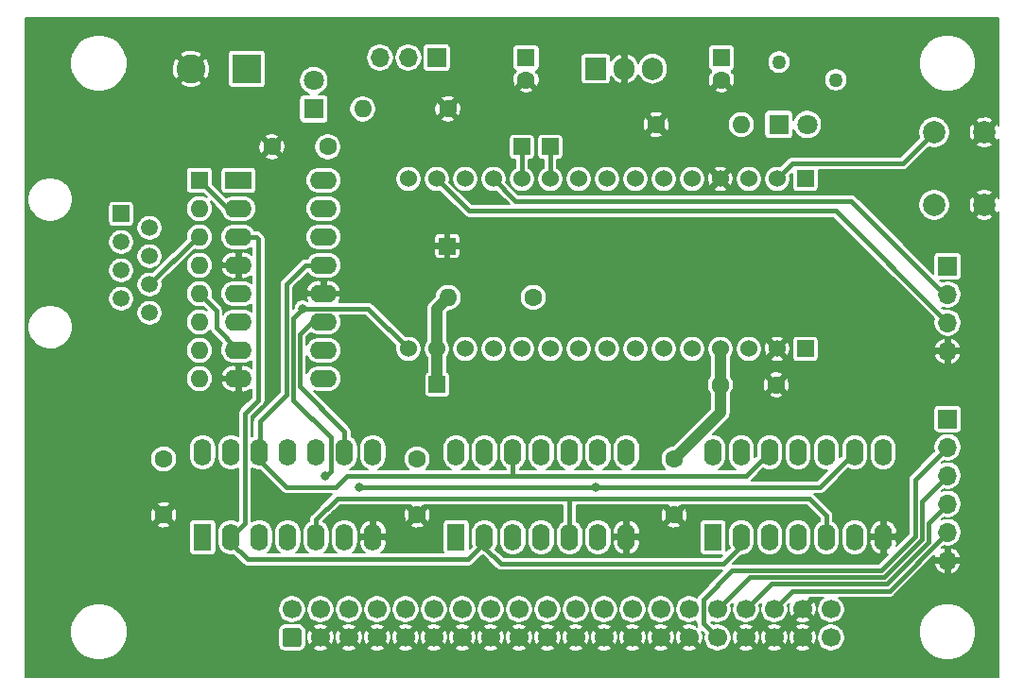
<source format=gbr>
%TF.GenerationSoftware,KiCad,Pcbnew,(5.1.9)-1*%
%TF.CreationDate,2021-03-27T01:49:02-04:00*%
%TF.ProjectId,Smart_Reciever_Max,536d6172-745f-4526-9563-69657665725f,v3*%
%TF.SameCoordinates,Original*%
%TF.FileFunction,Copper,L2,Bot*%
%TF.FilePolarity,Positive*%
%FSLAX46Y46*%
G04 Gerber Fmt 4.6, Leading zero omitted, Abs format (unit mm)*
G04 Created by KiCad (PCBNEW (5.1.9)-1) date 2021-03-27 01:49:02*
%MOMM*%
%LPD*%
G01*
G04 APERTURE LIST*
%TA.AperFunction,SMDPad,CuDef*%
%ADD10R,1.500000X1.500000*%
%TD*%
%TA.AperFunction,ComponentPad*%
%ADD11O,1.700000X1.700000*%
%TD*%
%TA.AperFunction,ComponentPad*%
%ADD12R,1.700000X1.700000*%
%TD*%
%TA.AperFunction,ComponentPad*%
%ADD13C,1.530000*%
%TD*%
%TA.AperFunction,ComponentPad*%
%ADD14R,1.530000X1.530000*%
%TD*%
%TA.AperFunction,ComponentPad*%
%ADD15O,1.600000X1.600000*%
%TD*%
%TA.AperFunction,ComponentPad*%
%ADD16C,1.600000*%
%TD*%
%TA.AperFunction,ComponentPad*%
%ADD17C,2.600000*%
%TD*%
%TA.AperFunction,ComponentPad*%
%ADD18R,2.600000X2.600000*%
%TD*%
%TA.AperFunction,ComponentPad*%
%ADD19C,2.000000*%
%TD*%
%TA.AperFunction,ComponentPad*%
%ADD20C,1.700000*%
%TD*%
%TA.AperFunction,ComponentPad*%
%ADD21O,1.600000X2.400000*%
%TD*%
%TA.AperFunction,ComponentPad*%
%ADD22R,1.600000X2.400000*%
%TD*%
%TA.AperFunction,ComponentPad*%
%ADD23O,2.400000X1.600000*%
%TD*%
%TA.AperFunction,ComponentPad*%
%ADD24R,2.400000X1.600000*%
%TD*%
%TA.AperFunction,ComponentPad*%
%ADD25R,1.600000X1.600000*%
%TD*%
%TA.AperFunction,ComponentPad*%
%ADD26C,1.270000*%
%TD*%
%TA.AperFunction,ComponentPad*%
%ADD27C,1.800000*%
%TD*%
%TA.AperFunction,ComponentPad*%
%ADD28R,1.800000X1.800000*%
%TD*%
%TA.AperFunction,ComponentPad*%
%ADD29O,1.905000X2.000000*%
%TD*%
%TA.AperFunction,ComponentPad*%
%ADD30R,1.905000X2.000000*%
%TD*%
%TA.AperFunction,ComponentPad*%
%ADD31C,1.500000*%
%TD*%
%TA.AperFunction,ComponentPad*%
%ADD32R,1.500000X1.500000*%
%TD*%
%TA.AperFunction,ViaPad*%
%ADD33C,0.800000*%
%TD*%
%TA.AperFunction,Conductor*%
%ADD34C,1.000000*%
%TD*%
%TA.AperFunction,Conductor*%
%ADD35C,0.400000*%
%TD*%
%TA.AperFunction,Conductor*%
%ADD36C,0.200000*%
%TD*%
%TA.AperFunction,Conductor*%
%ADD37C,0.100000*%
%TD*%
G04 APERTURE END LIST*
D10*
%TO.P,TP4,1*%
%TO.N,GND*%
X154200000Y-79900000D03*
%TD*%
%TO.P,TP3,1*%
%TO.N,+3V3*%
X153300000Y-92300000D03*
%TD*%
D11*
%TO.P,J6,6*%
%TO.N,GND*%
X199000000Y-108100000D03*
%TO.P,J6,5*%
%TO.N,OUT16*%
X199000000Y-105560000D03*
%TO.P,J6,4*%
%TO.N,OUT15*%
X199000000Y-103020000D03*
%TO.P,J6,3*%
%TO.N,OUT14*%
X199000000Y-100480000D03*
%TO.P,J6,2*%
%TO.N,OUT13*%
X199000000Y-97940000D03*
D12*
%TO.P,J6,1*%
%TO.N,+5V*%
X199000000Y-95400000D03*
%TD*%
D13*
%TO.P,A1,4.15*%
%TO.N,DATA3*%
X150720000Y-89120000D03*
%TO.P,A1,3.15*%
%TO.N,DATA4*%
X150720000Y-73880000D03*
%TO.P,A1,4.14*%
%TO.N,+3V3*%
X153260000Y-89120000D03*
%TO.P,A1,3.14*%
%TO.N,PB5*%
X153260000Y-73880000D03*
%TO.P,A1,4.13*%
%TO.N,Net-(A1-Pad4.13)*%
X155800000Y-89120000D03*
%TO.P,A1,3.13*%
%TO.N,EN1A*%
X155800000Y-73880000D03*
%TO.P,A1,4.12*%
%TO.N,EN1B*%
X158340000Y-89120000D03*
%TO.P,A1,3.12*%
%TO.N,PA8*%
X158340000Y-73880000D03*
%TO.P,A1,4.11*%
%TO.N,EN2B*%
X160880000Y-89120000D03*
%TO.P,A1,3.11*%
%TO.N,PC15*%
X160880000Y-73880000D03*
%TO.P,A1,4.10*%
%TO.N,EN3B*%
X163420000Y-89120000D03*
%TO.P,A1,3.10*%
%TO.N,PC14*%
X163420000Y-73880000D03*
%TO.P,A1,4.9*%
%TO.N,EN4B*%
X165960000Y-89120000D03*
%TO.P,A1,3.9*%
%TO.N,DATA2*%
X165960000Y-73880000D03*
%TO.P,A1,4.8*%
%TO.N,EN1C*%
X168500000Y-89120000D03*
%TO.P,A1,3.8*%
%TO.N,EN2A*%
X168500000Y-73880000D03*
%TO.P,A1,4.7*%
%TO.N,EN2C*%
X171040000Y-89120000D03*
%TO.P,A1,3.7*%
%TO.N,EN3A*%
X171040000Y-73880000D03*
%TO.P,A1,4.6*%
%TO.N,EN3C*%
X173580000Y-89120000D03*
%TO.P,A1,3.6*%
%TO.N,DATA1*%
X173580000Y-73880000D03*
%TO.P,A1,4.5*%
%TO.N,EN4C*%
X176120000Y-89120000D03*
%TO.P,A1,3.5*%
%TO.N,EN4A*%
X176120000Y-73880000D03*
%TO.P,A1,4.4*%
%TO.N,+5V*%
X178660000Y-89120000D03*
%TO.P,A1,3.4*%
%TO.N,GND*%
X178660000Y-73880000D03*
%TO.P,A1,4.3*%
%TO.N,Net-(A1-Pad4.3)*%
X181200000Y-89120000D03*
%TO.P,A1,3.3*%
%TO.N,Net-(A1-Pad3.3)*%
X181200000Y-73880000D03*
%TO.P,A1,4.2*%
%TO.N,GND*%
X183740000Y-89120000D03*
%TO.P,A1,3.2*%
%TO.N,PA10*%
X183740000Y-73880000D03*
D14*
%TO.P,A1,4.1*%
%TO.N,Net-(A1-Pad4.1)*%
X186280000Y-89120000D03*
%TO.P,A1,3.1*%
%TO.N,Net-(A1-Pad3.1)*%
X186280000Y-73880000D03*
%TD*%
D10*
%TO.P,TP2,1*%
%TO.N,PC15*%
X160880000Y-71000000D03*
%TD*%
%TO.P,TP1,1*%
%TO.N,PC14*%
X163420000Y-71000000D03*
%TD*%
D15*
%TO.P,R3,2*%
%TO.N,+3V3*%
X154280000Y-84490000D03*
D16*
%TO.P,R3,1*%
%TO.N,Net-(A1-Pad4.3)*%
X161900000Y-84490000D03*
%TD*%
D17*
%TO.P,J1,2*%
%TO.N,GND*%
X131250000Y-64000000D03*
D18*
%TO.P,J1,1*%
%TO.N,VIN2*%
X136250000Y-64000000D03*
%TD*%
D19*
%TO.P,SW1,1*%
%TO.N,PA10*%
X197800000Y-69700000D03*
%TO.P,SW1,2*%
%TO.N,GND*%
X202300000Y-69700000D03*
%TO.P,SW1,1*%
%TO.N,PA10*%
X197800000Y-76200000D03*
%TO.P,SW1,2*%
%TO.N,GND*%
X202300000Y-76200000D03*
%TD*%
D11*
%TO.P,J5,4*%
%TO.N,GND*%
X199000000Y-89320000D03*
%TO.P,J5,3*%
%TO.N,PB5*%
X199000000Y-86780000D03*
%TO.P,J5,2*%
%TO.N,PA8*%
X199000000Y-84240000D03*
D12*
%TO.P,J5,1*%
%TO.N,+5V*%
X199000000Y-81700000D03*
%TD*%
D20*
%TO.P,J2,40*%
%TO.N,+5V*%
X188560000Y-112460000D03*
%TO.P,J2,38*%
%TO.N,GND*%
X186020000Y-112460000D03*
%TO.P,J2,36*%
%TO.N,OUT16*%
X183480000Y-112460000D03*
%TO.P,J2,34*%
%TO.N,OUT15*%
X180940000Y-112460000D03*
%TO.P,J2,32*%
%TO.N,OUT14*%
X178400000Y-112460000D03*
%TO.P,J2,30*%
%TO.N,Net-(J2-Pad30)*%
X175860000Y-112460000D03*
%TO.P,J2,28*%
%TO.N,OUT12*%
X173320000Y-112460000D03*
%TO.P,J2,26*%
%TO.N,OUT11*%
X170780000Y-112460000D03*
%TO.P,J2,24*%
%TO.N,OUT10*%
X168240000Y-112460000D03*
%TO.P,J2,22*%
%TO.N,OUT9*%
X165700000Y-112460000D03*
%TO.P,J2,20*%
%TO.N,OUT8*%
X163160000Y-112460000D03*
%TO.P,J2,18*%
%TO.N,OUT7*%
X160620000Y-112460000D03*
%TO.P,J2,16*%
%TO.N,OUT6*%
X158080000Y-112460000D03*
%TO.P,J2,14*%
%TO.N,OUT5*%
X155540000Y-112460000D03*
%TO.P,J2,12*%
%TO.N,OUT4*%
X153000000Y-112460000D03*
%TO.P,J2,10*%
%TO.N,OUT3*%
X150460000Y-112460000D03*
%TO.P,J2,8*%
%TO.N,OUT2*%
X147920000Y-112460000D03*
%TO.P,J2,6*%
%TO.N,OUT1*%
X145380000Y-112460000D03*
%TO.P,J2,4*%
%TO.N,+5V*%
X142840000Y-112460000D03*
%TO.P,J2,2*%
X140300000Y-112460000D03*
%TO.P,J2,39*%
X188560000Y-115000000D03*
%TO.P,J2,37*%
%TO.N,GND*%
X186020000Y-115000000D03*
%TO.P,J2,35*%
X183480000Y-115000000D03*
%TO.P,J2,33*%
X180940000Y-115000000D03*
%TO.P,J2,31*%
%TO.N,OUT13*%
X178400000Y-115000000D03*
%TO.P,J2,29*%
%TO.N,GND*%
X175860000Y-115000000D03*
%TO.P,J2,27*%
X173320000Y-115000000D03*
%TO.P,J2,25*%
X170780000Y-115000000D03*
%TO.P,J2,23*%
X168240000Y-115000000D03*
%TO.P,J2,21*%
X165700000Y-115000000D03*
%TO.P,J2,19*%
X163160000Y-115000000D03*
%TO.P,J2,17*%
X160620000Y-115000000D03*
%TO.P,J2,15*%
X158080000Y-115000000D03*
%TO.P,J2,13*%
X155540000Y-115000000D03*
%TO.P,J2,11*%
X153000000Y-115000000D03*
%TO.P,J2,9*%
X150460000Y-115000000D03*
%TO.P,J2,7*%
X147920000Y-115000000D03*
%TO.P,J2,5*%
X145380000Y-115000000D03*
%TO.P,J2,3*%
X142840000Y-115000000D03*
%TO.P,J2,1*%
%TO.N,Net-(J2-Pad1)*%
%TA.AperFunction,ComponentPad*%
G36*
G01*
X140900000Y-115850000D02*
X139700000Y-115850000D01*
G75*
G02*
X139450000Y-115600000I0J250000D01*
G01*
X139450000Y-114400000D01*
G75*
G02*
X139700000Y-114150000I250000J0D01*
G01*
X140900000Y-114150000D01*
G75*
G02*
X141150000Y-114400000I0J-250000D01*
G01*
X141150000Y-115600000D01*
G75*
G02*
X140900000Y-115850000I-250000J0D01*
G01*
G37*
%TD.AperFunction*%
%TD*%
D16*
%TO.P,C7,2*%
%TO.N,GND*%
X174500000Y-104000000D03*
%TO.P,C7,1*%
%TO.N,+5V*%
X174500000Y-99000000D03*
%TD*%
%TO.P,C3,2*%
%TO.N,GND*%
X183650000Y-92340000D03*
%TO.P,C3,1*%
%TO.N,+5V*%
X178650000Y-92340000D03*
%TD*%
D21*
%TO.P,U5,14*%
%TO.N,+5V*%
X178000000Y-98380000D03*
%TO.P,U5,7*%
%TO.N,GND*%
X193240000Y-106000000D03*
%TO.P,U5,13*%
%TO.N,EN2C*%
X180540000Y-98380000D03*
%TO.P,U5,6*%
%TO.N,OUT11*%
X190700000Y-106000000D03*
%TO.P,U5,12*%
%TO.N,DATA2*%
X183080000Y-98380000D03*
%TO.P,U5,5*%
%TO.N,DATA3*%
X188160000Y-106000000D03*
%TO.P,U5,11*%
%TO.N,OUT10*%
X185620000Y-98380000D03*
%TO.P,U5,4*%
%TO.N,EN3C*%
X185620000Y-106000000D03*
%TO.P,U5,10*%
%TO.N,EN4C*%
X188160000Y-98380000D03*
%TO.P,U5,3*%
%TO.N,OUT9*%
X183080000Y-106000000D03*
%TO.P,U5,9*%
%TO.N,DATA4*%
X190700000Y-98380000D03*
%TO.P,U5,2*%
%TO.N,DATA1*%
X180540000Y-106000000D03*
%TO.P,U5,8*%
%TO.N,OUT12*%
X193240000Y-98380000D03*
D22*
%TO.P,U5,1*%
%TO.N,EN1C*%
X178000000Y-106000000D03*
%TD*%
D21*
%TO.P,U4,14*%
%TO.N,+5V*%
X155000000Y-98380000D03*
%TO.P,U4,7*%
%TO.N,GND*%
X170240000Y-106000000D03*
%TO.P,U4,13*%
%TO.N,EN2B*%
X157540000Y-98380000D03*
%TO.P,U4,6*%
%TO.N,OUT7*%
X167700000Y-106000000D03*
%TO.P,U4,12*%
%TO.N,DATA2*%
X160080000Y-98380000D03*
%TO.P,U4,5*%
%TO.N,DATA3*%
X165160000Y-106000000D03*
%TO.P,U4,11*%
%TO.N,OUT6*%
X162620000Y-98380000D03*
%TO.P,U4,4*%
%TO.N,EN3B*%
X162620000Y-106000000D03*
%TO.P,U4,10*%
%TO.N,EN4B*%
X165160000Y-98380000D03*
%TO.P,U4,3*%
%TO.N,OUT5*%
X160080000Y-106000000D03*
%TO.P,U4,9*%
%TO.N,DATA4*%
X167700000Y-98380000D03*
%TO.P,U4,2*%
%TO.N,DATA1*%
X157540000Y-106000000D03*
%TO.P,U4,8*%
%TO.N,OUT8*%
X170240000Y-98380000D03*
D22*
%TO.P,U4,1*%
%TO.N,EN1B*%
X155000000Y-106000000D03*
%TD*%
D21*
%TO.P,U3,14*%
%TO.N,+5V*%
X132300000Y-98380000D03*
%TO.P,U3,7*%
%TO.N,GND*%
X147540000Y-106000000D03*
%TO.P,U3,13*%
%TO.N,EN2A*%
X134840000Y-98380000D03*
%TO.P,U3,6*%
%TO.N,OUT3*%
X145000000Y-106000000D03*
%TO.P,U3,12*%
%TO.N,DATA2*%
X137380000Y-98380000D03*
%TO.P,U3,5*%
%TO.N,DATA3*%
X142460000Y-106000000D03*
%TO.P,U3,11*%
%TO.N,OUT2*%
X139920000Y-98380000D03*
%TO.P,U3,4*%
%TO.N,EN3A*%
X139920000Y-106000000D03*
%TO.P,U3,10*%
%TO.N,EN4A*%
X142460000Y-98380000D03*
%TO.P,U3,3*%
%TO.N,OUT1*%
X137380000Y-106000000D03*
%TO.P,U3,9*%
%TO.N,DATA4*%
X145000000Y-98380000D03*
%TO.P,U3,2*%
%TO.N,DATA1*%
X134840000Y-106000000D03*
%TO.P,U3,8*%
%TO.N,OUT4*%
X147540000Y-98380000D03*
D22*
%TO.P,U3,1*%
%TO.N,EN1A*%
X132300000Y-106000000D03*
%TD*%
D23*
%TO.P,U2,16*%
%TO.N,+5V*%
X143120000Y-74000000D03*
%TO.P,U2,8*%
%TO.N,GND*%
X135500000Y-91780000D03*
%TO.P,U2,15*%
%TO.N,/Serial/Serial2_N*%
X143120000Y-76540000D03*
%TO.P,U2,7*%
%TO.N,/Serial/Serial3_N*%
X135500000Y-89240000D03*
%TO.P,U2,14*%
%TO.N,/Serial/Serial2_P*%
X143120000Y-79080000D03*
%TO.P,U2,6*%
%TO.N,/Serial/Serial3_P*%
X135500000Y-86700000D03*
%TO.P,U2,13*%
%TO.N,DATA2*%
X143120000Y-81620000D03*
%TO.P,U2,5*%
%TO.N,DATA3*%
X135500000Y-84160000D03*
%TO.P,U2,12*%
%TO.N,GND*%
X143120000Y-84160000D03*
%TO.P,U2,4*%
X135500000Y-81620000D03*
%TO.P,U2,11*%
%TO.N,DATA4*%
X143120000Y-86700000D03*
%TO.P,U2,3*%
%TO.N,DATA1*%
X135500000Y-79080000D03*
%TO.P,U2,10*%
%TO.N,/Serial/Serial4_P*%
X143120000Y-89240000D03*
%TO.P,U2,2*%
%TO.N,/Serial/Serial1_P*%
X135500000Y-76540000D03*
%TO.P,U2,9*%
%TO.N,/Serial/Serial4_N*%
X143120000Y-91780000D03*
D24*
%TO.P,U2,1*%
%TO.N,/Serial/Serial1_N*%
X135500000Y-74000000D03*
%TD*%
D15*
%TO.P,RN1,8*%
%TO.N,/Serial/Serial4_N*%
X132000000Y-91780000D03*
%TO.P,RN1,7*%
%TO.N,/Serial/Serial4_P*%
X132000000Y-89240000D03*
%TO.P,RN1,6*%
%TO.N,/Serial/Serial3_P*%
X132000000Y-86700000D03*
%TO.P,RN1,5*%
%TO.N,/Serial/Serial3_N*%
X132000000Y-84160000D03*
%TO.P,RN1,4*%
%TO.N,/Serial/Serial2_P*%
X132000000Y-81620000D03*
%TO.P,RN1,3*%
%TO.N,/Serial/Serial2_N*%
X132000000Y-79080000D03*
%TO.P,RN1,2*%
%TO.N,/Serial/Serial1_N*%
X132000000Y-76540000D03*
D25*
%TO.P,RN1,1*%
%TO.N,/Serial/Serial1_P*%
X132000000Y-74000000D03*
%TD*%
D15*
%TO.P,R2,2*%
%TO.N,Net-(D2-Pad1)*%
X180520000Y-69000000D03*
D16*
%TO.P,R2,1*%
%TO.N,GND*%
X172900000Y-69000000D03*
%TD*%
D15*
%TO.P,R1,2*%
%TO.N,Net-(D1-Pad1)*%
X146630000Y-67600000D03*
D16*
%TO.P,R1,1*%
%TO.N,GND*%
X154250000Y-67600000D03*
%TD*%
D26*
%TO.P,F1,1*%
%TO.N,+5V*%
X189000000Y-65000000D03*
%TO.P,F1,2*%
%TO.N,5IN*%
X183900000Y-63400000D03*
%TD*%
D27*
%TO.P,D2,2*%
%TO.N,Net-(A1-Pad3.1)*%
X186440000Y-69000000D03*
D28*
%TO.P,D2,1*%
%TO.N,Net-(D2-Pad1)*%
X183900000Y-69000000D03*
%TD*%
D27*
%TO.P,D1,2*%
%TO.N,VIN2*%
X142250000Y-65060000D03*
D28*
%TO.P,D1,1*%
%TO.N,Net-(D1-Pad1)*%
X142250000Y-67600000D03*
%TD*%
D16*
%TO.P,C6,2*%
%TO.N,GND*%
X151500000Y-104000000D03*
%TO.P,C6,1*%
%TO.N,+5V*%
X151500000Y-99000000D03*
%TD*%
%TO.P,C5,2*%
%TO.N,GND*%
X128800000Y-104000000D03*
%TO.P,C5,1*%
%TO.N,+5V*%
X128800000Y-99000000D03*
%TD*%
%TO.P,C4,2*%
%TO.N,GND*%
X138500000Y-71000000D03*
%TO.P,C4,1*%
%TO.N,+5V*%
X143500000Y-71000000D03*
%TD*%
%TO.P,C2,2*%
%TO.N,GND*%
X178750000Y-65000000D03*
D25*
%TO.P,C2,1*%
%TO.N,5IN*%
X178750000Y-63000000D03*
%TD*%
D16*
%TO.P,C1,2*%
%TO.N,GND*%
X161250000Y-65000000D03*
D25*
%TO.P,C1,1*%
%TO.N,/PWR*%
X161250000Y-63000000D03*
%TD*%
D29*
%TO.P,U1,3*%
%TO.N,5IN*%
X172580000Y-64000000D03*
%TO.P,U1,2*%
%TO.N,GND*%
X170040000Y-64000000D03*
D30*
%TO.P,U1,1*%
%TO.N,/PWR*%
X167500000Y-64000000D03*
%TD*%
D11*
%TO.P,J4,3*%
%TO.N,5IN*%
X148170000Y-63000000D03*
%TO.P,J4,2*%
%TO.N,VIN2*%
X150710000Y-63000000D03*
D12*
%TO.P,J4,1*%
%TO.N,/PWR*%
X153250000Y-63000000D03*
%TD*%
D31*
%TO.P,J3,8*%
%TO.N,/Serial/Serial4_N*%
X127540000Y-85890000D03*
%TO.P,J3,7*%
%TO.N,/Serial/Serial4_P*%
X125000000Y-84620000D03*
%TO.P,J3,6*%
%TO.N,/Serial/Serial2_N*%
X127540000Y-83350000D03*
%TO.P,J3,5*%
%TO.N,/Serial/Serial3_P*%
X125000000Y-82080000D03*
%TO.P,J3,4*%
%TO.N,/Serial/Serial3_N*%
X127540000Y-80810000D03*
%TO.P,J3,3*%
%TO.N,/Serial/Serial2_P*%
X125000000Y-79540000D03*
%TO.P,J3,2*%
%TO.N,/Serial/Serial1_N*%
X127540000Y-78270000D03*
D32*
%TO.P,J3,1*%
%TO.N,/Serial/Serial1_P*%
X125000000Y-77000000D03*
%TD*%
D33*
%TO.N,GND*%
X139000000Y-82000000D03*
X146450000Y-72600000D03*
X125500000Y-75000000D03*
X128500000Y-74500000D03*
X138500000Y-75000000D03*
X160500000Y-78250000D03*
X181070000Y-85280000D03*
X170000000Y-78250000D03*
X138500000Y-91700000D03*
X149600000Y-93400000D03*
X190700000Y-92500000D03*
X135500000Y-117000000D03*
X130000000Y-115000000D03*
X120000000Y-95000000D03*
X125000000Y-95000000D03*
X125000000Y-110000000D03*
X120000000Y-110000000D03*
X194400000Y-113400000D03*
X190800000Y-83300000D03*
X153400000Y-96500000D03*
X170000000Y-70000000D03*
X165500000Y-70000000D03*
X158900000Y-70000000D03*
X190600000Y-70900000D03*
X193600000Y-60700000D03*
X169950000Y-83000000D03*
X131000000Y-95000000D03*
X145850000Y-62950000D03*
X174550000Y-61900000D03*
X120000000Y-61000000D03*
X120000000Y-70000000D03*
X190600000Y-74100000D03*
X191100000Y-114300000D03*
X166700000Y-95700000D03*
X158800000Y-103900000D03*
X125800000Y-86400000D03*
X145200000Y-88100000D03*
X138500000Y-86000000D03*
X134600000Y-102500000D03*
X137600000Y-102300000D03*
X132200000Y-102500000D03*
X166900000Y-103800000D03*
X159200000Y-95800000D03*
X182500000Y-100500000D03*
X181900000Y-103900000D03*
X192200000Y-96000000D03*
X189000000Y-96000000D03*
X164000000Y-103700000D03*
X190700000Y-89000000D03*
X175000000Y-95550000D03*
X167450000Y-91150000D03*
X172100000Y-92250000D03*
X162350000Y-90900000D03*
X139200000Y-62700000D03*
X139250000Y-67050000D03*
X182600000Y-60750000D03*
X152150000Y-64900000D03*
X185850000Y-63300000D03*
X144750000Y-66400000D03*
X144750000Y-69100000D03*
X156600000Y-84300000D03*
X162500000Y-95700000D03*
X187600000Y-70900000D03*
X187200000Y-66500000D03*
X183700000Y-71100000D03*
X178000000Y-69100000D03*
X187300000Y-86900000D03*
X187300000Y-81700000D03*
X201100000Y-96800000D03*
X201300000Y-102100000D03*
X171200000Y-110200000D03*
X163100000Y-110100000D03*
X156100000Y-109800000D03*
X152700000Y-109700000D03*
X137400000Y-110600000D03*
X155700000Y-91200000D03*
X151800000Y-90700000D03*
X178750000Y-78500000D03*
X190600000Y-66400000D03*
X196100000Y-73300000D03*
X199700000Y-74500000D03*
X196800000Y-79500000D03*
X201300000Y-81700000D03*
X186750000Y-78750000D03*
X149250000Y-76000000D03*
X149500000Y-81500000D03*
X150250000Y-70750000D03*
X190500000Y-80250000D03*
X195000000Y-85250000D03*
X195750000Y-69250000D03*
X186750000Y-107750000D03*
X128750000Y-71250000D03*
%TO.N,DATA4*%
X167500000Y-101500000D03*
X146300008Y-101500000D03*
%TO.N,DATA3*%
X143300000Y-100500000D03*
X141250000Y-85500000D03*
%TD*%
D34*
%TO.N,+5V*%
X178660000Y-89120000D02*
X178660000Y-92330000D01*
X177000000Y-96500000D02*
X174500000Y-99000000D01*
X178650000Y-94850000D02*
X177000000Y-96500000D01*
X178650000Y-92340000D02*
X178650000Y-94850000D01*
%TO.N,+3V3*%
X153270000Y-89110000D02*
X153260000Y-89120000D01*
X153270000Y-85500000D02*
X153270000Y-89110000D01*
X154280000Y-84490000D02*
X153270000Y-85500000D01*
X153300000Y-89160000D02*
X153260000Y-89120000D01*
X153300000Y-92300000D02*
X153300000Y-89160000D01*
D35*
%TO.N,DATA4*%
X187580000Y-101500000D02*
X167500000Y-101500000D01*
X190700000Y-98380000D02*
X187580000Y-101500000D01*
X145000000Y-96500000D02*
X145000000Y-98380000D01*
X141000000Y-92500000D02*
X145000000Y-96500000D01*
X141000000Y-87800000D02*
X141000000Y-92500000D01*
X142100000Y-86700000D02*
X141000000Y-87800000D01*
X143120000Y-86700000D02*
X142100000Y-86700000D01*
X166934315Y-101500000D02*
X146300008Y-101500000D01*
X167500000Y-101500000D02*
X166934315Y-101500000D01*
%TO.N,DATA3*%
X165160000Y-106000000D02*
X165160000Y-103660000D01*
X142460000Y-104400000D02*
X142460000Y-106000000D01*
X144360000Y-102500000D02*
X142460000Y-104400000D01*
X174800000Y-102500000D02*
X144400000Y-102500000D01*
X188160000Y-104060000D02*
X188160000Y-106000000D01*
X186600000Y-102500000D02*
X188160000Y-104060000D01*
X165200000Y-102500000D02*
X186600000Y-102500000D01*
X165160000Y-102540000D02*
X165200000Y-102500000D01*
X165160000Y-106000000D02*
X165160000Y-102540000D01*
X143750000Y-100050000D02*
X143300000Y-100500000D01*
X143750000Y-97050000D02*
X143750000Y-100050000D01*
X140399989Y-93699989D02*
X143750000Y-97050000D01*
X140399989Y-86350011D02*
X140399989Y-93699989D01*
X141250000Y-85500000D02*
X140399989Y-86350011D01*
X147100000Y-85500000D02*
X150720000Y-89120000D01*
X141250000Y-85500000D02*
X147100000Y-85500000D01*
%TO.N,DATA2*%
X137380000Y-97900000D02*
X137380000Y-98380000D01*
X160080000Y-100420000D02*
X160000000Y-100500000D01*
X160080000Y-98380000D02*
X160080000Y-100420000D01*
X162200000Y-100500000D02*
X160000000Y-100500000D01*
X180960000Y-100500000D02*
X162200000Y-100500000D01*
X183080000Y-98380000D02*
X180960000Y-100500000D01*
X145200000Y-100500000D02*
X144200000Y-101500000D01*
X169300000Y-100500000D02*
X145200000Y-100500000D01*
X137380000Y-99080000D02*
X137380000Y-98380000D01*
X139800000Y-101500000D02*
X137380000Y-99080000D01*
X144200000Y-101500000D02*
X139800000Y-101500000D01*
X137400000Y-98360000D02*
X137380000Y-98380000D01*
X137400000Y-95600000D02*
X137400000Y-98360000D01*
X139799978Y-93200022D02*
X137400000Y-95600000D01*
X139799978Y-83340022D02*
X139799978Y-93200022D01*
X141520000Y-81620000D02*
X139799978Y-83340022D01*
X143120000Y-81620000D02*
X141520000Y-81620000D01*
%TO.N,DATA1*%
X157540000Y-106940000D02*
X157540000Y-106000000D01*
X159000000Y-108400000D02*
X157540000Y-106940000D01*
X178900000Y-108400000D02*
X159000000Y-108400000D01*
X180540000Y-106760000D02*
X178900000Y-108400000D01*
X180540000Y-106000000D02*
X180540000Y-106760000D01*
X157540000Y-106000000D02*
X157540000Y-107060010D01*
X136100000Y-104740000D02*
X134840000Y-106000000D01*
X136100000Y-94900000D02*
X136100000Y-104740000D01*
X137300000Y-93700000D02*
X136100000Y-94900000D01*
X137300000Y-79280000D02*
X137300000Y-93700000D01*
X137100000Y-79080000D02*
X137300000Y-79280000D01*
X135500000Y-79080000D02*
X137100000Y-79080000D01*
X134840000Y-106540000D02*
X134840000Y-105500000D01*
X136300000Y-108000000D02*
X134840000Y-106540000D01*
X156100010Y-108000000D02*
X136300000Y-108000000D01*
X157540000Y-106560010D02*
X156100010Y-108000000D01*
%TO.N,/Serial/Serial2_N*%
X131810000Y-79080000D02*
X132000000Y-79080000D01*
X127540000Y-83350000D02*
X131810000Y-79080000D01*
%TO.N,/Serial/Serial3_N*%
X135500000Y-89160000D02*
X135500000Y-89240000D01*
X133500000Y-85660000D02*
X132000000Y-84160000D01*
X133500000Y-87240000D02*
X133500000Y-85660000D01*
X135500000Y-89240000D02*
X133500000Y-87240000D01*
%TO.N,/Serial/Serial1_P*%
X132000000Y-74000000D02*
X134540000Y-76540000D01*
%TO.N,PA10*%
X183740000Y-73880000D02*
X185120000Y-72500000D01*
X195000000Y-72500000D02*
X197800000Y-69700000D01*
X185120000Y-72500000D02*
X195000000Y-72500000D01*
%TO.N,OUT16*%
X185139967Y-110800033D02*
X183480000Y-112460000D01*
X193799967Y-110800033D02*
X185139967Y-110800033D01*
X198940000Y-105660000D02*
X193799967Y-110800033D01*
X199000000Y-105660000D02*
X198940000Y-105660000D01*
%TO.N,OUT15*%
X197300022Y-104719978D02*
X199000000Y-103020000D01*
X193551436Y-110200022D02*
X197300022Y-106451436D01*
X183199978Y-110200022D02*
X193551436Y-110200022D01*
X197300022Y-106451436D02*
X197300022Y-104719978D01*
X180940000Y-112460000D02*
X183199978Y-110200022D01*
%TO.N,OUT14*%
X181259989Y-109600011D02*
X178400000Y-112460000D01*
X193302905Y-109600011D02*
X181259989Y-109600011D01*
X196700011Y-106202905D02*
X193302905Y-109600011D01*
X199000000Y-100480000D02*
X196700011Y-102779989D01*
X196700011Y-102779989D02*
X196700011Y-106202905D01*
%TO.N,OUT13*%
X198150001Y-98789999D02*
X199000000Y-97940000D01*
X196100000Y-100840000D02*
X198150001Y-98789999D01*
X196100000Y-105954374D02*
X196100000Y-100840000D01*
X193054374Y-109000000D02*
X196100000Y-105954374D01*
X177110001Y-111589999D02*
X179700000Y-109000000D01*
X179700000Y-109000000D02*
X193054374Y-109000000D01*
X177110001Y-113710001D02*
X177110001Y-111589999D01*
X178400000Y-115000000D02*
X177110001Y-113710001D01*
%TO.N,PC14*%
X163420000Y-73880000D02*
X163420000Y-71000000D01*
%TO.N,PC15*%
X160880000Y-73880000D02*
X160880000Y-71000000D01*
%TO.N,PB5*%
X199000000Y-86750000D02*
X199000000Y-86780000D01*
X189000000Y-76750000D02*
X199000000Y-86750000D01*
X156130000Y-76750000D02*
X189000000Y-76750000D01*
X153260000Y-73880000D02*
X156130000Y-76750000D01*
%TO.N,PA8*%
X198740000Y-84240000D02*
X199000000Y-84240000D01*
X190350000Y-75850000D02*
X198740000Y-84240000D01*
X160310000Y-75850000D02*
X190350000Y-75850000D01*
X158340000Y-73880000D02*
X160310000Y-75850000D01*
%TD*%
D36*
%TO.N,GND*%
X203567001Y-69076996D02*
X203552556Y-69042123D01*
X203361273Y-68927227D01*
X202588500Y-69700000D01*
X203361273Y-70472773D01*
X203552556Y-70357877D01*
X203567001Y-70322277D01*
X203567001Y-75576996D01*
X203552556Y-75542123D01*
X203361273Y-75427227D01*
X202588500Y-76200000D01*
X203361273Y-76972773D01*
X203552556Y-76857877D01*
X203567001Y-76822277D01*
X203567000Y-118567000D01*
X116433000Y-118567000D01*
X116433000Y-114248059D01*
X120442000Y-114248059D01*
X120442000Y-114751941D01*
X120540303Y-115246141D01*
X120733130Y-115711667D01*
X121013072Y-116130630D01*
X121369370Y-116486928D01*
X121788333Y-116766870D01*
X122253859Y-116959697D01*
X122748059Y-117058000D01*
X123251941Y-117058000D01*
X123746141Y-116959697D01*
X124211667Y-116766870D01*
X124630630Y-116486928D01*
X124986928Y-116130630D01*
X125266870Y-115711667D01*
X125459697Y-115246141D01*
X125558000Y-114751941D01*
X125558000Y-114400000D01*
X139040026Y-114400000D01*
X139040026Y-115600000D01*
X139052707Y-115728755D01*
X139090264Y-115852561D01*
X139151252Y-115966662D01*
X139233328Y-116066672D01*
X139333338Y-116148748D01*
X139447439Y-116209736D01*
X139571245Y-116247293D01*
X139700000Y-116259974D01*
X140900000Y-116259974D01*
X141028755Y-116247293D01*
X141152561Y-116209736D01*
X141266662Y-116148748D01*
X141366672Y-116066672D01*
X141448748Y-115966662D01*
X141455938Y-115953209D01*
X142175291Y-115953209D01*
X142271767Y-116129171D01*
X142502976Y-116218331D01*
X142747136Y-116260672D01*
X142994866Y-116254565D01*
X143236643Y-116200246D01*
X143408233Y-116129171D01*
X143504709Y-115953209D01*
X144715291Y-115953209D01*
X144811767Y-116129171D01*
X145042976Y-116218331D01*
X145287136Y-116260672D01*
X145534866Y-116254565D01*
X145776643Y-116200246D01*
X145948233Y-116129171D01*
X146044709Y-115953209D01*
X147255291Y-115953209D01*
X147351767Y-116129171D01*
X147582976Y-116218331D01*
X147827136Y-116260672D01*
X148074866Y-116254565D01*
X148316643Y-116200246D01*
X148488233Y-116129171D01*
X148584709Y-115953209D01*
X149795291Y-115953209D01*
X149891767Y-116129171D01*
X150122976Y-116218331D01*
X150367136Y-116260672D01*
X150614866Y-116254565D01*
X150856643Y-116200246D01*
X151028233Y-116129171D01*
X151124709Y-115953209D01*
X152335291Y-115953209D01*
X152431767Y-116129171D01*
X152662976Y-116218331D01*
X152907136Y-116260672D01*
X153154866Y-116254565D01*
X153396643Y-116200246D01*
X153568233Y-116129171D01*
X153664709Y-115953209D01*
X154875291Y-115953209D01*
X154971767Y-116129171D01*
X155202976Y-116218331D01*
X155447136Y-116260672D01*
X155694866Y-116254565D01*
X155936643Y-116200246D01*
X156108233Y-116129171D01*
X156204709Y-115953209D01*
X157415291Y-115953209D01*
X157511767Y-116129171D01*
X157742976Y-116218331D01*
X157987136Y-116260672D01*
X158234866Y-116254565D01*
X158476643Y-116200246D01*
X158648233Y-116129171D01*
X158744709Y-115953209D01*
X159955291Y-115953209D01*
X160051767Y-116129171D01*
X160282976Y-116218331D01*
X160527136Y-116260672D01*
X160774866Y-116254565D01*
X161016643Y-116200246D01*
X161188233Y-116129171D01*
X161284709Y-115953209D01*
X162495291Y-115953209D01*
X162591767Y-116129171D01*
X162822976Y-116218331D01*
X163067136Y-116260672D01*
X163314866Y-116254565D01*
X163556643Y-116200246D01*
X163728233Y-116129171D01*
X163824709Y-115953209D01*
X165035291Y-115953209D01*
X165131767Y-116129171D01*
X165362976Y-116218331D01*
X165607136Y-116260672D01*
X165854866Y-116254565D01*
X166096643Y-116200246D01*
X166268233Y-116129171D01*
X166364709Y-115953209D01*
X167575291Y-115953209D01*
X167671767Y-116129171D01*
X167902976Y-116218331D01*
X168147136Y-116260672D01*
X168394866Y-116254565D01*
X168636643Y-116200246D01*
X168808233Y-116129171D01*
X168904709Y-115953209D01*
X170115291Y-115953209D01*
X170211767Y-116129171D01*
X170442976Y-116218331D01*
X170687136Y-116260672D01*
X170934866Y-116254565D01*
X171176643Y-116200246D01*
X171348233Y-116129171D01*
X171444709Y-115953209D01*
X172655291Y-115953209D01*
X172751767Y-116129171D01*
X172982976Y-116218331D01*
X173227136Y-116260672D01*
X173474866Y-116254565D01*
X173716643Y-116200246D01*
X173888233Y-116129171D01*
X173984709Y-115953209D01*
X175195291Y-115953209D01*
X175291767Y-116129171D01*
X175522976Y-116218331D01*
X175767136Y-116260672D01*
X176014866Y-116254565D01*
X176256643Y-116200246D01*
X176428233Y-116129171D01*
X176524709Y-115953209D01*
X175860000Y-115288500D01*
X175195291Y-115953209D01*
X173984709Y-115953209D01*
X173320000Y-115288500D01*
X172655291Y-115953209D01*
X171444709Y-115953209D01*
X170780000Y-115288500D01*
X170115291Y-115953209D01*
X168904709Y-115953209D01*
X168240000Y-115288500D01*
X167575291Y-115953209D01*
X166364709Y-115953209D01*
X165700000Y-115288500D01*
X165035291Y-115953209D01*
X163824709Y-115953209D01*
X163160000Y-115288500D01*
X162495291Y-115953209D01*
X161284709Y-115953209D01*
X160620000Y-115288500D01*
X159955291Y-115953209D01*
X158744709Y-115953209D01*
X158080000Y-115288500D01*
X157415291Y-115953209D01*
X156204709Y-115953209D01*
X155540000Y-115288500D01*
X154875291Y-115953209D01*
X153664709Y-115953209D01*
X153000000Y-115288500D01*
X152335291Y-115953209D01*
X151124709Y-115953209D01*
X150460000Y-115288500D01*
X149795291Y-115953209D01*
X148584709Y-115953209D01*
X147920000Y-115288500D01*
X147255291Y-115953209D01*
X146044709Y-115953209D01*
X145380000Y-115288500D01*
X144715291Y-115953209D01*
X143504709Y-115953209D01*
X142840000Y-115288500D01*
X142175291Y-115953209D01*
X141455938Y-115953209D01*
X141509736Y-115852561D01*
X141547293Y-115728755D01*
X141559974Y-115600000D01*
X141559974Y-114907136D01*
X141579328Y-114907136D01*
X141585435Y-115154866D01*
X141639754Y-115396643D01*
X141710829Y-115568233D01*
X141886791Y-115664709D01*
X142551500Y-115000000D01*
X143128500Y-115000000D01*
X143793209Y-115664709D01*
X143969171Y-115568233D01*
X144058331Y-115337024D01*
X144100672Y-115092864D01*
X144096094Y-114907136D01*
X144119328Y-114907136D01*
X144125435Y-115154866D01*
X144179754Y-115396643D01*
X144250829Y-115568233D01*
X144426791Y-115664709D01*
X145091500Y-115000000D01*
X145668500Y-115000000D01*
X146333209Y-115664709D01*
X146509171Y-115568233D01*
X146598331Y-115337024D01*
X146640672Y-115092864D01*
X146636094Y-114907136D01*
X146659328Y-114907136D01*
X146665435Y-115154866D01*
X146719754Y-115396643D01*
X146790829Y-115568233D01*
X146966791Y-115664709D01*
X147631500Y-115000000D01*
X148208500Y-115000000D01*
X148873209Y-115664709D01*
X149049171Y-115568233D01*
X149138331Y-115337024D01*
X149180672Y-115092864D01*
X149176094Y-114907136D01*
X149199328Y-114907136D01*
X149205435Y-115154866D01*
X149259754Y-115396643D01*
X149330829Y-115568233D01*
X149506791Y-115664709D01*
X150171500Y-115000000D01*
X150748500Y-115000000D01*
X151413209Y-115664709D01*
X151589171Y-115568233D01*
X151678331Y-115337024D01*
X151720672Y-115092864D01*
X151716094Y-114907136D01*
X151739328Y-114907136D01*
X151745435Y-115154866D01*
X151799754Y-115396643D01*
X151870829Y-115568233D01*
X152046791Y-115664709D01*
X152711500Y-115000000D01*
X153288500Y-115000000D01*
X153953209Y-115664709D01*
X154129171Y-115568233D01*
X154218331Y-115337024D01*
X154260672Y-115092864D01*
X154256094Y-114907136D01*
X154279328Y-114907136D01*
X154285435Y-115154866D01*
X154339754Y-115396643D01*
X154410829Y-115568233D01*
X154586791Y-115664709D01*
X155251500Y-115000000D01*
X155828500Y-115000000D01*
X156493209Y-115664709D01*
X156669171Y-115568233D01*
X156758331Y-115337024D01*
X156800672Y-115092864D01*
X156796094Y-114907136D01*
X156819328Y-114907136D01*
X156825435Y-115154866D01*
X156879754Y-115396643D01*
X156950829Y-115568233D01*
X157126791Y-115664709D01*
X157791500Y-115000000D01*
X158368500Y-115000000D01*
X159033209Y-115664709D01*
X159209171Y-115568233D01*
X159298331Y-115337024D01*
X159340672Y-115092864D01*
X159336094Y-114907136D01*
X159359328Y-114907136D01*
X159365435Y-115154866D01*
X159419754Y-115396643D01*
X159490829Y-115568233D01*
X159666791Y-115664709D01*
X160331500Y-115000000D01*
X160908500Y-115000000D01*
X161573209Y-115664709D01*
X161749171Y-115568233D01*
X161838331Y-115337024D01*
X161880672Y-115092864D01*
X161876094Y-114907136D01*
X161899328Y-114907136D01*
X161905435Y-115154866D01*
X161959754Y-115396643D01*
X162030829Y-115568233D01*
X162206791Y-115664709D01*
X162871500Y-115000000D01*
X163448500Y-115000000D01*
X164113209Y-115664709D01*
X164289171Y-115568233D01*
X164378331Y-115337024D01*
X164420672Y-115092864D01*
X164416094Y-114907136D01*
X164439328Y-114907136D01*
X164445435Y-115154866D01*
X164499754Y-115396643D01*
X164570829Y-115568233D01*
X164746791Y-115664709D01*
X165411500Y-115000000D01*
X165988500Y-115000000D01*
X166653209Y-115664709D01*
X166829171Y-115568233D01*
X166918331Y-115337024D01*
X166960672Y-115092864D01*
X166956094Y-114907136D01*
X166979328Y-114907136D01*
X166985435Y-115154866D01*
X167039754Y-115396643D01*
X167110829Y-115568233D01*
X167286791Y-115664709D01*
X167951500Y-115000000D01*
X168528500Y-115000000D01*
X169193209Y-115664709D01*
X169369171Y-115568233D01*
X169458331Y-115337024D01*
X169500672Y-115092864D01*
X169496094Y-114907136D01*
X169519328Y-114907136D01*
X169525435Y-115154866D01*
X169579754Y-115396643D01*
X169650829Y-115568233D01*
X169826791Y-115664709D01*
X170491500Y-115000000D01*
X171068500Y-115000000D01*
X171733209Y-115664709D01*
X171909171Y-115568233D01*
X171998331Y-115337024D01*
X172040672Y-115092864D01*
X172036094Y-114907136D01*
X172059328Y-114907136D01*
X172065435Y-115154866D01*
X172119754Y-115396643D01*
X172190829Y-115568233D01*
X172366791Y-115664709D01*
X173031500Y-115000000D01*
X173608500Y-115000000D01*
X174273209Y-115664709D01*
X174449171Y-115568233D01*
X174538331Y-115337024D01*
X174580672Y-115092864D01*
X174576094Y-114907136D01*
X174599328Y-114907136D01*
X174605435Y-115154866D01*
X174659754Y-115396643D01*
X174730829Y-115568233D01*
X174906791Y-115664709D01*
X175571500Y-115000000D01*
X174906791Y-114335291D01*
X174730829Y-114431767D01*
X174641669Y-114662976D01*
X174599328Y-114907136D01*
X174576094Y-114907136D01*
X174574565Y-114845134D01*
X174520246Y-114603357D01*
X174449171Y-114431767D01*
X174273209Y-114335291D01*
X173608500Y-115000000D01*
X173031500Y-115000000D01*
X172366791Y-114335291D01*
X172190829Y-114431767D01*
X172101669Y-114662976D01*
X172059328Y-114907136D01*
X172036094Y-114907136D01*
X172034565Y-114845134D01*
X171980246Y-114603357D01*
X171909171Y-114431767D01*
X171733209Y-114335291D01*
X171068500Y-115000000D01*
X170491500Y-115000000D01*
X169826791Y-114335291D01*
X169650829Y-114431767D01*
X169561669Y-114662976D01*
X169519328Y-114907136D01*
X169496094Y-114907136D01*
X169494565Y-114845134D01*
X169440246Y-114603357D01*
X169369171Y-114431767D01*
X169193209Y-114335291D01*
X168528500Y-115000000D01*
X167951500Y-115000000D01*
X167286791Y-114335291D01*
X167110829Y-114431767D01*
X167021669Y-114662976D01*
X166979328Y-114907136D01*
X166956094Y-114907136D01*
X166954565Y-114845134D01*
X166900246Y-114603357D01*
X166829171Y-114431767D01*
X166653209Y-114335291D01*
X165988500Y-115000000D01*
X165411500Y-115000000D01*
X164746791Y-114335291D01*
X164570829Y-114431767D01*
X164481669Y-114662976D01*
X164439328Y-114907136D01*
X164416094Y-114907136D01*
X164414565Y-114845134D01*
X164360246Y-114603357D01*
X164289171Y-114431767D01*
X164113209Y-114335291D01*
X163448500Y-115000000D01*
X162871500Y-115000000D01*
X162206791Y-114335291D01*
X162030829Y-114431767D01*
X161941669Y-114662976D01*
X161899328Y-114907136D01*
X161876094Y-114907136D01*
X161874565Y-114845134D01*
X161820246Y-114603357D01*
X161749171Y-114431767D01*
X161573209Y-114335291D01*
X160908500Y-115000000D01*
X160331500Y-115000000D01*
X159666791Y-114335291D01*
X159490829Y-114431767D01*
X159401669Y-114662976D01*
X159359328Y-114907136D01*
X159336094Y-114907136D01*
X159334565Y-114845134D01*
X159280246Y-114603357D01*
X159209171Y-114431767D01*
X159033209Y-114335291D01*
X158368500Y-115000000D01*
X157791500Y-115000000D01*
X157126791Y-114335291D01*
X156950829Y-114431767D01*
X156861669Y-114662976D01*
X156819328Y-114907136D01*
X156796094Y-114907136D01*
X156794565Y-114845134D01*
X156740246Y-114603357D01*
X156669171Y-114431767D01*
X156493209Y-114335291D01*
X155828500Y-115000000D01*
X155251500Y-115000000D01*
X154586791Y-114335291D01*
X154410829Y-114431767D01*
X154321669Y-114662976D01*
X154279328Y-114907136D01*
X154256094Y-114907136D01*
X154254565Y-114845134D01*
X154200246Y-114603357D01*
X154129171Y-114431767D01*
X153953209Y-114335291D01*
X153288500Y-115000000D01*
X152711500Y-115000000D01*
X152046791Y-114335291D01*
X151870829Y-114431767D01*
X151781669Y-114662976D01*
X151739328Y-114907136D01*
X151716094Y-114907136D01*
X151714565Y-114845134D01*
X151660246Y-114603357D01*
X151589171Y-114431767D01*
X151413209Y-114335291D01*
X150748500Y-115000000D01*
X150171500Y-115000000D01*
X149506791Y-114335291D01*
X149330829Y-114431767D01*
X149241669Y-114662976D01*
X149199328Y-114907136D01*
X149176094Y-114907136D01*
X149174565Y-114845134D01*
X149120246Y-114603357D01*
X149049171Y-114431767D01*
X148873209Y-114335291D01*
X148208500Y-115000000D01*
X147631500Y-115000000D01*
X146966791Y-114335291D01*
X146790829Y-114431767D01*
X146701669Y-114662976D01*
X146659328Y-114907136D01*
X146636094Y-114907136D01*
X146634565Y-114845134D01*
X146580246Y-114603357D01*
X146509171Y-114431767D01*
X146333209Y-114335291D01*
X145668500Y-115000000D01*
X145091500Y-115000000D01*
X144426791Y-114335291D01*
X144250829Y-114431767D01*
X144161669Y-114662976D01*
X144119328Y-114907136D01*
X144096094Y-114907136D01*
X144094565Y-114845134D01*
X144040246Y-114603357D01*
X143969171Y-114431767D01*
X143793209Y-114335291D01*
X143128500Y-115000000D01*
X142551500Y-115000000D01*
X141886791Y-114335291D01*
X141710829Y-114431767D01*
X141621669Y-114662976D01*
X141579328Y-114907136D01*
X141559974Y-114907136D01*
X141559974Y-114400000D01*
X141547293Y-114271245D01*
X141509736Y-114147439D01*
X141455939Y-114046791D01*
X142175291Y-114046791D01*
X142840000Y-114711500D01*
X143504709Y-114046791D01*
X144715291Y-114046791D01*
X145380000Y-114711500D01*
X146044709Y-114046791D01*
X147255291Y-114046791D01*
X147920000Y-114711500D01*
X148584709Y-114046791D01*
X149795291Y-114046791D01*
X150460000Y-114711500D01*
X151124709Y-114046791D01*
X152335291Y-114046791D01*
X153000000Y-114711500D01*
X153664709Y-114046791D01*
X154875291Y-114046791D01*
X155540000Y-114711500D01*
X156204709Y-114046791D01*
X157415291Y-114046791D01*
X158080000Y-114711500D01*
X158744709Y-114046791D01*
X159955291Y-114046791D01*
X160620000Y-114711500D01*
X161284709Y-114046791D01*
X162495291Y-114046791D01*
X163160000Y-114711500D01*
X163824709Y-114046791D01*
X165035291Y-114046791D01*
X165700000Y-114711500D01*
X166364709Y-114046791D01*
X167575291Y-114046791D01*
X168240000Y-114711500D01*
X168904709Y-114046791D01*
X170115291Y-114046791D01*
X170780000Y-114711500D01*
X171444709Y-114046791D01*
X172655291Y-114046791D01*
X173320000Y-114711500D01*
X173984709Y-114046791D01*
X173888233Y-113870829D01*
X173657024Y-113781669D01*
X173412864Y-113739328D01*
X173165134Y-113745435D01*
X172923357Y-113799754D01*
X172751767Y-113870829D01*
X172655291Y-114046791D01*
X171444709Y-114046791D01*
X171348233Y-113870829D01*
X171117024Y-113781669D01*
X170872864Y-113739328D01*
X170625134Y-113745435D01*
X170383357Y-113799754D01*
X170211767Y-113870829D01*
X170115291Y-114046791D01*
X168904709Y-114046791D01*
X168808233Y-113870829D01*
X168577024Y-113781669D01*
X168332864Y-113739328D01*
X168085134Y-113745435D01*
X167843357Y-113799754D01*
X167671767Y-113870829D01*
X167575291Y-114046791D01*
X166364709Y-114046791D01*
X166268233Y-113870829D01*
X166037024Y-113781669D01*
X165792864Y-113739328D01*
X165545134Y-113745435D01*
X165303357Y-113799754D01*
X165131767Y-113870829D01*
X165035291Y-114046791D01*
X163824709Y-114046791D01*
X163728233Y-113870829D01*
X163497024Y-113781669D01*
X163252864Y-113739328D01*
X163005134Y-113745435D01*
X162763357Y-113799754D01*
X162591767Y-113870829D01*
X162495291Y-114046791D01*
X161284709Y-114046791D01*
X161188233Y-113870829D01*
X160957024Y-113781669D01*
X160712864Y-113739328D01*
X160465134Y-113745435D01*
X160223357Y-113799754D01*
X160051767Y-113870829D01*
X159955291Y-114046791D01*
X158744709Y-114046791D01*
X158648233Y-113870829D01*
X158417024Y-113781669D01*
X158172864Y-113739328D01*
X157925134Y-113745435D01*
X157683357Y-113799754D01*
X157511767Y-113870829D01*
X157415291Y-114046791D01*
X156204709Y-114046791D01*
X156108233Y-113870829D01*
X155877024Y-113781669D01*
X155632864Y-113739328D01*
X155385134Y-113745435D01*
X155143357Y-113799754D01*
X154971767Y-113870829D01*
X154875291Y-114046791D01*
X153664709Y-114046791D01*
X153568233Y-113870829D01*
X153337024Y-113781669D01*
X153092864Y-113739328D01*
X152845134Y-113745435D01*
X152603357Y-113799754D01*
X152431767Y-113870829D01*
X152335291Y-114046791D01*
X151124709Y-114046791D01*
X151028233Y-113870829D01*
X150797024Y-113781669D01*
X150552864Y-113739328D01*
X150305134Y-113745435D01*
X150063357Y-113799754D01*
X149891767Y-113870829D01*
X149795291Y-114046791D01*
X148584709Y-114046791D01*
X148488233Y-113870829D01*
X148257024Y-113781669D01*
X148012864Y-113739328D01*
X147765134Y-113745435D01*
X147523357Y-113799754D01*
X147351767Y-113870829D01*
X147255291Y-114046791D01*
X146044709Y-114046791D01*
X145948233Y-113870829D01*
X145717024Y-113781669D01*
X145472864Y-113739328D01*
X145225134Y-113745435D01*
X144983357Y-113799754D01*
X144811767Y-113870829D01*
X144715291Y-114046791D01*
X143504709Y-114046791D01*
X143408233Y-113870829D01*
X143177024Y-113781669D01*
X142932864Y-113739328D01*
X142685134Y-113745435D01*
X142443357Y-113799754D01*
X142271767Y-113870829D01*
X142175291Y-114046791D01*
X141455939Y-114046791D01*
X141448748Y-114033338D01*
X141366672Y-113933328D01*
X141266662Y-113851252D01*
X141152561Y-113790264D01*
X141028755Y-113752707D01*
X140900000Y-113740026D01*
X139700000Y-113740026D01*
X139571245Y-113752707D01*
X139447439Y-113790264D01*
X139333338Y-113851252D01*
X139233328Y-113933328D01*
X139151252Y-114033338D01*
X139090264Y-114147439D01*
X139052707Y-114271245D01*
X139040026Y-114400000D01*
X125558000Y-114400000D01*
X125558000Y-114248059D01*
X125459697Y-113753859D01*
X125266870Y-113288333D01*
X124986928Y-112869370D01*
X124630630Y-112513072D01*
X124365770Y-112336098D01*
X139042000Y-112336098D01*
X139042000Y-112583902D01*
X139090344Y-112826945D01*
X139185175Y-113055886D01*
X139322848Y-113261928D01*
X139498072Y-113437152D01*
X139704114Y-113574825D01*
X139933055Y-113669656D01*
X140176098Y-113718000D01*
X140423902Y-113718000D01*
X140666945Y-113669656D01*
X140895886Y-113574825D01*
X141101928Y-113437152D01*
X141277152Y-113261928D01*
X141414825Y-113055886D01*
X141509656Y-112826945D01*
X141558000Y-112583902D01*
X141558000Y-112336098D01*
X141582000Y-112336098D01*
X141582000Y-112583902D01*
X141630344Y-112826945D01*
X141725175Y-113055886D01*
X141862848Y-113261928D01*
X142038072Y-113437152D01*
X142244114Y-113574825D01*
X142473055Y-113669656D01*
X142716098Y-113718000D01*
X142963902Y-113718000D01*
X143206945Y-113669656D01*
X143435886Y-113574825D01*
X143641928Y-113437152D01*
X143817152Y-113261928D01*
X143954825Y-113055886D01*
X144049656Y-112826945D01*
X144098000Y-112583902D01*
X144098000Y-112336098D01*
X144122000Y-112336098D01*
X144122000Y-112583902D01*
X144170344Y-112826945D01*
X144265175Y-113055886D01*
X144402848Y-113261928D01*
X144578072Y-113437152D01*
X144784114Y-113574825D01*
X145013055Y-113669656D01*
X145256098Y-113718000D01*
X145503902Y-113718000D01*
X145746945Y-113669656D01*
X145975886Y-113574825D01*
X146181928Y-113437152D01*
X146357152Y-113261928D01*
X146494825Y-113055886D01*
X146589656Y-112826945D01*
X146638000Y-112583902D01*
X146638000Y-112336098D01*
X146662000Y-112336098D01*
X146662000Y-112583902D01*
X146710344Y-112826945D01*
X146805175Y-113055886D01*
X146942848Y-113261928D01*
X147118072Y-113437152D01*
X147324114Y-113574825D01*
X147553055Y-113669656D01*
X147796098Y-113718000D01*
X148043902Y-113718000D01*
X148286945Y-113669656D01*
X148515886Y-113574825D01*
X148721928Y-113437152D01*
X148897152Y-113261928D01*
X149034825Y-113055886D01*
X149129656Y-112826945D01*
X149178000Y-112583902D01*
X149178000Y-112336098D01*
X149202000Y-112336098D01*
X149202000Y-112583902D01*
X149250344Y-112826945D01*
X149345175Y-113055886D01*
X149482848Y-113261928D01*
X149658072Y-113437152D01*
X149864114Y-113574825D01*
X150093055Y-113669656D01*
X150336098Y-113718000D01*
X150583902Y-113718000D01*
X150826945Y-113669656D01*
X151055886Y-113574825D01*
X151261928Y-113437152D01*
X151437152Y-113261928D01*
X151574825Y-113055886D01*
X151669656Y-112826945D01*
X151718000Y-112583902D01*
X151718000Y-112336098D01*
X151742000Y-112336098D01*
X151742000Y-112583902D01*
X151790344Y-112826945D01*
X151885175Y-113055886D01*
X152022848Y-113261928D01*
X152198072Y-113437152D01*
X152404114Y-113574825D01*
X152633055Y-113669656D01*
X152876098Y-113718000D01*
X153123902Y-113718000D01*
X153366945Y-113669656D01*
X153595886Y-113574825D01*
X153801928Y-113437152D01*
X153977152Y-113261928D01*
X154114825Y-113055886D01*
X154209656Y-112826945D01*
X154258000Y-112583902D01*
X154258000Y-112336098D01*
X154282000Y-112336098D01*
X154282000Y-112583902D01*
X154330344Y-112826945D01*
X154425175Y-113055886D01*
X154562848Y-113261928D01*
X154738072Y-113437152D01*
X154944114Y-113574825D01*
X155173055Y-113669656D01*
X155416098Y-113718000D01*
X155663902Y-113718000D01*
X155906945Y-113669656D01*
X156135886Y-113574825D01*
X156341928Y-113437152D01*
X156517152Y-113261928D01*
X156654825Y-113055886D01*
X156749656Y-112826945D01*
X156798000Y-112583902D01*
X156798000Y-112336098D01*
X156822000Y-112336098D01*
X156822000Y-112583902D01*
X156870344Y-112826945D01*
X156965175Y-113055886D01*
X157102848Y-113261928D01*
X157278072Y-113437152D01*
X157484114Y-113574825D01*
X157713055Y-113669656D01*
X157956098Y-113718000D01*
X158203902Y-113718000D01*
X158446945Y-113669656D01*
X158675886Y-113574825D01*
X158881928Y-113437152D01*
X159057152Y-113261928D01*
X159194825Y-113055886D01*
X159289656Y-112826945D01*
X159338000Y-112583902D01*
X159338000Y-112336098D01*
X159362000Y-112336098D01*
X159362000Y-112583902D01*
X159410344Y-112826945D01*
X159505175Y-113055886D01*
X159642848Y-113261928D01*
X159818072Y-113437152D01*
X160024114Y-113574825D01*
X160253055Y-113669656D01*
X160496098Y-113718000D01*
X160743902Y-113718000D01*
X160986945Y-113669656D01*
X161215886Y-113574825D01*
X161421928Y-113437152D01*
X161597152Y-113261928D01*
X161734825Y-113055886D01*
X161829656Y-112826945D01*
X161878000Y-112583902D01*
X161878000Y-112336098D01*
X161902000Y-112336098D01*
X161902000Y-112583902D01*
X161950344Y-112826945D01*
X162045175Y-113055886D01*
X162182848Y-113261928D01*
X162358072Y-113437152D01*
X162564114Y-113574825D01*
X162793055Y-113669656D01*
X163036098Y-113718000D01*
X163283902Y-113718000D01*
X163526945Y-113669656D01*
X163755886Y-113574825D01*
X163961928Y-113437152D01*
X164137152Y-113261928D01*
X164274825Y-113055886D01*
X164369656Y-112826945D01*
X164418000Y-112583902D01*
X164418000Y-112336098D01*
X164442000Y-112336098D01*
X164442000Y-112583902D01*
X164490344Y-112826945D01*
X164585175Y-113055886D01*
X164722848Y-113261928D01*
X164898072Y-113437152D01*
X165104114Y-113574825D01*
X165333055Y-113669656D01*
X165576098Y-113718000D01*
X165823902Y-113718000D01*
X166066945Y-113669656D01*
X166295886Y-113574825D01*
X166501928Y-113437152D01*
X166677152Y-113261928D01*
X166814825Y-113055886D01*
X166909656Y-112826945D01*
X166958000Y-112583902D01*
X166958000Y-112336098D01*
X166982000Y-112336098D01*
X166982000Y-112583902D01*
X167030344Y-112826945D01*
X167125175Y-113055886D01*
X167262848Y-113261928D01*
X167438072Y-113437152D01*
X167644114Y-113574825D01*
X167873055Y-113669656D01*
X168116098Y-113718000D01*
X168363902Y-113718000D01*
X168606945Y-113669656D01*
X168835886Y-113574825D01*
X169041928Y-113437152D01*
X169217152Y-113261928D01*
X169354825Y-113055886D01*
X169449656Y-112826945D01*
X169498000Y-112583902D01*
X169498000Y-112336098D01*
X169522000Y-112336098D01*
X169522000Y-112583902D01*
X169570344Y-112826945D01*
X169665175Y-113055886D01*
X169802848Y-113261928D01*
X169978072Y-113437152D01*
X170184114Y-113574825D01*
X170413055Y-113669656D01*
X170656098Y-113718000D01*
X170903902Y-113718000D01*
X171146945Y-113669656D01*
X171375886Y-113574825D01*
X171581928Y-113437152D01*
X171757152Y-113261928D01*
X171894825Y-113055886D01*
X171989656Y-112826945D01*
X172038000Y-112583902D01*
X172038000Y-112336098D01*
X172062000Y-112336098D01*
X172062000Y-112583902D01*
X172110344Y-112826945D01*
X172205175Y-113055886D01*
X172342848Y-113261928D01*
X172518072Y-113437152D01*
X172724114Y-113574825D01*
X172953055Y-113669656D01*
X173196098Y-113718000D01*
X173443902Y-113718000D01*
X173686945Y-113669656D01*
X173915886Y-113574825D01*
X174121928Y-113437152D01*
X174297152Y-113261928D01*
X174434825Y-113055886D01*
X174529656Y-112826945D01*
X174578000Y-112583902D01*
X174578000Y-112336098D01*
X174529656Y-112093055D01*
X174434825Y-111864114D01*
X174297152Y-111658072D01*
X174121928Y-111482848D01*
X173915886Y-111345175D01*
X173686945Y-111250344D01*
X173443902Y-111202000D01*
X173196098Y-111202000D01*
X172953055Y-111250344D01*
X172724114Y-111345175D01*
X172518072Y-111482848D01*
X172342848Y-111658072D01*
X172205175Y-111864114D01*
X172110344Y-112093055D01*
X172062000Y-112336098D01*
X172038000Y-112336098D01*
X171989656Y-112093055D01*
X171894825Y-111864114D01*
X171757152Y-111658072D01*
X171581928Y-111482848D01*
X171375886Y-111345175D01*
X171146945Y-111250344D01*
X170903902Y-111202000D01*
X170656098Y-111202000D01*
X170413055Y-111250344D01*
X170184114Y-111345175D01*
X169978072Y-111482848D01*
X169802848Y-111658072D01*
X169665175Y-111864114D01*
X169570344Y-112093055D01*
X169522000Y-112336098D01*
X169498000Y-112336098D01*
X169449656Y-112093055D01*
X169354825Y-111864114D01*
X169217152Y-111658072D01*
X169041928Y-111482848D01*
X168835886Y-111345175D01*
X168606945Y-111250344D01*
X168363902Y-111202000D01*
X168116098Y-111202000D01*
X167873055Y-111250344D01*
X167644114Y-111345175D01*
X167438072Y-111482848D01*
X167262848Y-111658072D01*
X167125175Y-111864114D01*
X167030344Y-112093055D01*
X166982000Y-112336098D01*
X166958000Y-112336098D01*
X166909656Y-112093055D01*
X166814825Y-111864114D01*
X166677152Y-111658072D01*
X166501928Y-111482848D01*
X166295886Y-111345175D01*
X166066945Y-111250344D01*
X165823902Y-111202000D01*
X165576098Y-111202000D01*
X165333055Y-111250344D01*
X165104114Y-111345175D01*
X164898072Y-111482848D01*
X164722848Y-111658072D01*
X164585175Y-111864114D01*
X164490344Y-112093055D01*
X164442000Y-112336098D01*
X164418000Y-112336098D01*
X164369656Y-112093055D01*
X164274825Y-111864114D01*
X164137152Y-111658072D01*
X163961928Y-111482848D01*
X163755886Y-111345175D01*
X163526945Y-111250344D01*
X163283902Y-111202000D01*
X163036098Y-111202000D01*
X162793055Y-111250344D01*
X162564114Y-111345175D01*
X162358072Y-111482848D01*
X162182848Y-111658072D01*
X162045175Y-111864114D01*
X161950344Y-112093055D01*
X161902000Y-112336098D01*
X161878000Y-112336098D01*
X161829656Y-112093055D01*
X161734825Y-111864114D01*
X161597152Y-111658072D01*
X161421928Y-111482848D01*
X161215886Y-111345175D01*
X160986945Y-111250344D01*
X160743902Y-111202000D01*
X160496098Y-111202000D01*
X160253055Y-111250344D01*
X160024114Y-111345175D01*
X159818072Y-111482848D01*
X159642848Y-111658072D01*
X159505175Y-111864114D01*
X159410344Y-112093055D01*
X159362000Y-112336098D01*
X159338000Y-112336098D01*
X159289656Y-112093055D01*
X159194825Y-111864114D01*
X159057152Y-111658072D01*
X158881928Y-111482848D01*
X158675886Y-111345175D01*
X158446945Y-111250344D01*
X158203902Y-111202000D01*
X157956098Y-111202000D01*
X157713055Y-111250344D01*
X157484114Y-111345175D01*
X157278072Y-111482848D01*
X157102848Y-111658072D01*
X156965175Y-111864114D01*
X156870344Y-112093055D01*
X156822000Y-112336098D01*
X156798000Y-112336098D01*
X156749656Y-112093055D01*
X156654825Y-111864114D01*
X156517152Y-111658072D01*
X156341928Y-111482848D01*
X156135886Y-111345175D01*
X155906945Y-111250344D01*
X155663902Y-111202000D01*
X155416098Y-111202000D01*
X155173055Y-111250344D01*
X154944114Y-111345175D01*
X154738072Y-111482848D01*
X154562848Y-111658072D01*
X154425175Y-111864114D01*
X154330344Y-112093055D01*
X154282000Y-112336098D01*
X154258000Y-112336098D01*
X154209656Y-112093055D01*
X154114825Y-111864114D01*
X153977152Y-111658072D01*
X153801928Y-111482848D01*
X153595886Y-111345175D01*
X153366945Y-111250344D01*
X153123902Y-111202000D01*
X152876098Y-111202000D01*
X152633055Y-111250344D01*
X152404114Y-111345175D01*
X152198072Y-111482848D01*
X152022848Y-111658072D01*
X151885175Y-111864114D01*
X151790344Y-112093055D01*
X151742000Y-112336098D01*
X151718000Y-112336098D01*
X151669656Y-112093055D01*
X151574825Y-111864114D01*
X151437152Y-111658072D01*
X151261928Y-111482848D01*
X151055886Y-111345175D01*
X150826945Y-111250344D01*
X150583902Y-111202000D01*
X150336098Y-111202000D01*
X150093055Y-111250344D01*
X149864114Y-111345175D01*
X149658072Y-111482848D01*
X149482848Y-111658072D01*
X149345175Y-111864114D01*
X149250344Y-112093055D01*
X149202000Y-112336098D01*
X149178000Y-112336098D01*
X149129656Y-112093055D01*
X149034825Y-111864114D01*
X148897152Y-111658072D01*
X148721928Y-111482848D01*
X148515886Y-111345175D01*
X148286945Y-111250344D01*
X148043902Y-111202000D01*
X147796098Y-111202000D01*
X147553055Y-111250344D01*
X147324114Y-111345175D01*
X147118072Y-111482848D01*
X146942848Y-111658072D01*
X146805175Y-111864114D01*
X146710344Y-112093055D01*
X146662000Y-112336098D01*
X146638000Y-112336098D01*
X146589656Y-112093055D01*
X146494825Y-111864114D01*
X146357152Y-111658072D01*
X146181928Y-111482848D01*
X145975886Y-111345175D01*
X145746945Y-111250344D01*
X145503902Y-111202000D01*
X145256098Y-111202000D01*
X145013055Y-111250344D01*
X144784114Y-111345175D01*
X144578072Y-111482848D01*
X144402848Y-111658072D01*
X144265175Y-111864114D01*
X144170344Y-112093055D01*
X144122000Y-112336098D01*
X144098000Y-112336098D01*
X144049656Y-112093055D01*
X143954825Y-111864114D01*
X143817152Y-111658072D01*
X143641928Y-111482848D01*
X143435886Y-111345175D01*
X143206945Y-111250344D01*
X142963902Y-111202000D01*
X142716098Y-111202000D01*
X142473055Y-111250344D01*
X142244114Y-111345175D01*
X142038072Y-111482848D01*
X141862848Y-111658072D01*
X141725175Y-111864114D01*
X141630344Y-112093055D01*
X141582000Y-112336098D01*
X141558000Y-112336098D01*
X141509656Y-112093055D01*
X141414825Y-111864114D01*
X141277152Y-111658072D01*
X141101928Y-111482848D01*
X140895886Y-111345175D01*
X140666945Y-111250344D01*
X140423902Y-111202000D01*
X140176098Y-111202000D01*
X139933055Y-111250344D01*
X139704114Y-111345175D01*
X139498072Y-111482848D01*
X139322848Y-111658072D01*
X139185175Y-111864114D01*
X139090344Y-112093055D01*
X139042000Y-112336098D01*
X124365770Y-112336098D01*
X124211667Y-112233130D01*
X123746141Y-112040303D01*
X123251941Y-111942000D01*
X122748059Y-111942000D01*
X122253859Y-112040303D01*
X121788333Y-112233130D01*
X121369370Y-112513072D01*
X121013072Y-112869370D01*
X120733130Y-113288333D01*
X120540303Y-113753859D01*
X120442000Y-114248059D01*
X116433000Y-114248059D01*
X116433000Y-104917096D01*
X128171403Y-104917096D01*
X128261708Y-105087962D01*
X128484302Y-105172073D01*
X128719028Y-105211141D01*
X128956865Y-105203666D01*
X129188675Y-105149935D01*
X129338292Y-105087962D01*
X129428597Y-104917096D01*
X129311501Y-104800000D01*
X131090026Y-104800000D01*
X131090026Y-107200000D01*
X131097904Y-107279982D01*
X131121233Y-107356890D01*
X131159119Y-107427769D01*
X131210105Y-107489895D01*
X131272231Y-107540881D01*
X131343110Y-107578767D01*
X131420018Y-107602096D01*
X131500000Y-107609974D01*
X133100000Y-107609974D01*
X133179982Y-107602096D01*
X133256890Y-107578767D01*
X133327769Y-107540881D01*
X133389895Y-107489895D01*
X133440881Y-107427769D01*
X133478767Y-107356890D01*
X133502096Y-107279982D01*
X133509974Y-107200000D01*
X133509974Y-104800000D01*
X133502096Y-104720018D01*
X133478767Y-104643110D01*
X133440881Y-104572231D01*
X133389895Y-104510105D01*
X133327769Y-104459119D01*
X133256890Y-104421233D01*
X133179982Y-104397904D01*
X133100000Y-104390026D01*
X131500000Y-104390026D01*
X131420018Y-104397904D01*
X131343110Y-104421233D01*
X131272231Y-104459119D01*
X131210105Y-104510105D01*
X131159119Y-104572231D01*
X131121233Y-104643110D01*
X131097904Y-104720018D01*
X131090026Y-104800000D01*
X129311501Y-104800000D01*
X128800000Y-104288500D01*
X128171403Y-104917096D01*
X116433000Y-104917096D01*
X116433000Y-103919028D01*
X127588859Y-103919028D01*
X127596334Y-104156865D01*
X127650065Y-104388675D01*
X127712038Y-104538292D01*
X127882904Y-104628597D01*
X128511500Y-104000000D01*
X129088500Y-104000000D01*
X129717096Y-104628597D01*
X129887962Y-104538292D01*
X129972073Y-104315698D01*
X130011141Y-104080972D01*
X130003666Y-103843135D01*
X129949935Y-103611325D01*
X129887962Y-103461708D01*
X129717096Y-103371403D01*
X129088500Y-104000000D01*
X128511500Y-104000000D01*
X127882904Y-103371403D01*
X127712038Y-103461708D01*
X127627927Y-103684302D01*
X127588859Y-103919028D01*
X116433000Y-103919028D01*
X116433000Y-103082904D01*
X128171403Y-103082904D01*
X128800000Y-103711500D01*
X129428597Y-103082904D01*
X129338292Y-102912038D01*
X129115698Y-102827927D01*
X128880972Y-102788859D01*
X128643135Y-102796334D01*
X128411325Y-102850065D01*
X128261708Y-102912038D01*
X128171403Y-103082904D01*
X116433000Y-103082904D01*
X116433000Y-98881022D01*
X127592000Y-98881022D01*
X127592000Y-99118978D01*
X127638423Y-99352361D01*
X127729484Y-99572203D01*
X127861685Y-99770055D01*
X128029945Y-99938315D01*
X128227797Y-100070516D01*
X128447639Y-100161577D01*
X128681022Y-100208000D01*
X128918978Y-100208000D01*
X129152361Y-100161577D01*
X129372203Y-100070516D01*
X129570055Y-99938315D01*
X129738315Y-99770055D01*
X129870516Y-99572203D01*
X129961577Y-99352361D01*
X130008000Y-99118978D01*
X130008000Y-98881022D01*
X129961577Y-98647639D01*
X129870516Y-98427797D01*
X129738315Y-98229945D01*
X129570055Y-98061685D01*
X129372203Y-97929484D01*
X129350917Y-97920667D01*
X131092000Y-97920667D01*
X131092000Y-98839334D01*
X131109480Y-99016809D01*
X131178554Y-99244518D01*
X131290727Y-99454376D01*
X131441684Y-99638317D01*
X131625625Y-99789274D01*
X131835483Y-99901446D01*
X132063192Y-99970520D01*
X132300000Y-99993844D01*
X132536809Y-99970520D01*
X132764518Y-99901446D01*
X132974376Y-99789274D01*
X133158317Y-99638317D01*
X133309274Y-99454376D01*
X133421446Y-99244518D01*
X133490520Y-99016808D01*
X133508000Y-98839333D01*
X133508000Y-97920666D01*
X133490520Y-97743191D01*
X133421446Y-97515482D01*
X133309274Y-97305624D01*
X133158317Y-97121683D01*
X132974375Y-96970726D01*
X132764517Y-96858554D01*
X132536808Y-96789480D01*
X132300000Y-96766156D01*
X132063191Y-96789480D01*
X131835482Y-96858554D01*
X131625624Y-96970726D01*
X131441683Y-97121683D01*
X131290726Y-97305625D01*
X131178554Y-97515483D01*
X131109480Y-97743192D01*
X131092000Y-97920667D01*
X129350917Y-97920667D01*
X129152361Y-97838423D01*
X128918978Y-97792000D01*
X128681022Y-97792000D01*
X128447639Y-97838423D01*
X128227797Y-97929484D01*
X128029945Y-98061685D01*
X127861685Y-98229945D01*
X127729484Y-98427797D01*
X127638423Y-98647639D01*
X127592000Y-98881022D01*
X116433000Y-98881022D01*
X116433000Y-91661022D01*
X130792000Y-91661022D01*
X130792000Y-91898978D01*
X130838423Y-92132361D01*
X130929484Y-92352203D01*
X131061685Y-92550055D01*
X131229945Y-92718315D01*
X131427797Y-92850516D01*
X131647639Y-92941577D01*
X131881022Y-92988000D01*
X132118978Y-92988000D01*
X132352361Y-92941577D01*
X132572203Y-92850516D01*
X132770055Y-92718315D01*
X132938315Y-92550055D01*
X133070516Y-92352203D01*
X133146919Y-92167747D01*
X133955922Y-92167747D01*
X134070100Y-92470616D01*
X134224622Y-92658269D01*
X134412784Y-92812171D01*
X134627355Y-92926407D01*
X134860090Y-92996587D01*
X135102044Y-93020015D01*
X135296000Y-92902429D01*
X135296000Y-91984000D01*
X134012977Y-91984000D01*
X133955922Y-92167747D01*
X133146919Y-92167747D01*
X133161577Y-92132361D01*
X133208000Y-91898978D01*
X133208000Y-91661022D01*
X133161577Y-91427639D01*
X133146920Y-91392253D01*
X133955922Y-91392253D01*
X134012977Y-91576000D01*
X135296000Y-91576000D01*
X135296000Y-90657571D01*
X135102044Y-90539985D01*
X134860090Y-90563413D01*
X134627355Y-90633593D01*
X134412784Y-90747829D01*
X134224622Y-90901731D01*
X134070100Y-91089384D01*
X133955922Y-91392253D01*
X133146920Y-91392253D01*
X133070516Y-91207797D01*
X132938315Y-91009945D01*
X132770055Y-90841685D01*
X132572203Y-90709484D01*
X132352361Y-90618423D01*
X132118978Y-90572000D01*
X131881022Y-90572000D01*
X131647639Y-90618423D01*
X131427797Y-90709484D01*
X131229945Y-90841685D01*
X131061685Y-91009945D01*
X130929484Y-91207797D01*
X130838423Y-91427639D01*
X130792000Y-91661022D01*
X116433000Y-91661022D01*
X116433000Y-86962229D01*
X116642000Y-86962229D01*
X116642000Y-87357771D01*
X116719166Y-87745712D01*
X116870533Y-88111145D01*
X117090284Y-88440025D01*
X117369975Y-88719716D01*
X117698855Y-88939467D01*
X118064288Y-89090834D01*
X118452229Y-89168000D01*
X118847771Y-89168000D01*
X119083946Y-89121022D01*
X130792000Y-89121022D01*
X130792000Y-89358978D01*
X130838423Y-89592361D01*
X130929484Y-89812203D01*
X131061685Y-90010055D01*
X131229945Y-90178315D01*
X131427797Y-90310516D01*
X131647639Y-90401577D01*
X131881022Y-90448000D01*
X132118978Y-90448000D01*
X132352361Y-90401577D01*
X132572203Y-90310516D01*
X132770055Y-90178315D01*
X132938315Y-90010055D01*
X133070516Y-89812203D01*
X133161577Y-89592361D01*
X133208000Y-89358978D01*
X133208000Y-89121022D01*
X133161577Y-88887639D01*
X133070516Y-88667797D01*
X132938315Y-88469945D01*
X132770055Y-88301685D01*
X132572203Y-88169484D01*
X132352361Y-88078423D01*
X132118978Y-88032000D01*
X131881022Y-88032000D01*
X131647639Y-88078423D01*
X131427797Y-88169484D01*
X131229945Y-88301685D01*
X131061685Y-88469945D01*
X130929484Y-88667797D01*
X130838423Y-88887639D01*
X130792000Y-89121022D01*
X119083946Y-89121022D01*
X119235712Y-89090834D01*
X119601145Y-88939467D01*
X119930025Y-88719716D01*
X120209716Y-88440025D01*
X120429467Y-88111145D01*
X120580834Y-87745712D01*
X120658000Y-87357771D01*
X120658000Y-86962229D01*
X120580834Y-86574288D01*
X120429467Y-86208855D01*
X120209716Y-85879975D01*
X119930025Y-85600284D01*
X119601145Y-85380533D01*
X119235712Y-85229166D01*
X118847771Y-85152000D01*
X118452229Y-85152000D01*
X118064288Y-85229166D01*
X117698855Y-85380533D01*
X117369975Y-85600284D01*
X117090284Y-85879975D01*
X116870533Y-86208855D01*
X116719166Y-86574288D01*
X116642000Y-86962229D01*
X116433000Y-86962229D01*
X116433000Y-84505947D01*
X123842000Y-84505947D01*
X123842000Y-84734053D01*
X123886501Y-84957776D01*
X123973794Y-85168519D01*
X124100523Y-85358182D01*
X124261818Y-85519477D01*
X124451481Y-85646206D01*
X124662224Y-85733499D01*
X124885947Y-85778000D01*
X125114053Y-85778000D01*
X125124374Y-85775947D01*
X126382000Y-85775947D01*
X126382000Y-86004053D01*
X126426501Y-86227776D01*
X126513794Y-86438519D01*
X126640523Y-86628182D01*
X126801818Y-86789477D01*
X126991481Y-86916206D01*
X127202224Y-87003499D01*
X127425947Y-87048000D01*
X127654053Y-87048000D01*
X127877776Y-87003499D01*
X128088519Y-86916206D01*
X128278182Y-86789477D01*
X128439477Y-86628182D01*
X128566206Y-86438519D01*
X128653499Y-86227776D01*
X128698000Y-86004053D01*
X128698000Y-85775947D01*
X128653499Y-85552224D01*
X128566206Y-85341481D01*
X128439477Y-85151818D01*
X128278182Y-84990523D01*
X128088519Y-84863794D01*
X127877776Y-84776501D01*
X127654053Y-84732000D01*
X127425947Y-84732000D01*
X127202224Y-84776501D01*
X126991481Y-84863794D01*
X126801818Y-84990523D01*
X126640523Y-85151818D01*
X126513794Y-85341481D01*
X126426501Y-85552224D01*
X126382000Y-85775947D01*
X125124374Y-85775947D01*
X125337776Y-85733499D01*
X125548519Y-85646206D01*
X125738182Y-85519477D01*
X125899477Y-85358182D01*
X126026206Y-85168519D01*
X126113499Y-84957776D01*
X126158000Y-84734053D01*
X126158000Y-84505947D01*
X126113499Y-84282224D01*
X126026206Y-84071481D01*
X125899477Y-83881818D01*
X125738182Y-83720523D01*
X125548519Y-83593794D01*
X125337776Y-83506501D01*
X125114053Y-83462000D01*
X124885947Y-83462000D01*
X124662224Y-83506501D01*
X124451481Y-83593794D01*
X124261818Y-83720523D01*
X124100523Y-83881818D01*
X123973794Y-84071481D01*
X123886501Y-84282224D01*
X123842000Y-84505947D01*
X116433000Y-84505947D01*
X116433000Y-81965947D01*
X123842000Y-81965947D01*
X123842000Y-82194053D01*
X123886501Y-82417776D01*
X123973794Y-82628519D01*
X124100523Y-82818182D01*
X124261818Y-82979477D01*
X124451481Y-83106206D01*
X124662224Y-83193499D01*
X124885947Y-83238000D01*
X125114053Y-83238000D01*
X125124374Y-83235947D01*
X126382000Y-83235947D01*
X126382000Y-83464053D01*
X126426501Y-83687776D01*
X126513794Y-83898519D01*
X126640523Y-84088182D01*
X126801818Y-84249477D01*
X126991481Y-84376206D01*
X127202224Y-84463499D01*
X127425947Y-84508000D01*
X127654053Y-84508000D01*
X127877776Y-84463499D01*
X128088519Y-84376206D01*
X128278182Y-84249477D01*
X128439477Y-84088182D01*
X128470988Y-84041022D01*
X130792000Y-84041022D01*
X130792000Y-84278978D01*
X130838423Y-84512361D01*
X130929484Y-84732203D01*
X131061685Y-84930055D01*
X131229945Y-85098315D01*
X131427797Y-85230516D01*
X131647639Y-85321577D01*
X131881022Y-85368000D01*
X132118978Y-85368000D01*
X132310135Y-85329976D01*
X132685033Y-85704875D01*
X132572203Y-85629484D01*
X132352361Y-85538423D01*
X132118978Y-85492000D01*
X131881022Y-85492000D01*
X131647639Y-85538423D01*
X131427797Y-85629484D01*
X131229945Y-85761685D01*
X131061685Y-85929945D01*
X130929484Y-86127797D01*
X130838423Y-86347639D01*
X130792000Y-86581022D01*
X130792000Y-86818978D01*
X130838423Y-87052361D01*
X130929484Y-87272203D01*
X131061685Y-87470055D01*
X131229945Y-87638315D01*
X131427797Y-87770516D01*
X131647639Y-87861577D01*
X131881022Y-87908000D01*
X132118978Y-87908000D01*
X132352361Y-87861577D01*
X132572203Y-87770516D01*
X132770055Y-87638315D01*
X132935334Y-87473036D01*
X132935564Y-87473796D01*
X132992021Y-87579420D01*
X133067999Y-87672001D01*
X133091202Y-87691043D01*
X134047205Y-88647046D01*
X133978554Y-88775482D01*
X133909480Y-89003191D01*
X133886156Y-89240000D01*
X133909480Y-89476809D01*
X133978554Y-89704518D01*
X134090726Y-89914376D01*
X134241683Y-90098317D01*
X134425624Y-90249274D01*
X134635482Y-90361446D01*
X134863191Y-90430520D01*
X135040666Y-90448000D01*
X135959334Y-90448000D01*
X136136809Y-90430520D01*
X136364518Y-90361446D01*
X136574376Y-90249274D01*
X136692001Y-90152742D01*
X136692001Y-90833535D01*
X136587216Y-90747829D01*
X136372645Y-90633593D01*
X136139910Y-90563413D01*
X135897956Y-90539985D01*
X135704000Y-90657571D01*
X135704000Y-91576000D01*
X135724000Y-91576000D01*
X135724000Y-91984000D01*
X135704000Y-91984000D01*
X135704000Y-92902429D01*
X135897956Y-93020015D01*
X136139910Y-92996587D01*
X136372645Y-92926407D01*
X136587216Y-92812171D01*
X136692001Y-92726465D01*
X136692001Y-93448157D01*
X135691202Y-94448957D01*
X135667999Y-94467999D01*
X135592021Y-94560580D01*
X135535564Y-94666204D01*
X135500798Y-94780811D01*
X135500798Y-94780812D01*
X135489059Y-94900000D01*
X135492000Y-94929861D01*
X135492000Y-96958766D01*
X135304517Y-96858554D01*
X135076808Y-96789480D01*
X134840000Y-96766156D01*
X134603191Y-96789480D01*
X134375482Y-96858554D01*
X134165624Y-96970726D01*
X133981683Y-97121683D01*
X133830726Y-97305625D01*
X133718554Y-97515483D01*
X133649480Y-97743192D01*
X133632000Y-97920667D01*
X133632000Y-98839334D01*
X133649480Y-99016809D01*
X133718554Y-99244518D01*
X133830727Y-99454376D01*
X133981684Y-99638317D01*
X134165625Y-99789274D01*
X134375483Y-99901446D01*
X134603192Y-99970520D01*
X134840000Y-99993844D01*
X135076809Y-99970520D01*
X135304518Y-99901446D01*
X135492000Y-99801234D01*
X135492001Y-104488157D01*
X135432953Y-104547205D01*
X135304517Y-104478554D01*
X135076808Y-104409480D01*
X134840000Y-104386156D01*
X134603191Y-104409480D01*
X134375482Y-104478554D01*
X134165624Y-104590726D01*
X133981683Y-104741683D01*
X133830726Y-104925625D01*
X133718554Y-105135483D01*
X133649480Y-105363192D01*
X133632000Y-105540667D01*
X133632000Y-106459334D01*
X133649480Y-106636809D01*
X133718554Y-106864518D01*
X133830727Y-107074376D01*
X133981684Y-107258317D01*
X134165625Y-107409274D01*
X134375483Y-107521446D01*
X134603192Y-107590520D01*
X134840000Y-107613844D01*
X135034815Y-107594656D01*
X135848956Y-108408797D01*
X135867999Y-108432001D01*
X135960579Y-108507979D01*
X136066203Y-108564436D01*
X136180811Y-108599202D01*
X136300000Y-108610941D01*
X136329860Y-108608000D01*
X156070150Y-108608000D01*
X156100010Y-108610941D01*
X156129870Y-108608000D01*
X156129871Y-108608000D01*
X156219199Y-108599202D01*
X156333807Y-108564436D01*
X156439431Y-108507979D01*
X156532011Y-108432001D01*
X156551053Y-108408798D01*
X157328609Y-107631243D01*
X157390035Y-107649876D01*
X158548956Y-108808797D01*
X158567999Y-108832001D01*
X158660579Y-108907979D01*
X158766203Y-108964436D01*
X158880811Y-108999202D01*
X159000000Y-109010941D01*
X159029860Y-109008000D01*
X178832158Y-109008000D01*
X176701199Y-111138960D01*
X176678001Y-111157998D01*
X176644083Y-111199328D01*
X176602022Y-111250579D01*
X176545566Y-111356202D01*
X176533233Y-111396857D01*
X176455886Y-111345175D01*
X176226945Y-111250344D01*
X175983902Y-111202000D01*
X175736098Y-111202000D01*
X175493055Y-111250344D01*
X175264114Y-111345175D01*
X175058072Y-111482848D01*
X174882848Y-111658072D01*
X174745175Y-111864114D01*
X174650344Y-112093055D01*
X174602000Y-112336098D01*
X174602000Y-112583902D01*
X174650344Y-112826945D01*
X174745175Y-113055886D01*
X174882848Y-113261928D01*
X175058072Y-113437152D01*
X175264114Y-113574825D01*
X175493055Y-113669656D01*
X175736098Y-113718000D01*
X175983902Y-113718000D01*
X176226945Y-113669656D01*
X176455886Y-113574825D01*
X176502001Y-113544012D01*
X176502001Y-113680140D01*
X176499060Y-113710001D01*
X176502001Y-113739861D01*
X176510799Y-113829189D01*
X176545565Y-113943797D01*
X176574175Y-113997323D01*
X176524708Y-114046790D01*
X176428233Y-113870829D01*
X176197024Y-113781669D01*
X175952864Y-113739328D01*
X175705134Y-113745435D01*
X175463357Y-113799754D01*
X175291767Y-113870829D01*
X175195291Y-114046791D01*
X175860000Y-114711500D01*
X175874142Y-114697358D01*
X176162642Y-114985858D01*
X176148500Y-115000000D01*
X176813209Y-115664709D01*
X176989171Y-115568233D01*
X177078331Y-115337024D01*
X177120672Y-115092864D01*
X177114565Y-114845134D01*
X177060246Y-114603357D01*
X177001365Y-114461207D01*
X177187502Y-114647343D01*
X177142000Y-114876098D01*
X177142000Y-115123902D01*
X177190344Y-115366945D01*
X177285175Y-115595886D01*
X177422848Y-115801928D01*
X177598072Y-115977152D01*
X177804114Y-116114825D01*
X178033055Y-116209656D01*
X178276098Y-116258000D01*
X178523902Y-116258000D01*
X178766945Y-116209656D01*
X178995886Y-116114825D01*
X179201928Y-115977152D01*
X179225871Y-115953209D01*
X180275291Y-115953209D01*
X180371767Y-116129171D01*
X180602976Y-116218331D01*
X180847136Y-116260672D01*
X181094866Y-116254565D01*
X181336643Y-116200246D01*
X181508233Y-116129171D01*
X181604709Y-115953209D01*
X182815291Y-115953209D01*
X182911767Y-116129171D01*
X183142976Y-116218331D01*
X183387136Y-116260672D01*
X183634866Y-116254565D01*
X183876643Y-116200246D01*
X184048233Y-116129171D01*
X184144709Y-115953209D01*
X185355291Y-115953209D01*
X185451767Y-116129171D01*
X185682976Y-116218331D01*
X185927136Y-116260672D01*
X186174866Y-116254565D01*
X186416643Y-116200246D01*
X186588233Y-116129171D01*
X186684709Y-115953209D01*
X186020000Y-115288500D01*
X185355291Y-115953209D01*
X184144709Y-115953209D01*
X183480000Y-115288500D01*
X182815291Y-115953209D01*
X181604709Y-115953209D01*
X180940000Y-115288500D01*
X180275291Y-115953209D01*
X179225871Y-115953209D01*
X179377152Y-115801928D01*
X179514825Y-115595886D01*
X179609656Y-115366945D01*
X179658000Y-115123902D01*
X179658000Y-114907136D01*
X179679328Y-114907136D01*
X179685435Y-115154866D01*
X179739754Y-115396643D01*
X179810829Y-115568233D01*
X179986791Y-115664709D01*
X180651500Y-115000000D01*
X181228500Y-115000000D01*
X181893209Y-115664709D01*
X182069171Y-115568233D01*
X182158331Y-115337024D01*
X182200672Y-115092864D01*
X182196094Y-114907136D01*
X182219328Y-114907136D01*
X182225435Y-115154866D01*
X182279754Y-115396643D01*
X182350829Y-115568233D01*
X182526791Y-115664709D01*
X183191500Y-115000000D01*
X183768500Y-115000000D01*
X184433209Y-115664709D01*
X184609171Y-115568233D01*
X184698331Y-115337024D01*
X184740672Y-115092864D01*
X184736094Y-114907136D01*
X184759328Y-114907136D01*
X184765435Y-115154866D01*
X184819754Y-115396643D01*
X184890829Y-115568233D01*
X185066791Y-115664709D01*
X185731500Y-115000000D01*
X186308500Y-115000000D01*
X186973209Y-115664709D01*
X187149171Y-115568233D01*
X187238331Y-115337024D01*
X187280672Y-115092864D01*
X187275329Y-114876098D01*
X187302000Y-114876098D01*
X187302000Y-115123902D01*
X187350344Y-115366945D01*
X187445175Y-115595886D01*
X187582848Y-115801928D01*
X187758072Y-115977152D01*
X187964114Y-116114825D01*
X188193055Y-116209656D01*
X188436098Y-116258000D01*
X188683902Y-116258000D01*
X188926945Y-116209656D01*
X189155886Y-116114825D01*
X189361928Y-115977152D01*
X189537152Y-115801928D01*
X189674825Y-115595886D01*
X189769656Y-115366945D01*
X189818000Y-115123902D01*
X189818000Y-114876098D01*
X189769656Y-114633055D01*
X189674825Y-114404114D01*
X189570553Y-114248059D01*
X196442000Y-114248059D01*
X196442000Y-114751941D01*
X196540303Y-115246141D01*
X196733130Y-115711667D01*
X197013072Y-116130630D01*
X197369370Y-116486928D01*
X197788333Y-116766870D01*
X198253859Y-116959697D01*
X198748059Y-117058000D01*
X199251941Y-117058000D01*
X199746141Y-116959697D01*
X200211667Y-116766870D01*
X200630630Y-116486928D01*
X200986928Y-116130630D01*
X201266870Y-115711667D01*
X201459697Y-115246141D01*
X201558000Y-114751941D01*
X201558000Y-114248059D01*
X201459697Y-113753859D01*
X201266870Y-113288333D01*
X200986928Y-112869370D01*
X200630630Y-112513072D01*
X200211667Y-112233130D01*
X199746141Y-112040303D01*
X199251941Y-111942000D01*
X198748059Y-111942000D01*
X198253859Y-112040303D01*
X197788333Y-112233130D01*
X197369370Y-112513072D01*
X197013072Y-112869370D01*
X196733130Y-113288333D01*
X196540303Y-113753859D01*
X196442000Y-114248059D01*
X189570553Y-114248059D01*
X189537152Y-114198072D01*
X189361928Y-114022848D01*
X189155886Y-113885175D01*
X188926945Y-113790344D01*
X188683902Y-113742000D01*
X188436098Y-113742000D01*
X188193055Y-113790344D01*
X187964114Y-113885175D01*
X187758072Y-114022848D01*
X187582848Y-114198072D01*
X187445175Y-114404114D01*
X187350344Y-114633055D01*
X187302000Y-114876098D01*
X187275329Y-114876098D01*
X187274565Y-114845134D01*
X187220246Y-114603357D01*
X187149171Y-114431767D01*
X186973209Y-114335291D01*
X186308500Y-115000000D01*
X185731500Y-115000000D01*
X185066791Y-114335291D01*
X184890829Y-114431767D01*
X184801669Y-114662976D01*
X184759328Y-114907136D01*
X184736094Y-114907136D01*
X184734565Y-114845134D01*
X184680246Y-114603357D01*
X184609171Y-114431767D01*
X184433209Y-114335291D01*
X183768500Y-115000000D01*
X183191500Y-115000000D01*
X182526791Y-114335291D01*
X182350829Y-114431767D01*
X182261669Y-114662976D01*
X182219328Y-114907136D01*
X182196094Y-114907136D01*
X182194565Y-114845134D01*
X182140246Y-114603357D01*
X182069171Y-114431767D01*
X181893209Y-114335291D01*
X181228500Y-115000000D01*
X180651500Y-115000000D01*
X179986791Y-114335291D01*
X179810829Y-114431767D01*
X179721669Y-114662976D01*
X179679328Y-114907136D01*
X179658000Y-114907136D01*
X179658000Y-114876098D01*
X179609656Y-114633055D01*
X179514825Y-114404114D01*
X179377152Y-114198072D01*
X179225871Y-114046791D01*
X180275291Y-114046791D01*
X180940000Y-114711500D01*
X181604709Y-114046791D01*
X182815291Y-114046791D01*
X183480000Y-114711500D01*
X184144709Y-114046791D01*
X185355291Y-114046791D01*
X186020000Y-114711500D01*
X186684709Y-114046791D01*
X186588233Y-113870829D01*
X186357024Y-113781669D01*
X186112864Y-113739328D01*
X185865134Y-113745435D01*
X185623357Y-113799754D01*
X185451767Y-113870829D01*
X185355291Y-114046791D01*
X184144709Y-114046791D01*
X184048233Y-113870829D01*
X183817024Y-113781669D01*
X183572864Y-113739328D01*
X183325134Y-113745435D01*
X183083357Y-113799754D01*
X182911767Y-113870829D01*
X182815291Y-114046791D01*
X181604709Y-114046791D01*
X181508233Y-113870829D01*
X181277024Y-113781669D01*
X181032864Y-113739328D01*
X180785134Y-113745435D01*
X180543357Y-113799754D01*
X180371767Y-113870829D01*
X180275291Y-114046791D01*
X179225871Y-114046791D01*
X179201928Y-114022848D01*
X178995886Y-113885175D01*
X178766945Y-113790344D01*
X178523902Y-113742000D01*
X178276098Y-113742000D01*
X178047343Y-113787502D01*
X177856270Y-113596429D01*
X178033055Y-113669656D01*
X178276098Y-113718000D01*
X178523902Y-113718000D01*
X178766945Y-113669656D01*
X178995886Y-113574825D01*
X179201928Y-113437152D01*
X179377152Y-113261928D01*
X179514825Y-113055886D01*
X179609656Y-112826945D01*
X179658000Y-112583902D01*
X179658000Y-112336098D01*
X179612498Y-112107343D01*
X179803571Y-111916270D01*
X179730344Y-112093055D01*
X179682000Y-112336098D01*
X179682000Y-112583902D01*
X179730344Y-112826945D01*
X179825175Y-113055886D01*
X179962848Y-113261928D01*
X180138072Y-113437152D01*
X180344114Y-113574825D01*
X180573055Y-113669656D01*
X180816098Y-113718000D01*
X181063902Y-113718000D01*
X181306945Y-113669656D01*
X181535886Y-113574825D01*
X181741928Y-113437152D01*
X181917152Y-113261928D01*
X182054825Y-113055886D01*
X182149656Y-112826945D01*
X182198000Y-112583902D01*
X182198000Y-112336098D01*
X182152498Y-112107343D01*
X182343571Y-111916270D01*
X182270344Y-112093055D01*
X182222000Y-112336098D01*
X182222000Y-112583902D01*
X182270344Y-112826945D01*
X182365175Y-113055886D01*
X182502848Y-113261928D01*
X182678072Y-113437152D01*
X182884114Y-113574825D01*
X183113055Y-113669656D01*
X183356098Y-113718000D01*
X183603902Y-113718000D01*
X183846945Y-113669656D01*
X184075886Y-113574825D01*
X184281928Y-113437152D01*
X184305871Y-113413209D01*
X185355291Y-113413209D01*
X185451767Y-113589171D01*
X185682976Y-113678331D01*
X185927136Y-113720672D01*
X186174866Y-113714565D01*
X186416643Y-113660246D01*
X186588233Y-113589171D01*
X186684709Y-113413209D01*
X186020000Y-112748500D01*
X185355291Y-113413209D01*
X184305871Y-113413209D01*
X184457152Y-113261928D01*
X184594825Y-113055886D01*
X184689656Y-112826945D01*
X184738000Y-112583902D01*
X184738000Y-112336098D01*
X184692498Y-112107343D01*
X184880005Y-111919836D01*
X184801669Y-112122976D01*
X184759328Y-112367136D01*
X184765435Y-112614866D01*
X184819754Y-112856643D01*
X184890829Y-113028233D01*
X185066791Y-113124709D01*
X185731500Y-112460000D01*
X186308500Y-112460000D01*
X186973209Y-113124709D01*
X187149171Y-113028233D01*
X187238331Y-112797024D01*
X187280672Y-112552864D01*
X187274565Y-112305134D01*
X187220246Y-112063357D01*
X187149171Y-111891767D01*
X186973209Y-111795291D01*
X186308500Y-112460000D01*
X185731500Y-112460000D01*
X185717358Y-112445858D01*
X186005858Y-112157358D01*
X186020000Y-112171500D01*
X186684709Y-111506791D01*
X186630562Y-111408033D01*
X187870040Y-111408033D01*
X187758072Y-111482848D01*
X187582848Y-111658072D01*
X187445175Y-111864114D01*
X187350344Y-112093055D01*
X187302000Y-112336098D01*
X187302000Y-112583902D01*
X187350344Y-112826945D01*
X187445175Y-113055886D01*
X187582848Y-113261928D01*
X187758072Y-113437152D01*
X187964114Y-113574825D01*
X188193055Y-113669656D01*
X188436098Y-113718000D01*
X188683902Y-113718000D01*
X188926945Y-113669656D01*
X189155886Y-113574825D01*
X189361928Y-113437152D01*
X189537152Y-113261928D01*
X189674825Y-113055886D01*
X189769656Y-112826945D01*
X189818000Y-112583902D01*
X189818000Y-112336098D01*
X189769656Y-112093055D01*
X189674825Y-111864114D01*
X189537152Y-111658072D01*
X189361928Y-111482848D01*
X189249960Y-111408033D01*
X193770107Y-111408033D01*
X193799967Y-111410974D01*
X193829827Y-111408033D01*
X193829828Y-111408033D01*
X193919156Y-111399235D01*
X194033764Y-111364469D01*
X194139388Y-111308012D01*
X194231968Y-111232034D01*
X194251011Y-111208830D01*
X196964163Y-108495678D01*
X197805847Y-108495678D01*
X197875812Y-108664613D01*
X198007563Y-108873082D01*
X198177453Y-109051842D01*
X198378953Y-109194024D01*
X198604320Y-109294163D01*
X198796000Y-109239359D01*
X198796000Y-108304000D01*
X199204000Y-108304000D01*
X199204000Y-109239359D01*
X199395680Y-109294163D01*
X199621047Y-109194024D01*
X199822547Y-109051842D01*
X199992437Y-108873082D01*
X200124188Y-108664613D01*
X200194153Y-108495678D01*
X200137858Y-108304000D01*
X199204000Y-108304000D01*
X198796000Y-108304000D01*
X197862142Y-108304000D01*
X197805847Y-108495678D01*
X196964163Y-108495678D01*
X197841425Y-107618417D01*
X197805847Y-107704322D01*
X197862142Y-107896000D01*
X198796000Y-107896000D01*
X198796000Y-106960641D01*
X199204000Y-106960641D01*
X199204000Y-107896000D01*
X200137858Y-107896000D01*
X200194153Y-107704322D01*
X200124188Y-107535387D01*
X199992437Y-107326918D01*
X199822547Y-107148158D01*
X199621047Y-107005976D01*
X199395680Y-106905837D01*
X199204000Y-106960641D01*
X198796000Y-106960641D01*
X198604320Y-106905837D01*
X198513770Y-106946072D01*
X198680707Y-106779135D01*
X198876098Y-106818000D01*
X199123902Y-106818000D01*
X199366945Y-106769656D01*
X199595886Y-106674825D01*
X199801928Y-106537152D01*
X199977152Y-106361928D01*
X200114825Y-106155886D01*
X200209656Y-105926945D01*
X200258000Y-105683902D01*
X200258000Y-105436098D01*
X200209656Y-105193055D01*
X200114825Y-104964114D01*
X199977152Y-104758072D01*
X199801928Y-104582848D01*
X199595886Y-104445175D01*
X199366945Y-104350344D01*
X199123902Y-104302000D01*
X198876098Y-104302000D01*
X198633055Y-104350344D01*
X198456270Y-104423571D01*
X198647343Y-104232498D01*
X198876098Y-104278000D01*
X199123902Y-104278000D01*
X199366945Y-104229656D01*
X199595886Y-104134825D01*
X199801928Y-103997152D01*
X199977152Y-103821928D01*
X200114825Y-103615886D01*
X200209656Y-103386945D01*
X200258000Y-103143902D01*
X200258000Y-102896098D01*
X200209656Y-102653055D01*
X200114825Y-102424114D01*
X199977152Y-102218072D01*
X199801928Y-102042848D01*
X199595886Y-101905175D01*
X199366945Y-101810344D01*
X199123902Y-101762000D01*
X198876098Y-101762000D01*
X198633055Y-101810344D01*
X198456271Y-101883571D01*
X198647344Y-101692498D01*
X198876098Y-101738000D01*
X199123902Y-101738000D01*
X199366945Y-101689656D01*
X199595886Y-101594825D01*
X199801928Y-101457152D01*
X199977152Y-101281928D01*
X200114825Y-101075886D01*
X200209656Y-100846945D01*
X200258000Y-100603902D01*
X200258000Y-100356098D01*
X200209656Y-100113055D01*
X200114825Y-99884114D01*
X199977152Y-99678072D01*
X199801928Y-99502848D01*
X199595886Y-99365175D01*
X199366945Y-99270344D01*
X199123902Y-99222000D01*
X198876098Y-99222000D01*
X198633055Y-99270344D01*
X198456271Y-99343571D01*
X198601036Y-99198806D01*
X198601040Y-99198801D01*
X198647343Y-99152498D01*
X198876098Y-99198000D01*
X199123902Y-99198000D01*
X199366945Y-99149656D01*
X199595886Y-99054825D01*
X199801928Y-98917152D01*
X199977152Y-98741928D01*
X200114825Y-98535886D01*
X200209656Y-98306945D01*
X200258000Y-98063902D01*
X200258000Y-97816098D01*
X200209656Y-97573055D01*
X200114825Y-97344114D01*
X199977152Y-97138072D01*
X199801928Y-96962848D01*
X199595886Y-96825175D01*
X199366945Y-96730344D01*
X199123902Y-96682000D01*
X198876098Y-96682000D01*
X198633055Y-96730344D01*
X198404114Y-96825175D01*
X198198072Y-96962848D01*
X198022848Y-97138072D01*
X197885175Y-97344114D01*
X197790344Y-97573055D01*
X197742000Y-97816098D01*
X197742000Y-98063902D01*
X197787502Y-98292657D01*
X197741199Y-98338960D01*
X197741194Y-98338964D01*
X195691198Y-100388961D01*
X195668000Y-100407999D01*
X195633645Y-100449861D01*
X195592021Y-100500580D01*
X195535565Y-100606203D01*
X195500798Y-100720812D01*
X195489059Y-100840000D01*
X195492001Y-100869870D01*
X195492000Y-105702532D01*
X194414262Y-106780270D01*
X194456587Y-106639910D01*
X194480015Y-106397956D01*
X194362429Y-106204000D01*
X193444000Y-106204000D01*
X193444000Y-107487023D01*
X193627747Y-107544078D01*
X193664195Y-107530337D01*
X192802533Y-108392000D01*
X179767841Y-108392000D01*
X180546653Y-107613189D01*
X180776809Y-107590520D01*
X181004518Y-107521446D01*
X181214376Y-107409274D01*
X181398317Y-107258317D01*
X181549274Y-107074376D01*
X181661446Y-106864518D01*
X181730520Y-106636808D01*
X181748000Y-106459333D01*
X181748000Y-105540667D01*
X181872000Y-105540667D01*
X181872000Y-106459334D01*
X181889480Y-106636809D01*
X181958554Y-106864518D01*
X182070727Y-107074376D01*
X182221684Y-107258317D01*
X182405625Y-107409274D01*
X182615483Y-107521446D01*
X182843192Y-107590520D01*
X183080000Y-107613844D01*
X183316809Y-107590520D01*
X183544518Y-107521446D01*
X183754376Y-107409274D01*
X183938317Y-107258317D01*
X184089274Y-107074376D01*
X184201446Y-106864518D01*
X184270520Y-106636808D01*
X184288000Y-106459333D01*
X184288000Y-105540667D01*
X184412000Y-105540667D01*
X184412000Y-106459334D01*
X184429480Y-106636809D01*
X184498554Y-106864518D01*
X184610727Y-107074376D01*
X184761684Y-107258317D01*
X184945625Y-107409274D01*
X185155483Y-107521446D01*
X185383192Y-107590520D01*
X185620000Y-107613844D01*
X185856809Y-107590520D01*
X186084518Y-107521446D01*
X186294376Y-107409274D01*
X186478317Y-107258317D01*
X186629274Y-107074376D01*
X186741446Y-106864518D01*
X186810520Y-106636808D01*
X186828000Y-106459333D01*
X186828000Y-105540666D01*
X186810520Y-105363191D01*
X186741446Y-105135482D01*
X186629274Y-104925624D01*
X186478317Y-104741683D01*
X186294375Y-104590726D01*
X186084517Y-104478554D01*
X185856808Y-104409480D01*
X185620000Y-104386156D01*
X185383191Y-104409480D01*
X185155482Y-104478554D01*
X184945624Y-104590726D01*
X184761683Y-104741683D01*
X184610726Y-104925625D01*
X184498554Y-105135483D01*
X184429480Y-105363192D01*
X184412000Y-105540667D01*
X184288000Y-105540667D01*
X184288000Y-105540666D01*
X184270520Y-105363191D01*
X184201446Y-105135482D01*
X184089274Y-104925624D01*
X183938317Y-104741683D01*
X183754375Y-104590726D01*
X183544517Y-104478554D01*
X183316808Y-104409480D01*
X183080000Y-104386156D01*
X182843191Y-104409480D01*
X182615482Y-104478554D01*
X182405624Y-104590726D01*
X182221683Y-104741683D01*
X182070726Y-104925625D01*
X181958554Y-105135483D01*
X181889480Y-105363192D01*
X181872000Y-105540667D01*
X181748000Y-105540667D01*
X181748000Y-105540666D01*
X181730520Y-105363191D01*
X181661446Y-105135482D01*
X181549274Y-104925624D01*
X181398317Y-104741683D01*
X181214375Y-104590726D01*
X181004517Y-104478554D01*
X180776808Y-104409480D01*
X180540000Y-104386156D01*
X180303191Y-104409480D01*
X180075482Y-104478554D01*
X179865624Y-104590726D01*
X179681683Y-104741683D01*
X179530726Y-104925625D01*
X179418554Y-105135483D01*
X179349480Y-105363192D01*
X179332000Y-105540667D01*
X179332000Y-106459334D01*
X179349480Y-106636809D01*
X179418554Y-106864518D01*
X179473272Y-106966887D01*
X179206676Y-107233482D01*
X179209974Y-107200000D01*
X179209974Y-104800000D01*
X179202096Y-104720018D01*
X179178767Y-104643110D01*
X179140881Y-104572231D01*
X179089895Y-104510105D01*
X179027769Y-104459119D01*
X178956890Y-104421233D01*
X178879982Y-104397904D01*
X178800000Y-104390026D01*
X177200000Y-104390026D01*
X177120018Y-104397904D01*
X177043110Y-104421233D01*
X176972231Y-104459119D01*
X176910105Y-104510105D01*
X176859119Y-104572231D01*
X176821233Y-104643110D01*
X176797904Y-104720018D01*
X176790026Y-104800000D01*
X176790026Y-107200000D01*
X176797904Y-107279982D01*
X176821233Y-107356890D01*
X176859119Y-107427769D01*
X176910105Y-107489895D01*
X176972231Y-107540881D01*
X177043110Y-107578767D01*
X177120018Y-107602096D01*
X177200000Y-107609974D01*
X178800000Y-107609974D01*
X178833483Y-107606676D01*
X178648159Y-107792000D01*
X159251841Y-107792000D01*
X158542487Y-107082646D01*
X158549274Y-107074376D01*
X158661446Y-106864518D01*
X158730520Y-106636808D01*
X158748000Y-106459333D01*
X158748000Y-105540667D01*
X158872000Y-105540667D01*
X158872000Y-106459334D01*
X158889480Y-106636809D01*
X158958554Y-106864518D01*
X159070727Y-107074376D01*
X159221684Y-107258317D01*
X159405625Y-107409274D01*
X159615483Y-107521446D01*
X159843192Y-107590520D01*
X160080000Y-107613844D01*
X160316809Y-107590520D01*
X160544518Y-107521446D01*
X160754376Y-107409274D01*
X160938317Y-107258317D01*
X161089274Y-107074376D01*
X161201446Y-106864518D01*
X161270520Y-106636808D01*
X161288000Y-106459333D01*
X161288000Y-105540667D01*
X161412000Y-105540667D01*
X161412000Y-106459334D01*
X161429480Y-106636809D01*
X161498554Y-106864518D01*
X161610727Y-107074376D01*
X161761684Y-107258317D01*
X161945625Y-107409274D01*
X162155483Y-107521446D01*
X162383192Y-107590520D01*
X162620000Y-107613844D01*
X162856809Y-107590520D01*
X163084518Y-107521446D01*
X163294376Y-107409274D01*
X163478317Y-107258317D01*
X163629274Y-107074376D01*
X163741446Y-106864518D01*
X163810520Y-106636808D01*
X163828000Y-106459333D01*
X163828000Y-105540666D01*
X163810520Y-105363191D01*
X163741446Y-105135482D01*
X163629274Y-104925624D01*
X163478317Y-104741683D01*
X163294375Y-104590726D01*
X163084517Y-104478554D01*
X162856808Y-104409480D01*
X162620000Y-104386156D01*
X162383191Y-104409480D01*
X162155482Y-104478554D01*
X161945624Y-104590726D01*
X161761683Y-104741683D01*
X161610726Y-104925625D01*
X161498554Y-105135483D01*
X161429480Y-105363192D01*
X161412000Y-105540667D01*
X161288000Y-105540667D01*
X161288000Y-105540666D01*
X161270520Y-105363191D01*
X161201446Y-105135482D01*
X161089274Y-104925624D01*
X160938317Y-104741683D01*
X160754375Y-104590726D01*
X160544517Y-104478554D01*
X160316808Y-104409480D01*
X160080000Y-104386156D01*
X159843191Y-104409480D01*
X159615482Y-104478554D01*
X159405624Y-104590726D01*
X159221683Y-104741683D01*
X159070726Y-104925625D01*
X158958554Y-105135483D01*
X158889480Y-105363192D01*
X158872000Y-105540667D01*
X158748000Y-105540667D01*
X158748000Y-105540666D01*
X158730520Y-105363191D01*
X158661446Y-105135482D01*
X158549274Y-104925624D01*
X158398317Y-104741683D01*
X158214375Y-104590726D01*
X158004517Y-104478554D01*
X157776808Y-104409480D01*
X157540000Y-104386156D01*
X157303191Y-104409480D01*
X157075482Y-104478554D01*
X156865624Y-104590726D01*
X156681683Y-104741683D01*
X156530726Y-104925625D01*
X156418554Y-105135483D01*
X156349480Y-105363192D01*
X156332000Y-105540667D01*
X156332000Y-106459334D01*
X156349480Y-106636809D01*
X156408569Y-106831600D01*
X156209974Y-107030195D01*
X156209974Y-104800000D01*
X156202096Y-104720018D01*
X156178767Y-104643110D01*
X156140881Y-104572231D01*
X156089895Y-104510105D01*
X156027769Y-104459119D01*
X155956890Y-104421233D01*
X155879982Y-104397904D01*
X155800000Y-104390026D01*
X154200000Y-104390026D01*
X154120018Y-104397904D01*
X154043110Y-104421233D01*
X153972231Y-104459119D01*
X153910105Y-104510105D01*
X153859119Y-104572231D01*
X153821233Y-104643110D01*
X153797904Y-104720018D01*
X153790026Y-104800000D01*
X153790026Y-107200000D01*
X153797904Y-107279982D01*
X153821233Y-107356890D01*
X153840000Y-107392000D01*
X148276642Y-107392000D01*
X148418269Y-107275378D01*
X148572171Y-107087216D01*
X148686407Y-106872645D01*
X148756587Y-106639910D01*
X148780015Y-106397956D01*
X148662429Y-106204000D01*
X147744000Y-106204000D01*
X147744000Y-106224000D01*
X147336000Y-106224000D01*
X147336000Y-106204000D01*
X146417571Y-106204000D01*
X146299985Y-106397956D01*
X146323413Y-106639910D01*
X146393593Y-106872645D01*
X146507829Y-107087216D01*
X146661731Y-107275378D01*
X146803358Y-107392000D01*
X145695424Y-107392000D01*
X145858317Y-107258317D01*
X146009274Y-107074376D01*
X146121446Y-106864518D01*
X146190520Y-106636808D01*
X146208000Y-106459333D01*
X146208000Y-105602044D01*
X146299985Y-105602044D01*
X146417571Y-105796000D01*
X147336000Y-105796000D01*
X147336000Y-104512977D01*
X147744000Y-104512977D01*
X147744000Y-105796000D01*
X148662429Y-105796000D01*
X148780015Y-105602044D01*
X148756587Y-105360090D01*
X148686407Y-105127355D01*
X148574467Y-104917096D01*
X150871403Y-104917096D01*
X150961708Y-105087962D01*
X151184302Y-105172073D01*
X151419028Y-105211141D01*
X151656865Y-105203666D01*
X151888675Y-105149935D01*
X152038292Y-105087962D01*
X152128597Y-104917096D01*
X151500000Y-104288500D01*
X150871403Y-104917096D01*
X148574467Y-104917096D01*
X148572171Y-104912784D01*
X148418269Y-104724622D01*
X148230616Y-104570100D01*
X147927747Y-104455922D01*
X147744000Y-104512977D01*
X147336000Y-104512977D01*
X147152253Y-104455922D01*
X146849384Y-104570100D01*
X146661731Y-104724622D01*
X146507829Y-104912784D01*
X146393593Y-105127355D01*
X146323413Y-105360090D01*
X146299985Y-105602044D01*
X146208000Y-105602044D01*
X146208000Y-105540666D01*
X146190520Y-105363191D01*
X146121446Y-105135482D01*
X146009274Y-104925624D01*
X145858317Y-104741683D01*
X145674375Y-104590726D01*
X145464517Y-104478554D01*
X145236808Y-104409480D01*
X145000000Y-104386156D01*
X144763191Y-104409480D01*
X144535482Y-104478554D01*
X144325624Y-104590726D01*
X144141683Y-104741683D01*
X143990726Y-104925625D01*
X143878554Y-105135483D01*
X143809480Y-105363192D01*
X143792000Y-105540667D01*
X143792000Y-106459334D01*
X143809480Y-106636809D01*
X143878554Y-106864518D01*
X143990727Y-107074376D01*
X144141684Y-107258317D01*
X144304577Y-107392000D01*
X143155424Y-107392000D01*
X143318317Y-107258317D01*
X143469274Y-107074376D01*
X143581446Y-106864518D01*
X143650520Y-106636808D01*
X143668000Y-106459333D01*
X143668000Y-105540666D01*
X143650520Y-105363191D01*
X143581446Y-105135482D01*
X143469274Y-104925624D01*
X143318317Y-104741683D01*
X143134375Y-104590726D01*
X143130947Y-104588894D01*
X143800813Y-103919028D01*
X150288859Y-103919028D01*
X150296334Y-104156865D01*
X150350065Y-104388675D01*
X150412038Y-104538292D01*
X150582904Y-104628597D01*
X151211500Y-104000000D01*
X151788500Y-104000000D01*
X152417096Y-104628597D01*
X152587962Y-104538292D01*
X152672073Y-104315698D01*
X152711141Y-104080972D01*
X152703666Y-103843135D01*
X152649935Y-103611325D01*
X152587962Y-103461708D01*
X152417096Y-103371403D01*
X151788500Y-104000000D01*
X151211500Y-104000000D01*
X150582904Y-103371403D01*
X150412038Y-103461708D01*
X150327927Y-103684302D01*
X150288859Y-103919028D01*
X143800813Y-103919028D01*
X144611842Y-103108000D01*
X150896499Y-103108000D01*
X151500000Y-103711500D01*
X152103501Y-103108000D01*
X164552001Y-103108000D01*
X164552000Y-104555247D01*
X164485624Y-104590726D01*
X164301683Y-104741683D01*
X164150726Y-104925625D01*
X164038554Y-105135483D01*
X163969480Y-105363192D01*
X163952000Y-105540667D01*
X163952000Y-106459334D01*
X163969480Y-106636809D01*
X164038554Y-106864518D01*
X164150727Y-107074376D01*
X164301684Y-107258317D01*
X164485625Y-107409274D01*
X164695483Y-107521446D01*
X164923192Y-107590520D01*
X165160000Y-107613844D01*
X165396809Y-107590520D01*
X165624518Y-107521446D01*
X165834376Y-107409274D01*
X166018317Y-107258317D01*
X166169274Y-107074376D01*
X166281446Y-106864518D01*
X166350520Y-106636808D01*
X166368000Y-106459333D01*
X166368000Y-105540667D01*
X166492000Y-105540667D01*
X166492000Y-106459334D01*
X166509480Y-106636809D01*
X166578554Y-106864518D01*
X166690727Y-107074376D01*
X166841684Y-107258317D01*
X167025625Y-107409274D01*
X167235483Y-107521446D01*
X167463192Y-107590520D01*
X167700000Y-107613844D01*
X167936809Y-107590520D01*
X168164518Y-107521446D01*
X168374376Y-107409274D01*
X168558317Y-107258317D01*
X168709274Y-107074376D01*
X168821446Y-106864518D01*
X168890520Y-106636808D01*
X168908000Y-106459333D01*
X168908000Y-106397956D01*
X168999985Y-106397956D01*
X169023413Y-106639910D01*
X169093593Y-106872645D01*
X169207829Y-107087216D01*
X169361731Y-107275378D01*
X169549384Y-107429900D01*
X169852253Y-107544078D01*
X170036000Y-107487023D01*
X170036000Y-106204000D01*
X170444000Y-106204000D01*
X170444000Y-107487023D01*
X170627747Y-107544078D01*
X170930616Y-107429900D01*
X171118269Y-107275378D01*
X171272171Y-107087216D01*
X171386407Y-106872645D01*
X171456587Y-106639910D01*
X171480015Y-106397956D01*
X171362429Y-106204000D01*
X170444000Y-106204000D01*
X170036000Y-106204000D01*
X169117571Y-106204000D01*
X168999985Y-106397956D01*
X168908000Y-106397956D01*
X168908000Y-105602044D01*
X168999985Y-105602044D01*
X169117571Y-105796000D01*
X170036000Y-105796000D01*
X170036000Y-104512977D01*
X170444000Y-104512977D01*
X170444000Y-105796000D01*
X171362429Y-105796000D01*
X171480015Y-105602044D01*
X171456587Y-105360090D01*
X171386407Y-105127355D01*
X171274467Y-104917096D01*
X173871403Y-104917096D01*
X173961708Y-105087962D01*
X174184302Y-105172073D01*
X174419028Y-105211141D01*
X174656865Y-105203666D01*
X174888675Y-105149935D01*
X175038292Y-105087962D01*
X175128597Y-104917096D01*
X174500000Y-104288500D01*
X173871403Y-104917096D01*
X171274467Y-104917096D01*
X171272171Y-104912784D01*
X171118269Y-104724622D01*
X170930616Y-104570100D01*
X170627747Y-104455922D01*
X170444000Y-104512977D01*
X170036000Y-104512977D01*
X169852253Y-104455922D01*
X169549384Y-104570100D01*
X169361731Y-104724622D01*
X169207829Y-104912784D01*
X169093593Y-105127355D01*
X169023413Y-105360090D01*
X168999985Y-105602044D01*
X168908000Y-105602044D01*
X168908000Y-105540666D01*
X168890520Y-105363191D01*
X168821446Y-105135482D01*
X168709274Y-104925624D01*
X168558317Y-104741683D01*
X168374375Y-104590726D01*
X168164517Y-104478554D01*
X167936808Y-104409480D01*
X167700000Y-104386156D01*
X167463191Y-104409480D01*
X167235482Y-104478554D01*
X167025624Y-104590726D01*
X166841683Y-104741683D01*
X166690726Y-104925625D01*
X166578554Y-105135483D01*
X166509480Y-105363192D01*
X166492000Y-105540667D01*
X166368000Y-105540667D01*
X166368000Y-105540666D01*
X166350520Y-105363191D01*
X166281446Y-105135482D01*
X166169274Y-104925624D01*
X166018317Y-104741683D01*
X165834375Y-104590726D01*
X165768000Y-104555248D01*
X165768000Y-103919028D01*
X173288859Y-103919028D01*
X173296334Y-104156865D01*
X173350065Y-104388675D01*
X173412038Y-104538292D01*
X173582904Y-104628597D01*
X174211500Y-104000000D01*
X174788500Y-104000000D01*
X175417096Y-104628597D01*
X175587962Y-104538292D01*
X175672073Y-104315698D01*
X175711141Y-104080972D01*
X175703666Y-103843135D01*
X175649935Y-103611325D01*
X175587962Y-103461708D01*
X175417096Y-103371403D01*
X174788500Y-104000000D01*
X174211500Y-104000000D01*
X173582904Y-103371403D01*
X173412038Y-103461708D01*
X173327927Y-103684302D01*
X173288859Y-103919028D01*
X165768000Y-103919028D01*
X165768000Y-103108000D01*
X173896499Y-103108000D01*
X174500000Y-103711500D01*
X175103501Y-103108000D01*
X186348159Y-103108000D01*
X187552000Y-104311842D01*
X187552000Y-104555247D01*
X187485624Y-104590726D01*
X187301683Y-104741683D01*
X187150726Y-104925625D01*
X187038554Y-105135483D01*
X186969480Y-105363192D01*
X186952000Y-105540667D01*
X186952000Y-106459334D01*
X186969480Y-106636809D01*
X187038554Y-106864518D01*
X187150727Y-107074376D01*
X187301684Y-107258317D01*
X187485625Y-107409274D01*
X187695483Y-107521446D01*
X187923192Y-107590520D01*
X188160000Y-107613844D01*
X188396809Y-107590520D01*
X188624518Y-107521446D01*
X188834376Y-107409274D01*
X189018317Y-107258317D01*
X189169274Y-107074376D01*
X189281446Y-106864518D01*
X189350520Y-106636808D01*
X189368000Y-106459333D01*
X189368000Y-105540667D01*
X189492000Y-105540667D01*
X189492000Y-106459334D01*
X189509480Y-106636809D01*
X189578554Y-106864518D01*
X189690727Y-107074376D01*
X189841684Y-107258317D01*
X190025625Y-107409274D01*
X190235483Y-107521446D01*
X190463192Y-107590520D01*
X190700000Y-107613844D01*
X190936809Y-107590520D01*
X191164518Y-107521446D01*
X191374376Y-107409274D01*
X191558317Y-107258317D01*
X191709274Y-107074376D01*
X191821446Y-106864518D01*
X191890520Y-106636808D01*
X191908000Y-106459333D01*
X191908000Y-106397956D01*
X191999985Y-106397956D01*
X192023413Y-106639910D01*
X192093593Y-106872645D01*
X192207829Y-107087216D01*
X192361731Y-107275378D01*
X192549384Y-107429900D01*
X192852253Y-107544078D01*
X193036000Y-107487023D01*
X193036000Y-106204000D01*
X192117571Y-106204000D01*
X191999985Y-106397956D01*
X191908000Y-106397956D01*
X191908000Y-105602044D01*
X191999985Y-105602044D01*
X192117571Y-105796000D01*
X193036000Y-105796000D01*
X193036000Y-104512977D01*
X193444000Y-104512977D01*
X193444000Y-105796000D01*
X194362429Y-105796000D01*
X194480015Y-105602044D01*
X194456587Y-105360090D01*
X194386407Y-105127355D01*
X194272171Y-104912784D01*
X194118269Y-104724622D01*
X193930616Y-104570100D01*
X193627747Y-104455922D01*
X193444000Y-104512977D01*
X193036000Y-104512977D01*
X192852253Y-104455922D01*
X192549384Y-104570100D01*
X192361731Y-104724622D01*
X192207829Y-104912784D01*
X192093593Y-105127355D01*
X192023413Y-105360090D01*
X191999985Y-105602044D01*
X191908000Y-105602044D01*
X191908000Y-105540666D01*
X191890520Y-105363191D01*
X191821446Y-105135482D01*
X191709274Y-104925624D01*
X191558317Y-104741683D01*
X191374375Y-104590726D01*
X191164517Y-104478554D01*
X190936808Y-104409480D01*
X190700000Y-104386156D01*
X190463191Y-104409480D01*
X190235482Y-104478554D01*
X190025624Y-104590726D01*
X189841683Y-104741683D01*
X189690726Y-104925625D01*
X189578554Y-105135483D01*
X189509480Y-105363192D01*
X189492000Y-105540667D01*
X189368000Y-105540667D01*
X189368000Y-105540666D01*
X189350520Y-105363191D01*
X189281446Y-105135482D01*
X189169274Y-104925624D01*
X189018317Y-104741683D01*
X188834375Y-104590726D01*
X188768000Y-104555248D01*
X188768000Y-104089860D01*
X188770941Y-104059999D01*
X188759202Y-103940811D01*
X188752594Y-103919028D01*
X188724436Y-103826203D01*
X188667979Y-103720579D01*
X188592001Y-103627999D01*
X188568804Y-103608962D01*
X187067841Y-102108000D01*
X187550140Y-102108000D01*
X187580000Y-102110941D01*
X187609860Y-102108000D01*
X187609861Y-102108000D01*
X187699189Y-102099202D01*
X187813797Y-102064436D01*
X187919421Y-102007979D01*
X188012001Y-101932001D01*
X188031043Y-101908798D01*
X190107047Y-99832795D01*
X190235483Y-99901446D01*
X190463192Y-99970520D01*
X190700000Y-99993844D01*
X190936809Y-99970520D01*
X191164518Y-99901446D01*
X191374376Y-99789274D01*
X191558317Y-99638317D01*
X191709274Y-99454376D01*
X191821446Y-99244518D01*
X191890520Y-99016808D01*
X191908000Y-98839333D01*
X191908000Y-97920667D01*
X192032000Y-97920667D01*
X192032000Y-98839334D01*
X192049480Y-99016809D01*
X192118554Y-99244518D01*
X192230727Y-99454376D01*
X192381684Y-99638317D01*
X192565625Y-99789274D01*
X192775483Y-99901446D01*
X193003192Y-99970520D01*
X193240000Y-99993844D01*
X193476809Y-99970520D01*
X193704518Y-99901446D01*
X193914376Y-99789274D01*
X194098317Y-99638317D01*
X194249274Y-99454376D01*
X194361446Y-99244518D01*
X194430520Y-99016808D01*
X194448000Y-98839333D01*
X194448000Y-97920666D01*
X194430520Y-97743191D01*
X194361446Y-97515482D01*
X194249274Y-97305624D01*
X194098317Y-97121683D01*
X193914375Y-96970726D01*
X193704517Y-96858554D01*
X193476808Y-96789480D01*
X193240000Y-96766156D01*
X193003191Y-96789480D01*
X192775482Y-96858554D01*
X192565624Y-96970726D01*
X192381683Y-97121683D01*
X192230726Y-97305625D01*
X192118554Y-97515483D01*
X192049480Y-97743192D01*
X192032000Y-97920667D01*
X191908000Y-97920667D01*
X191908000Y-97920666D01*
X191890520Y-97743191D01*
X191821446Y-97515482D01*
X191709274Y-97305624D01*
X191558317Y-97121683D01*
X191374375Y-96970726D01*
X191164517Y-96858554D01*
X190936808Y-96789480D01*
X190700000Y-96766156D01*
X190463191Y-96789480D01*
X190235482Y-96858554D01*
X190025624Y-96970726D01*
X189841683Y-97121683D01*
X189690726Y-97305625D01*
X189578554Y-97515483D01*
X189509480Y-97743192D01*
X189492000Y-97920667D01*
X189492000Y-98728158D01*
X189366599Y-98853559D01*
X189368000Y-98839333D01*
X189368000Y-97920666D01*
X189350520Y-97743191D01*
X189281446Y-97515482D01*
X189169274Y-97305624D01*
X189018317Y-97121683D01*
X188834375Y-96970726D01*
X188624517Y-96858554D01*
X188396808Y-96789480D01*
X188160000Y-96766156D01*
X187923191Y-96789480D01*
X187695482Y-96858554D01*
X187485624Y-96970726D01*
X187301683Y-97121683D01*
X187150726Y-97305625D01*
X187038554Y-97515483D01*
X186969480Y-97743192D01*
X186952000Y-97920667D01*
X186952000Y-98839334D01*
X186969480Y-99016809D01*
X187038554Y-99244518D01*
X187150727Y-99454376D01*
X187301684Y-99638317D01*
X187485625Y-99789274D01*
X187695483Y-99901446D01*
X187923192Y-99970520D01*
X188160000Y-99993844D01*
X188233560Y-99986599D01*
X187328159Y-100892000D01*
X181427841Y-100892000D01*
X182487047Y-99832795D01*
X182615483Y-99901446D01*
X182843192Y-99970520D01*
X183080000Y-99993844D01*
X183316809Y-99970520D01*
X183544518Y-99901446D01*
X183754376Y-99789274D01*
X183938317Y-99638317D01*
X184089274Y-99454376D01*
X184201446Y-99244518D01*
X184270520Y-99016808D01*
X184288000Y-98839333D01*
X184288000Y-97920667D01*
X184412000Y-97920667D01*
X184412000Y-98839334D01*
X184429480Y-99016809D01*
X184498554Y-99244518D01*
X184610727Y-99454376D01*
X184761684Y-99638317D01*
X184945625Y-99789274D01*
X185155483Y-99901446D01*
X185383192Y-99970520D01*
X185620000Y-99993844D01*
X185856809Y-99970520D01*
X186084518Y-99901446D01*
X186294376Y-99789274D01*
X186478317Y-99638317D01*
X186629274Y-99454376D01*
X186741446Y-99244518D01*
X186810520Y-99016808D01*
X186828000Y-98839333D01*
X186828000Y-97920666D01*
X186810520Y-97743191D01*
X186741446Y-97515482D01*
X186629274Y-97305624D01*
X186478317Y-97121683D01*
X186294375Y-96970726D01*
X186084517Y-96858554D01*
X185856808Y-96789480D01*
X185620000Y-96766156D01*
X185383191Y-96789480D01*
X185155482Y-96858554D01*
X184945624Y-96970726D01*
X184761683Y-97121683D01*
X184610726Y-97305625D01*
X184498554Y-97515483D01*
X184429480Y-97743192D01*
X184412000Y-97920667D01*
X184288000Y-97920667D01*
X184288000Y-97920666D01*
X184270520Y-97743191D01*
X184201446Y-97515482D01*
X184089274Y-97305624D01*
X183938317Y-97121683D01*
X183754375Y-96970726D01*
X183544517Y-96858554D01*
X183316808Y-96789480D01*
X183080000Y-96766156D01*
X182843191Y-96789480D01*
X182615482Y-96858554D01*
X182405624Y-96970726D01*
X182221683Y-97121683D01*
X182070726Y-97305625D01*
X181958554Y-97515483D01*
X181889480Y-97743192D01*
X181872000Y-97920667D01*
X181872000Y-98728158D01*
X181746599Y-98853560D01*
X181748000Y-98839333D01*
X181748000Y-97920666D01*
X181730520Y-97743191D01*
X181661446Y-97515482D01*
X181549274Y-97305624D01*
X181398317Y-97121683D01*
X181214375Y-96970726D01*
X181004517Y-96858554D01*
X180776808Y-96789480D01*
X180540000Y-96766156D01*
X180303191Y-96789480D01*
X180075482Y-96858554D01*
X179865624Y-96970726D01*
X179681683Y-97121683D01*
X179530726Y-97305625D01*
X179418554Y-97515483D01*
X179349480Y-97743192D01*
X179332000Y-97920667D01*
X179332000Y-98839334D01*
X179349480Y-99016809D01*
X179418554Y-99244518D01*
X179530727Y-99454376D01*
X179681684Y-99638317D01*
X179865625Y-99789274D01*
X180057811Y-99892000D01*
X178482190Y-99892000D01*
X178674376Y-99789274D01*
X178858317Y-99638317D01*
X179009274Y-99454376D01*
X179121446Y-99244518D01*
X179190520Y-99016808D01*
X179208000Y-98839333D01*
X179208000Y-97920666D01*
X179190520Y-97743191D01*
X179121446Y-97515482D01*
X179009274Y-97305624D01*
X178858317Y-97121683D01*
X178674375Y-96970726D01*
X178464517Y-96858554D01*
X178236808Y-96789480D01*
X178016340Y-96767765D01*
X179260517Y-95523589D01*
X179295159Y-95495159D01*
X179323589Y-95460517D01*
X179323592Y-95460514D01*
X179408627Y-95356899D01*
X179492941Y-95199158D01*
X179525441Y-95092021D01*
X179544862Y-95027999D01*
X179558000Y-94894604D01*
X179558000Y-94894595D01*
X179562392Y-94850001D01*
X179558000Y-94805407D01*
X179558000Y-94550000D01*
X197740026Y-94550000D01*
X197740026Y-96250000D01*
X197747904Y-96329982D01*
X197771233Y-96406890D01*
X197809119Y-96477769D01*
X197860105Y-96539895D01*
X197922231Y-96590881D01*
X197993110Y-96628767D01*
X198070018Y-96652096D01*
X198150000Y-96659974D01*
X199850000Y-96659974D01*
X199929982Y-96652096D01*
X200006890Y-96628767D01*
X200077769Y-96590881D01*
X200139895Y-96539895D01*
X200190881Y-96477769D01*
X200228767Y-96406890D01*
X200252096Y-96329982D01*
X200259974Y-96250000D01*
X200259974Y-94550000D01*
X200252096Y-94470018D01*
X200228767Y-94393110D01*
X200190881Y-94322231D01*
X200139895Y-94260105D01*
X200077769Y-94209119D01*
X200006890Y-94171233D01*
X199929982Y-94147904D01*
X199850000Y-94140026D01*
X198150000Y-94140026D01*
X198070018Y-94147904D01*
X197993110Y-94171233D01*
X197922231Y-94209119D01*
X197860105Y-94260105D01*
X197809119Y-94322231D01*
X197771233Y-94393110D01*
X197747904Y-94470018D01*
X197740026Y-94550000D01*
X179558000Y-94550000D01*
X179558000Y-93257096D01*
X183021403Y-93257096D01*
X183111708Y-93427962D01*
X183334302Y-93512073D01*
X183569028Y-93551141D01*
X183806865Y-93543666D01*
X184038675Y-93489935D01*
X184188292Y-93427962D01*
X184278597Y-93257096D01*
X183650000Y-92628500D01*
X183021403Y-93257096D01*
X179558000Y-93257096D01*
X179558000Y-93140370D01*
X179588315Y-93110055D01*
X179720516Y-92912203D01*
X179811577Y-92692361D01*
X179858000Y-92458978D01*
X179858000Y-92259028D01*
X182438859Y-92259028D01*
X182446334Y-92496865D01*
X182500065Y-92728675D01*
X182562038Y-92878292D01*
X182732904Y-92968597D01*
X183361500Y-92340000D01*
X183938500Y-92340000D01*
X184567096Y-92968597D01*
X184737962Y-92878292D01*
X184822073Y-92655698D01*
X184861141Y-92420972D01*
X184853666Y-92183135D01*
X184799935Y-91951325D01*
X184737962Y-91801708D01*
X184567096Y-91711403D01*
X183938500Y-92340000D01*
X183361500Y-92340000D01*
X182732904Y-91711403D01*
X182562038Y-91801708D01*
X182477927Y-92024302D01*
X182438859Y-92259028D01*
X179858000Y-92259028D01*
X179858000Y-92221022D01*
X179811577Y-91987639D01*
X179720516Y-91767797D01*
X179588315Y-91569945D01*
X179568000Y-91549630D01*
X179568000Y-91422904D01*
X183021403Y-91422904D01*
X183650000Y-92051500D01*
X184278597Y-91422904D01*
X184188292Y-91252038D01*
X183965698Y-91167927D01*
X183730972Y-91128859D01*
X183493135Y-91136334D01*
X183261325Y-91190065D01*
X183111708Y-91252038D01*
X183021403Y-91422904D01*
X179568000Y-91422904D01*
X179568000Y-89870873D01*
X179571129Y-89867744D01*
X179699499Y-89675624D01*
X179787923Y-89462152D01*
X179833000Y-89235530D01*
X179833000Y-89004470D01*
X180027000Y-89004470D01*
X180027000Y-89235530D01*
X180072077Y-89462152D01*
X180160501Y-89675624D01*
X180288871Y-89867744D01*
X180452256Y-90031129D01*
X180644376Y-90159499D01*
X180857848Y-90247923D01*
X181084470Y-90293000D01*
X181315530Y-90293000D01*
X181542152Y-90247923D01*
X181755624Y-90159499D01*
X181947744Y-90031129D01*
X181967089Y-90011784D01*
X183136716Y-90011784D01*
X183222686Y-90179086D01*
X183439244Y-90259659D01*
X183667360Y-90296435D01*
X183898267Y-90288003D01*
X184123092Y-90234683D01*
X184257314Y-90179086D01*
X184343284Y-90011784D01*
X183740000Y-89408500D01*
X183136716Y-90011784D01*
X181967089Y-90011784D01*
X182111129Y-89867744D01*
X182239499Y-89675624D01*
X182327923Y-89462152D01*
X182373000Y-89235530D01*
X182373000Y-89047360D01*
X182563565Y-89047360D01*
X182571997Y-89278267D01*
X182625317Y-89503092D01*
X182680914Y-89637314D01*
X182848216Y-89723284D01*
X183451500Y-89120000D01*
X184028500Y-89120000D01*
X184631784Y-89723284D01*
X184799086Y-89637314D01*
X184879659Y-89420756D01*
X184916435Y-89192640D01*
X184908003Y-88961733D01*
X184854683Y-88736908D01*
X184799086Y-88602686D01*
X184631784Y-88516716D01*
X184028500Y-89120000D01*
X183451500Y-89120000D01*
X182848216Y-88516716D01*
X182680914Y-88602686D01*
X182600341Y-88819244D01*
X182563565Y-89047360D01*
X182373000Y-89047360D01*
X182373000Y-89004470D01*
X182327923Y-88777848D01*
X182239499Y-88564376D01*
X182111129Y-88372256D01*
X181967089Y-88228216D01*
X183136716Y-88228216D01*
X183740000Y-88831500D01*
X184216500Y-88355000D01*
X185105026Y-88355000D01*
X185105026Y-89885000D01*
X185112904Y-89964982D01*
X185136233Y-90041890D01*
X185174119Y-90112769D01*
X185225105Y-90174895D01*
X185287231Y-90225881D01*
X185358110Y-90263767D01*
X185435018Y-90287096D01*
X185515000Y-90294974D01*
X187045000Y-90294974D01*
X187124982Y-90287096D01*
X187201890Y-90263767D01*
X187272769Y-90225881D01*
X187334895Y-90174895D01*
X187385881Y-90112769D01*
X187423767Y-90041890D01*
X187447096Y-89964982D01*
X187454974Y-89885000D01*
X187454974Y-89715678D01*
X197805847Y-89715678D01*
X197875812Y-89884613D01*
X198007563Y-90093082D01*
X198177453Y-90271842D01*
X198378953Y-90414024D01*
X198604320Y-90514163D01*
X198796000Y-90459359D01*
X198796000Y-89524000D01*
X199204000Y-89524000D01*
X199204000Y-90459359D01*
X199395680Y-90514163D01*
X199621047Y-90414024D01*
X199822547Y-90271842D01*
X199992437Y-90093082D01*
X200124188Y-89884613D01*
X200194153Y-89715678D01*
X200137858Y-89524000D01*
X199204000Y-89524000D01*
X198796000Y-89524000D01*
X197862142Y-89524000D01*
X197805847Y-89715678D01*
X187454974Y-89715678D01*
X187454974Y-88924322D01*
X197805847Y-88924322D01*
X197862142Y-89116000D01*
X198796000Y-89116000D01*
X198796000Y-88180641D01*
X199204000Y-88180641D01*
X199204000Y-89116000D01*
X200137858Y-89116000D01*
X200194153Y-88924322D01*
X200124188Y-88755387D01*
X199992437Y-88546918D01*
X199822547Y-88368158D01*
X199621047Y-88225976D01*
X199395680Y-88125837D01*
X199204000Y-88180641D01*
X198796000Y-88180641D01*
X198604320Y-88125837D01*
X198378953Y-88225976D01*
X198177453Y-88368158D01*
X198007563Y-88546918D01*
X197875812Y-88755387D01*
X197805847Y-88924322D01*
X187454974Y-88924322D01*
X187454974Y-88355000D01*
X187447096Y-88275018D01*
X187423767Y-88198110D01*
X187385881Y-88127231D01*
X187334895Y-88065105D01*
X187272769Y-88014119D01*
X187201890Y-87976233D01*
X187124982Y-87952904D01*
X187045000Y-87945026D01*
X185515000Y-87945026D01*
X185435018Y-87952904D01*
X185358110Y-87976233D01*
X185287231Y-88014119D01*
X185225105Y-88065105D01*
X185174119Y-88127231D01*
X185136233Y-88198110D01*
X185112904Y-88275018D01*
X185105026Y-88355000D01*
X184216500Y-88355000D01*
X184343284Y-88228216D01*
X184257314Y-88060914D01*
X184040756Y-87980341D01*
X183812640Y-87943565D01*
X183581733Y-87951997D01*
X183356908Y-88005317D01*
X183222686Y-88060914D01*
X183136716Y-88228216D01*
X181967089Y-88228216D01*
X181947744Y-88208871D01*
X181755624Y-88080501D01*
X181542152Y-87992077D01*
X181315530Y-87947000D01*
X181084470Y-87947000D01*
X180857848Y-87992077D01*
X180644376Y-88080501D01*
X180452256Y-88208871D01*
X180288871Y-88372256D01*
X180160501Y-88564376D01*
X180072077Y-88777848D01*
X180027000Y-89004470D01*
X179833000Y-89004470D01*
X179787923Y-88777848D01*
X179699499Y-88564376D01*
X179571129Y-88372256D01*
X179407744Y-88208871D01*
X179215624Y-88080501D01*
X179002152Y-87992077D01*
X178775530Y-87947000D01*
X178544470Y-87947000D01*
X178317848Y-87992077D01*
X178104376Y-88080501D01*
X177912256Y-88208871D01*
X177748871Y-88372256D01*
X177620501Y-88564376D01*
X177532077Y-88777848D01*
X177487000Y-89004470D01*
X177487000Y-89235530D01*
X177532077Y-89462152D01*
X177620501Y-89675624D01*
X177748871Y-89867744D01*
X177752000Y-89870873D01*
X177752001Y-91529629D01*
X177711685Y-91569945D01*
X177579484Y-91767797D01*
X177488423Y-91987639D01*
X177442000Y-92221022D01*
X177442000Y-92458978D01*
X177488423Y-92692361D01*
X177579484Y-92912203D01*
X177711685Y-93110055D01*
X177742000Y-93140370D01*
X177742001Y-94473893D01*
X176389491Y-95826404D01*
X176389486Y-95826408D01*
X174423895Y-97792000D01*
X174381022Y-97792000D01*
X174147639Y-97838423D01*
X173927797Y-97929484D01*
X173729945Y-98061685D01*
X173561685Y-98229945D01*
X173429484Y-98427797D01*
X173338423Y-98647639D01*
X173292000Y-98881022D01*
X173292000Y-99118978D01*
X173338423Y-99352361D01*
X173429484Y-99572203D01*
X173561685Y-99770055D01*
X173683630Y-99892000D01*
X170722190Y-99892000D01*
X170914376Y-99789274D01*
X171098317Y-99638317D01*
X171249274Y-99454376D01*
X171361446Y-99244518D01*
X171430520Y-99016808D01*
X171448000Y-98839333D01*
X171448000Y-97920666D01*
X171430520Y-97743191D01*
X171361446Y-97515482D01*
X171249274Y-97305624D01*
X171098317Y-97121683D01*
X170914375Y-96970726D01*
X170704517Y-96858554D01*
X170476808Y-96789480D01*
X170240000Y-96766156D01*
X170003191Y-96789480D01*
X169775482Y-96858554D01*
X169565624Y-96970726D01*
X169381683Y-97121683D01*
X169230726Y-97305625D01*
X169118554Y-97515483D01*
X169049480Y-97743192D01*
X169032000Y-97920667D01*
X169032000Y-98839334D01*
X169049480Y-99016809D01*
X169118554Y-99244518D01*
X169230727Y-99454376D01*
X169381684Y-99638317D01*
X169565625Y-99789274D01*
X169757811Y-99892000D01*
X168182190Y-99892000D01*
X168374376Y-99789274D01*
X168558317Y-99638317D01*
X168709274Y-99454376D01*
X168821446Y-99244518D01*
X168890520Y-99016808D01*
X168908000Y-98839333D01*
X168908000Y-97920666D01*
X168890520Y-97743191D01*
X168821446Y-97515482D01*
X168709274Y-97305624D01*
X168558317Y-97121683D01*
X168374375Y-96970726D01*
X168164517Y-96858554D01*
X167936808Y-96789480D01*
X167700000Y-96766156D01*
X167463191Y-96789480D01*
X167235482Y-96858554D01*
X167025624Y-96970726D01*
X166841683Y-97121683D01*
X166690726Y-97305625D01*
X166578554Y-97515483D01*
X166509480Y-97743192D01*
X166492000Y-97920667D01*
X166492000Y-98839334D01*
X166509480Y-99016809D01*
X166578554Y-99244518D01*
X166690727Y-99454376D01*
X166841684Y-99638317D01*
X167025625Y-99789274D01*
X167217811Y-99892000D01*
X165642190Y-99892000D01*
X165834376Y-99789274D01*
X166018317Y-99638317D01*
X166169274Y-99454376D01*
X166281446Y-99244518D01*
X166350520Y-99016808D01*
X166368000Y-98839333D01*
X166368000Y-97920666D01*
X166350520Y-97743191D01*
X166281446Y-97515482D01*
X166169274Y-97305624D01*
X166018317Y-97121683D01*
X165834375Y-96970726D01*
X165624517Y-96858554D01*
X165396808Y-96789480D01*
X165160000Y-96766156D01*
X164923191Y-96789480D01*
X164695482Y-96858554D01*
X164485624Y-96970726D01*
X164301683Y-97121683D01*
X164150726Y-97305625D01*
X164038554Y-97515483D01*
X163969480Y-97743192D01*
X163952000Y-97920667D01*
X163952000Y-98839334D01*
X163969480Y-99016809D01*
X164038554Y-99244518D01*
X164150727Y-99454376D01*
X164301684Y-99638317D01*
X164485625Y-99789274D01*
X164677811Y-99892000D01*
X163102190Y-99892000D01*
X163294376Y-99789274D01*
X163478317Y-99638317D01*
X163629274Y-99454376D01*
X163741446Y-99244518D01*
X163810520Y-99016808D01*
X163828000Y-98839333D01*
X163828000Y-97920666D01*
X163810520Y-97743191D01*
X163741446Y-97515482D01*
X163629274Y-97305624D01*
X163478317Y-97121683D01*
X163294375Y-96970726D01*
X163084517Y-96858554D01*
X162856808Y-96789480D01*
X162620000Y-96766156D01*
X162383191Y-96789480D01*
X162155482Y-96858554D01*
X161945624Y-96970726D01*
X161761683Y-97121683D01*
X161610726Y-97305625D01*
X161498554Y-97515483D01*
X161429480Y-97743192D01*
X161412000Y-97920667D01*
X161412000Y-98839334D01*
X161429480Y-99016809D01*
X161498554Y-99244518D01*
X161610727Y-99454376D01*
X161761684Y-99638317D01*
X161945625Y-99789274D01*
X162137811Y-99892000D01*
X160688000Y-99892000D01*
X160688000Y-99824753D01*
X160754376Y-99789274D01*
X160938317Y-99638317D01*
X161089274Y-99454376D01*
X161201446Y-99244518D01*
X161270520Y-99016808D01*
X161288000Y-98839333D01*
X161288000Y-97920666D01*
X161270520Y-97743191D01*
X161201446Y-97515482D01*
X161089274Y-97305624D01*
X160938317Y-97121683D01*
X160754375Y-96970726D01*
X160544517Y-96858554D01*
X160316808Y-96789480D01*
X160080000Y-96766156D01*
X159843191Y-96789480D01*
X159615482Y-96858554D01*
X159405624Y-96970726D01*
X159221683Y-97121683D01*
X159070726Y-97305625D01*
X158958554Y-97515483D01*
X158889480Y-97743192D01*
X158872000Y-97920667D01*
X158872000Y-98839334D01*
X158889480Y-99016809D01*
X158958554Y-99244518D01*
X159070727Y-99454376D01*
X159221684Y-99638317D01*
X159405625Y-99789274D01*
X159472001Y-99824753D01*
X159472001Y-99892000D01*
X158022190Y-99892000D01*
X158214376Y-99789274D01*
X158398317Y-99638317D01*
X158549274Y-99454376D01*
X158661446Y-99244518D01*
X158730520Y-99016808D01*
X158748000Y-98839333D01*
X158748000Y-97920666D01*
X158730520Y-97743191D01*
X158661446Y-97515482D01*
X158549274Y-97305624D01*
X158398317Y-97121683D01*
X158214375Y-96970726D01*
X158004517Y-96858554D01*
X157776808Y-96789480D01*
X157540000Y-96766156D01*
X157303191Y-96789480D01*
X157075482Y-96858554D01*
X156865624Y-96970726D01*
X156681683Y-97121683D01*
X156530726Y-97305625D01*
X156418554Y-97515483D01*
X156349480Y-97743192D01*
X156332000Y-97920667D01*
X156332000Y-98839334D01*
X156349480Y-99016809D01*
X156418554Y-99244518D01*
X156530727Y-99454376D01*
X156681684Y-99638317D01*
X156865625Y-99789274D01*
X157057811Y-99892000D01*
X155482190Y-99892000D01*
X155674376Y-99789274D01*
X155858317Y-99638317D01*
X156009274Y-99454376D01*
X156121446Y-99244518D01*
X156190520Y-99016808D01*
X156208000Y-98839333D01*
X156208000Y-97920666D01*
X156190520Y-97743191D01*
X156121446Y-97515482D01*
X156009274Y-97305624D01*
X155858317Y-97121683D01*
X155674375Y-96970726D01*
X155464517Y-96858554D01*
X155236808Y-96789480D01*
X155000000Y-96766156D01*
X154763191Y-96789480D01*
X154535482Y-96858554D01*
X154325624Y-96970726D01*
X154141683Y-97121683D01*
X153990726Y-97305625D01*
X153878554Y-97515483D01*
X153809480Y-97743192D01*
X153792000Y-97920667D01*
X153792000Y-98839334D01*
X153809480Y-99016809D01*
X153878554Y-99244518D01*
X153990727Y-99454376D01*
X154141684Y-99638317D01*
X154325625Y-99789274D01*
X154517811Y-99892000D01*
X152316370Y-99892000D01*
X152438315Y-99770055D01*
X152570516Y-99572203D01*
X152661577Y-99352361D01*
X152708000Y-99118978D01*
X152708000Y-98881022D01*
X152661577Y-98647639D01*
X152570516Y-98427797D01*
X152438315Y-98229945D01*
X152270055Y-98061685D01*
X152072203Y-97929484D01*
X151852361Y-97838423D01*
X151618978Y-97792000D01*
X151381022Y-97792000D01*
X151147639Y-97838423D01*
X150927797Y-97929484D01*
X150729945Y-98061685D01*
X150561685Y-98229945D01*
X150429484Y-98427797D01*
X150338423Y-98647639D01*
X150292000Y-98881022D01*
X150292000Y-99118978D01*
X150338423Y-99352361D01*
X150429484Y-99572203D01*
X150561685Y-99770055D01*
X150683630Y-99892000D01*
X148022190Y-99892000D01*
X148214376Y-99789274D01*
X148398317Y-99638317D01*
X148549274Y-99454376D01*
X148661446Y-99244518D01*
X148730520Y-99016808D01*
X148748000Y-98839333D01*
X148748000Y-97920666D01*
X148730520Y-97743191D01*
X148661446Y-97515482D01*
X148549274Y-97305624D01*
X148398317Y-97121683D01*
X148214375Y-96970726D01*
X148004517Y-96858554D01*
X147776808Y-96789480D01*
X147540000Y-96766156D01*
X147303191Y-96789480D01*
X147075482Y-96858554D01*
X146865624Y-96970726D01*
X146681683Y-97121683D01*
X146530726Y-97305625D01*
X146418554Y-97515483D01*
X146349480Y-97743192D01*
X146332000Y-97920667D01*
X146332000Y-98839334D01*
X146349480Y-99016809D01*
X146418554Y-99244518D01*
X146530727Y-99454376D01*
X146681684Y-99638317D01*
X146865625Y-99789274D01*
X147057811Y-99892000D01*
X145482190Y-99892000D01*
X145674376Y-99789274D01*
X145858317Y-99638317D01*
X146009274Y-99454376D01*
X146121446Y-99244518D01*
X146190520Y-99016808D01*
X146208000Y-98839333D01*
X146208000Y-97920666D01*
X146190520Y-97743191D01*
X146121446Y-97515482D01*
X146009274Y-97305624D01*
X145858317Y-97121683D01*
X145674375Y-96970726D01*
X145608000Y-96935248D01*
X145608000Y-96529860D01*
X145610941Y-96499999D01*
X145599202Y-96380811D01*
X145564436Y-96266204D01*
X145564436Y-96266203D01*
X145507979Y-96160579D01*
X145432001Y-96067999D01*
X145408804Y-96048962D01*
X142263815Y-92903974D01*
X142483191Y-92970520D01*
X142660666Y-92988000D01*
X143579334Y-92988000D01*
X143756809Y-92970520D01*
X143984518Y-92901446D01*
X144194376Y-92789274D01*
X144378317Y-92638317D01*
X144529274Y-92454376D01*
X144641446Y-92244518D01*
X144710520Y-92016809D01*
X144733844Y-91780000D01*
X144710520Y-91543191D01*
X144641446Y-91315482D01*
X144529274Y-91105624D01*
X144378317Y-90921683D01*
X144194376Y-90770726D01*
X143984518Y-90658554D01*
X143756809Y-90589480D01*
X143579334Y-90572000D01*
X142660666Y-90572000D01*
X142483191Y-90589480D01*
X142255482Y-90658554D01*
X142045624Y-90770726D01*
X141861683Y-90921683D01*
X141710726Y-91105624D01*
X141608000Y-91297810D01*
X141608000Y-89722190D01*
X141710726Y-89914376D01*
X141861683Y-90098317D01*
X142045624Y-90249274D01*
X142255482Y-90361446D01*
X142483191Y-90430520D01*
X142660666Y-90448000D01*
X143579334Y-90448000D01*
X143756809Y-90430520D01*
X143984518Y-90361446D01*
X144194376Y-90249274D01*
X144378317Y-90098317D01*
X144529274Y-89914376D01*
X144641446Y-89704518D01*
X144710520Y-89476809D01*
X144733844Y-89240000D01*
X144710520Y-89003191D01*
X144641446Y-88775482D01*
X144529274Y-88565624D01*
X144378317Y-88381683D01*
X144194376Y-88230726D01*
X143984518Y-88118554D01*
X143756809Y-88049480D01*
X143579334Y-88032000D01*
X142660666Y-88032000D01*
X142483191Y-88049480D01*
X142255482Y-88118554D01*
X142045624Y-88230726D01*
X141861683Y-88381683D01*
X141710726Y-88565624D01*
X141608000Y-88757810D01*
X141608000Y-88051841D01*
X141993414Y-87666427D01*
X142045624Y-87709274D01*
X142255482Y-87821446D01*
X142483191Y-87890520D01*
X142660666Y-87908000D01*
X143579334Y-87908000D01*
X143756809Y-87890520D01*
X143984518Y-87821446D01*
X144194376Y-87709274D01*
X144378317Y-87558317D01*
X144529274Y-87374376D01*
X144641446Y-87164518D01*
X144710520Y-86936809D01*
X144733844Y-86700000D01*
X144710520Y-86463191D01*
X144641446Y-86235482D01*
X144573305Y-86108000D01*
X146848159Y-86108000D01*
X149579788Y-88839630D01*
X149547000Y-89004470D01*
X149547000Y-89235530D01*
X149592077Y-89462152D01*
X149680501Y-89675624D01*
X149808871Y-89867744D01*
X149972256Y-90031129D01*
X150164376Y-90159499D01*
X150377848Y-90247923D01*
X150604470Y-90293000D01*
X150835530Y-90293000D01*
X151062152Y-90247923D01*
X151275624Y-90159499D01*
X151467744Y-90031129D01*
X151631129Y-89867744D01*
X151759499Y-89675624D01*
X151847923Y-89462152D01*
X151893000Y-89235530D01*
X151893000Y-89004470D01*
X152087000Y-89004470D01*
X152087000Y-89235530D01*
X152132077Y-89462152D01*
X152220501Y-89675624D01*
X152348871Y-89867744D01*
X152392001Y-89910874D01*
X152392000Y-91171826D01*
X152322231Y-91209119D01*
X152260105Y-91260105D01*
X152209119Y-91322231D01*
X152171233Y-91393110D01*
X152147904Y-91470018D01*
X152140026Y-91550000D01*
X152140026Y-93050000D01*
X152147904Y-93129982D01*
X152171233Y-93206890D01*
X152209119Y-93277769D01*
X152260105Y-93339895D01*
X152322231Y-93390881D01*
X152393110Y-93428767D01*
X152470018Y-93452096D01*
X152550000Y-93459974D01*
X154050000Y-93459974D01*
X154129982Y-93452096D01*
X154206890Y-93428767D01*
X154277769Y-93390881D01*
X154339895Y-93339895D01*
X154390881Y-93277769D01*
X154428767Y-93206890D01*
X154452096Y-93129982D01*
X154459974Y-93050000D01*
X154459974Y-91550000D01*
X154452096Y-91470018D01*
X154428767Y-91393110D01*
X154390881Y-91322231D01*
X154339895Y-91260105D01*
X154277769Y-91209119D01*
X154208000Y-91171826D01*
X154208000Y-89812562D01*
X154299499Y-89675624D01*
X154387923Y-89462152D01*
X154433000Y-89235530D01*
X154433000Y-89004470D01*
X154627000Y-89004470D01*
X154627000Y-89235530D01*
X154672077Y-89462152D01*
X154760501Y-89675624D01*
X154888871Y-89867744D01*
X155052256Y-90031129D01*
X155244376Y-90159499D01*
X155457848Y-90247923D01*
X155684470Y-90293000D01*
X155915530Y-90293000D01*
X156142152Y-90247923D01*
X156355624Y-90159499D01*
X156547744Y-90031129D01*
X156711129Y-89867744D01*
X156839499Y-89675624D01*
X156927923Y-89462152D01*
X156973000Y-89235530D01*
X156973000Y-89004470D01*
X157167000Y-89004470D01*
X157167000Y-89235530D01*
X157212077Y-89462152D01*
X157300501Y-89675624D01*
X157428871Y-89867744D01*
X157592256Y-90031129D01*
X157784376Y-90159499D01*
X157997848Y-90247923D01*
X158224470Y-90293000D01*
X158455530Y-90293000D01*
X158682152Y-90247923D01*
X158895624Y-90159499D01*
X159087744Y-90031129D01*
X159251129Y-89867744D01*
X159379499Y-89675624D01*
X159467923Y-89462152D01*
X159513000Y-89235530D01*
X159513000Y-89004470D01*
X159707000Y-89004470D01*
X159707000Y-89235530D01*
X159752077Y-89462152D01*
X159840501Y-89675624D01*
X159968871Y-89867744D01*
X160132256Y-90031129D01*
X160324376Y-90159499D01*
X160537848Y-90247923D01*
X160764470Y-90293000D01*
X160995530Y-90293000D01*
X161222152Y-90247923D01*
X161435624Y-90159499D01*
X161627744Y-90031129D01*
X161791129Y-89867744D01*
X161919499Y-89675624D01*
X162007923Y-89462152D01*
X162053000Y-89235530D01*
X162053000Y-89004470D01*
X162247000Y-89004470D01*
X162247000Y-89235530D01*
X162292077Y-89462152D01*
X162380501Y-89675624D01*
X162508871Y-89867744D01*
X162672256Y-90031129D01*
X162864376Y-90159499D01*
X163077848Y-90247923D01*
X163304470Y-90293000D01*
X163535530Y-90293000D01*
X163762152Y-90247923D01*
X163975624Y-90159499D01*
X164167744Y-90031129D01*
X164331129Y-89867744D01*
X164459499Y-89675624D01*
X164547923Y-89462152D01*
X164593000Y-89235530D01*
X164593000Y-89004470D01*
X164787000Y-89004470D01*
X164787000Y-89235530D01*
X164832077Y-89462152D01*
X164920501Y-89675624D01*
X165048871Y-89867744D01*
X165212256Y-90031129D01*
X165404376Y-90159499D01*
X165617848Y-90247923D01*
X165844470Y-90293000D01*
X166075530Y-90293000D01*
X166302152Y-90247923D01*
X166515624Y-90159499D01*
X166707744Y-90031129D01*
X166871129Y-89867744D01*
X166999499Y-89675624D01*
X167087923Y-89462152D01*
X167133000Y-89235530D01*
X167133000Y-89004470D01*
X167327000Y-89004470D01*
X167327000Y-89235530D01*
X167372077Y-89462152D01*
X167460501Y-89675624D01*
X167588871Y-89867744D01*
X167752256Y-90031129D01*
X167944376Y-90159499D01*
X168157848Y-90247923D01*
X168384470Y-90293000D01*
X168615530Y-90293000D01*
X168842152Y-90247923D01*
X169055624Y-90159499D01*
X169247744Y-90031129D01*
X169411129Y-89867744D01*
X169539499Y-89675624D01*
X169627923Y-89462152D01*
X169673000Y-89235530D01*
X169673000Y-89004470D01*
X169867000Y-89004470D01*
X169867000Y-89235530D01*
X169912077Y-89462152D01*
X170000501Y-89675624D01*
X170128871Y-89867744D01*
X170292256Y-90031129D01*
X170484376Y-90159499D01*
X170697848Y-90247923D01*
X170924470Y-90293000D01*
X171155530Y-90293000D01*
X171382152Y-90247923D01*
X171595624Y-90159499D01*
X171787744Y-90031129D01*
X171951129Y-89867744D01*
X172079499Y-89675624D01*
X172167923Y-89462152D01*
X172213000Y-89235530D01*
X172213000Y-89004470D01*
X172407000Y-89004470D01*
X172407000Y-89235530D01*
X172452077Y-89462152D01*
X172540501Y-89675624D01*
X172668871Y-89867744D01*
X172832256Y-90031129D01*
X173024376Y-90159499D01*
X173237848Y-90247923D01*
X173464470Y-90293000D01*
X173695530Y-90293000D01*
X173922152Y-90247923D01*
X174135624Y-90159499D01*
X174327744Y-90031129D01*
X174491129Y-89867744D01*
X174619499Y-89675624D01*
X174707923Y-89462152D01*
X174753000Y-89235530D01*
X174753000Y-89004470D01*
X174947000Y-89004470D01*
X174947000Y-89235530D01*
X174992077Y-89462152D01*
X175080501Y-89675624D01*
X175208871Y-89867744D01*
X175372256Y-90031129D01*
X175564376Y-90159499D01*
X175777848Y-90247923D01*
X176004470Y-90293000D01*
X176235530Y-90293000D01*
X176462152Y-90247923D01*
X176675624Y-90159499D01*
X176867744Y-90031129D01*
X177031129Y-89867744D01*
X177159499Y-89675624D01*
X177247923Y-89462152D01*
X177293000Y-89235530D01*
X177293000Y-89004470D01*
X177247923Y-88777848D01*
X177159499Y-88564376D01*
X177031129Y-88372256D01*
X176867744Y-88208871D01*
X176675624Y-88080501D01*
X176462152Y-87992077D01*
X176235530Y-87947000D01*
X176004470Y-87947000D01*
X175777848Y-87992077D01*
X175564376Y-88080501D01*
X175372256Y-88208871D01*
X175208871Y-88372256D01*
X175080501Y-88564376D01*
X174992077Y-88777848D01*
X174947000Y-89004470D01*
X174753000Y-89004470D01*
X174707923Y-88777848D01*
X174619499Y-88564376D01*
X174491129Y-88372256D01*
X174327744Y-88208871D01*
X174135624Y-88080501D01*
X173922152Y-87992077D01*
X173695530Y-87947000D01*
X173464470Y-87947000D01*
X173237848Y-87992077D01*
X173024376Y-88080501D01*
X172832256Y-88208871D01*
X172668871Y-88372256D01*
X172540501Y-88564376D01*
X172452077Y-88777848D01*
X172407000Y-89004470D01*
X172213000Y-89004470D01*
X172167923Y-88777848D01*
X172079499Y-88564376D01*
X171951129Y-88372256D01*
X171787744Y-88208871D01*
X171595624Y-88080501D01*
X171382152Y-87992077D01*
X171155530Y-87947000D01*
X170924470Y-87947000D01*
X170697848Y-87992077D01*
X170484376Y-88080501D01*
X170292256Y-88208871D01*
X170128871Y-88372256D01*
X170000501Y-88564376D01*
X169912077Y-88777848D01*
X169867000Y-89004470D01*
X169673000Y-89004470D01*
X169627923Y-88777848D01*
X169539499Y-88564376D01*
X169411129Y-88372256D01*
X169247744Y-88208871D01*
X169055624Y-88080501D01*
X168842152Y-87992077D01*
X168615530Y-87947000D01*
X168384470Y-87947000D01*
X168157848Y-87992077D01*
X167944376Y-88080501D01*
X167752256Y-88208871D01*
X167588871Y-88372256D01*
X167460501Y-88564376D01*
X167372077Y-88777848D01*
X167327000Y-89004470D01*
X167133000Y-89004470D01*
X167087923Y-88777848D01*
X166999499Y-88564376D01*
X166871129Y-88372256D01*
X166707744Y-88208871D01*
X166515624Y-88080501D01*
X166302152Y-87992077D01*
X166075530Y-87947000D01*
X165844470Y-87947000D01*
X165617848Y-87992077D01*
X165404376Y-88080501D01*
X165212256Y-88208871D01*
X165048871Y-88372256D01*
X164920501Y-88564376D01*
X164832077Y-88777848D01*
X164787000Y-89004470D01*
X164593000Y-89004470D01*
X164547923Y-88777848D01*
X164459499Y-88564376D01*
X164331129Y-88372256D01*
X164167744Y-88208871D01*
X163975624Y-88080501D01*
X163762152Y-87992077D01*
X163535530Y-87947000D01*
X163304470Y-87947000D01*
X163077848Y-87992077D01*
X162864376Y-88080501D01*
X162672256Y-88208871D01*
X162508871Y-88372256D01*
X162380501Y-88564376D01*
X162292077Y-88777848D01*
X162247000Y-89004470D01*
X162053000Y-89004470D01*
X162007923Y-88777848D01*
X161919499Y-88564376D01*
X161791129Y-88372256D01*
X161627744Y-88208871D01*
X161435624Y-88080501D01*
X161222152Y-87992077D01*
X160995530Y-87947000D01*
X160764470Y-87947000D01*
X160537848Y-87992077D01*
X160324376Y-88080501D01*
X160132256Y-88208871D01*
X159968871Y-88372256D01*
X159840501Y-88564376D01*
X159752077Y-88777848D01*
X159707000Y-89004470D01*
X159513000Y-89004470D01*
X159467923Y-88777848D01*
X159379499Y-88564376D01*
X159251129Y-88372256D01*
X159087744Y-88208871D01*
X158895624Y-88080501D01*
X158682152Y-87992077D01*
X158455530Y-87947000D01*
X158224470Y-87947000D01*
X157997848Y-87992077D01*
X157784376Y-88080501D01*
X157592256Y-88208871D01*
X157428871Y-88372256D01*
X157300501Y-88564376D01*
X157212077Y-88777848D01*
X157167000Y-89004470D01*
X156973000Y-89004470D01*
X156927923Y-88777848D01*
X156839499Y-88564376D01*
X156711129Y-88372256D01*
X156547744Y-88208871D01*
X156355624Y-88080501D01*
X156142152Y-87992077D01*
X155915530Y-87947000D01*
X155684470Y-87947000D01*
X155457848Y-87992077D01*
X155244376Y-88080501D01*
X155052256Y-88208871D01*
X154888871Y-88372256D01*
X154760501Y-88564376D01*
X154672077Y-88777848D01*
X154627000Y-89004470D01*
X154433000Y-89004470D01*
X154387923Y-88777848D01*
X154299499Y-88564376D01*
X154178000Y-88382539D01*
X154178000Y-85876105D01*
X154356105Y-85698000D01*
X154398978Y-85698000D01*
X154632361Y-85651577D01*
X154852203Y-85560516D01*
X155050055Y-85428315D01*
X155218315Y-85260055D01*
X155350516Y-85062203D01*
X155441577Y-84842361D01*
X155488000Y-84608978D01*
X155488000Y-84371022D01*
X160692000Y-84371022D01*
X160692000Y-84608978D01*
X160738423Y-84842361D01*
X160829484Y-85062203D01*
X160961685Y-85260055D01*
X161129945Y-85428315D01*
X161327797Y-85560516D01*
X161547639Y-85651577D01*
X161781022Y-85698000D01*
X162018978Y-85698000D01*
X162252361Y-85651577D01*
X162472203Y-85560516D01*
X162670055Y-85428315D01*
X162838315Y-85260055D01*
X162970516Y-85062203D01*
X163061577Y-84842361D01*
X163108000Y-84608978D01*
X163108000Y-84371022D01*
X163061577Y-84137639D01*
X162970516Y-83917797D01*
X162838315Y-83719945D01*
X162670055Y-83551685D01*
X162472203Y-83419484D01*
X162252361Y-83328423D01*
X162018978Y-83282000D01*
X161781022Y-83282000D01*
X161547639Y-83328423D01*
X161327797Y-83419484D01*
X161129945Y-83551685D01*
X160961685Y-83719945D01*
X160829484Y-83917797D01*
X160738423Y-84137639D01*
X160692000Y-84371022D01*
X155488000Y-84371022D01*
X155441577Y-84137639D01*
X155350516Y-83917797D01*
X155218315Y-83719945D01*
X155050055Y-83551685D01*
X154852203Y-83419484D01*
X154632361Y-83328423D01*
X154398978Y-83282000D01*
X154161022Y-83282000D01*
X153927639Y-83328423D01*
X153707797Y-83419484D01*
X153509945Y-83551685D01*
X153341685Y-83719945D01*
X153209484Y-83917797D01*
X153118423Y-84137639D01*
X153072000Y-84371022D01*
X153072000Y-84413895D01*
X152659489Y-84826406D01*
X152624841Y-84854841D01*
X152596408Y-84889487D01*
X152511373Y-84993102D01*
X152456606Y-85095564D01*
X152427059Y-85150843D01*
X152375138Y-85322002D01*
X152362000Y-85455397D01*
X152362000Y-85455406D01*
X152357608Y-85500000D01*
X152362000Y-85544594D01*
X152362001Y-88359126D01*
X152348871Y-88372256D01*
X152220501Y-88564376D01*
X152132077Y-88777848D01*
X152087000Y-89004470D01*
X151893000Y-89004470D01*
X151847923Y-88777848D01*
X151759499Y-88564376D01*
X151631129Y-88372256D01*
X151467744Y-88208871D01*
X151275624Y-88080501D01*
X151062152Y-87992077D01*
X150835530Y-87947000D01*
X150604470Y-87947000D01*
X150439630Y-87979788D01*
X147551043Y-85091202D01*
X147532001Y-85067999D01*
X147439421Y-84992021D01*
X147333797Y-84935564D01*
X147219189Y-84900798D01*
X147129861Y-84892000D01*
X147129860Y-84892000D01*
X147100000Y-84889059D01*
X147070140Y-84892000D01*
X144515823Y-84892000D01*
X144549900Y-84850616D01*
X144664078Y-84547747D01*
X144607023Y-84364000D01*
X143324000Y-84364000D01*
X143324000Y-84384000D01*
X142916000Y-84384000D01*
X142916000Y-84364000D01*
X141632977Y-84364000D01*
X141575922Y-84547747D01*
X141675826Y-84812754D01*
X141632732Y-84783959D01*
X141485685Y-84723051D01*
X141329581Y-84692000D01*
X141170419Y-84692000D01*
X141014315Y-84723051D01*
X140867268Y-84783959D01*
X140734930Y-84872385D01*
X140622385Y-84984930D01*
X140533959Y-85117268D01*
X140473051Y-85264315D01*
X140442000Y-85420419D01*
X140442000Y-85448158D01*
X140407978Y-85482180D01*
X140407978Y-83772253D01*
X141575922Y-83772253D01*
X141632977Y-83956000D01*
X142916000Y-83956000D01*
X142916000Y-83037571D01*
X143324000Y-83037571D01*
X143324000Y-83956000D01*
X144607023Y-83956000D01*
X144664078Y-83772253D01*
X144549900Y-83469384D01*
X144395378Y-83281731D01*
X144207216Y-83127829D01*
X143992645Y-83013593D01*
X143759910Y-82943413D01*
X143517956Y-82919985D01*
X143324000Y-83037571D01*
X142916000Y-83037571D01*
X142722044Y-82919985D01*
X142480090Y-82943413D01*
X142247355Y-83013593D01*
X142032784Y-83127829D01*
X141844622Y-83281731D01*
X141690100Y-83469384D01*
X141575922Y-83772253D01*
X140407978Y-83772253D01*
X140407978Y-83591863D01*
X141708894Y-82290948D01*
X141710726Y-82294376D01*
X141861683Y-82478317D01*
X142045624Y-82629274D01*
X142255482Y-82741446D01*
X142483191Y-82810520D01*
X142660666Y-82828000D01*
X143579334Y-82828000D01*
X143756809Y-82810520D01*
X143984518Y-82741446D01*
X144194376Y-82629274D01*
X144378317Y-82478317D01*
X144529274Y-82294376D01*
X144641446Y-82084518D01*
X144710520Y-81856809D01*
X144733844Y-81620000D01*
X144710520Y-81383191D01*
X144641446Y-81155482D01*
X144529274Y-80945624D01*
X144378317Y-80761683D01*
X144242232Y-80650000D01*
X153040026Y-80650000D01*
X153047904Y-80729982D01*
X153071233Y-80806890D01*
X153109119Y-80877769D01*
X153160105Y-80939895D01*
X153222231Y-80990881D01*
X153293110Y-81028767D01*
X153370018Y-81052096D01*
X153450000Y-81059974D01*
X153894000Y-81058000D01*
X153996000Y-80956000D01*
X153996000Y-80104000D01*
X154404000Y-80104000D01*
X154404000Y-80956000D01*
X154506000Y-81058000D01*
X154950000Y-81059974D01*
X155029982Y-81052096D01*
X155106890Y-81028767D01*
X155177769Y-80990881D01*
X155239895Y-80939895D01*
X155290881Y-80877769D01*
X155328767Y-80806890D01*
X155352096Y-80729982D01*
X155359974Y-80650000D01*
X155358000Y-80206000D01*
X155256000Y-80104000D01*
X154404000Y-80104000D01*
X153996000Y-80104000D01*
X153144000Y-80104000D01*
X153042000Y-80206000D01*
X153040026Y-80650000D01*
X144242232Y-80650000D01*
X144194376Y-80610726D01*
X143984518Y-80498554D01*
X143756809Y-80429480D01*
X143579334Y-80412000D01*
X142660666Y-80412000D01*
X142483191Y-80429480D01*
X142255482Y-80498554D01*
X142045624Y-80610726D01*
X141861683Y-80761683D01*
X141710726Y-80945624D01*
X141675247Y-81012000D01*
X141549857Y-81012000D01*
X141519999Y-81009059D01*
X141490141Y-81012000D01*
X141490139Y-81012000D01*
X141400811Y-81020798D01*
X141286203Y-81055564D01*
X141180579Y-81112021D01*
X141087999Y-81187999D01*
X141068961Y-81211197D01*
X139391180Y-82888979D01*
X139367977Y-82908021D01*
X139291999Y-83000602D01*
X139235542Y-83106226D01*
X139232516Y-83116203D01*
X139200776Y-83220834D01*
X139189037Y-83340022D01*
X139191978Y-83369883D01*
X139191979Y-92948179D01*
X136991202Y-95148957D01*
X136967999Y-95167999D01*
X136892021Y-95260580D01*
X136835564Y-95366204D01*
X136822892Y-95407979D01*
X136800798Y-95480812D01*
X136789059Y-95600000D01*
X136792000Y-95629861D01*
X136792000Y-96924557D01*
X136708000Y-96969456D01*
X136708000Y-95151841D01*
X137708803Y-94151039D01*
X137732001Y-94132001D01*
X137807979Y-94039421D01*
X137864436Y-93933797D01*
X137899202Y-93819189D01*
X137908000Y-93729861D01*
X137910941Y-93700001D01*
X137908000Y-93670140D01*
X137908000Y-79309860D01*
X137910941Y-79280000D01*
X137899202Y-79160811D01*
X137874689Y-79080000D01*
X141506156Y-79080000D01*
X141529480Y-79316809D01*
X141598554Y-79544518D01*
X141710726Y-79754376D01*
X141861683Y-79938317D01*
X142045624Y-80089274D01*
X142255482Y-80201446D01*
X142483191Y-80270520D01*
X142660666Y-80288000D01*
X143579334Y-80288000D01*
X143756809Y-80270520D01*
X143984518Y-80201446D01*
X144194376Y-80089274D01*
X144378317Y-79938317D01*
X144529274Y-79754376D01*
X144641446Y-79544518D01*
X144710520Y-79316809D01*
X144726949Y-79150000D01*
X153040026Y-79150000D01*
X153042000Y-79594000D01*
X153144000Y-79696000D01*
X153996000Y-79696000D01*
X153996000Y-78844000D01*
X154404000Y-78844000D01*
X154404000Y-79696000D01*
X155256000Y-79696000D01*
X155358000Y-79594000D01*
X155359974Y-79150000D01*
X155352096Y-79070018D01*
X155328767Y-78993110D01*
X155290881Y-78922231D01*
X155239895Y-78860105D01*
X155177769Y-78809119D01*
X155106890Y-78771233D01*
X155029982Y-78747904D01*
X154950000Y-78740026D01*
X154506000Y-78742000D01*
X154404000Y-78844000D01*
X153996000Y-78844000D01*
X153894000Y-78742000D01*
X153450000Y-78740026D01*
X153370018Y-78747904D01*
X153293110Y-78771233D01*
X153222231Y-78809119D01*
X153160105Y-78860105D01*
X153109119Y-78922231D01*
X153071233Y-78993110D01*
X153047904Y-79070018D01*
X153040026Y-79150000D01*
X144726949Y-79150000D01*
X144733844Y-79080000D01*
X144710520Y-78843191D01*
X144641446Y-78615482D01*
X144529274Y-78405624D01*
X144378317Y-78221683D01*
X144194376Y-78070726D01*
X143984518Y-77958554D01*
X143756809Y-77889480D01*
X143579334Y-77872000D01*
X142660666Y-77872000D01*
X142483191Y-77889480D01*
X142255482Y-77958554D01*
X142045624Y-78070726D01*
X141861683Y-78221683D01*
X141710726Y-78405624D01*
X141598554Y-78615482D01*
X141529480Y-78843191D01*
X141506156Y-79080000D01*
X137874689Y-79080000D01*
X137864436Y-79046203D01*
X137807979Y-78940579D01*
X137732001Y-78847999D01*
X137708799Y-78828958D01*
X137551044Y-78671203D01*
X137532001Y-78647999D01*
X137439421Y-78572021D01*
X137333797Y-78515564D01*
X137219189Y-78480798D01*
X137129861Y-78472000D01*
X137129860Y-78472000D01*
X137100000Y-78469059D01*
X137070140Y-78472000D01*
X136944753Y-78472000D01*
X136909274Y-78405624D01*
X136758317Y-78221683D01*
X136574376Y-78070726D01*
X136364518Y-77958554D01*
X136136809Y-77889480D01*
X135959334Y-77872000D01*
X135040666Y-77872000D01*
X134863191Y-77889480D01*
X134635482Y-77958554D01*
X134425624Y-78070726D01*
X134241683Y-78221683D01*
X134090726Y-78405624D01*
X133978554Y-78615482D01*
X133909480Y-78843191D01*
X133886156Y-79080000D01*
X133909480Y-79316809D01*
X133978554Y-79544518D01*
X134090726Y-79754376D01*
X134241683Y-79938317D01*
X134425624Y-80089274D01*
X134635482Y-80201446D01*
X134863191Y-80270520D01*
X135040666Y-80288000D01*
X135959334Y-80288000D01*
X136136809Y-80270520D01*
X136364518Y-80201446D01*
X136574376Y-80089274D01*
X136692000Y-79992742D01*
X136692000Y-80673534D01*
X136587216Y-80587829D01*
X136372645Y-80473593D01*
X136139910Y-80403413D01*
X135897956Y-80379985D01*
X135704000Y-80497571D01*
X135704000Y-81416000D01*
X135724000Y-81416000D01*
X135724000Y-81824000D01*
X135704000Y-81824000D01*
X135704000Y-82742429D01*
X135897956Y-82860015D01*
X136139910Y-82836587D01*
X136372645Y-82766407D01*
X136587216Y-82652171D01*
X136692000Y-82566466D01*
X136692000Y-83247258D01*
X136574376Y-83150726D01*
X136364518Y-83038554D01*
X136136809Y-82969480D01*
X135959334Y-82952000D01*
X135040666Y-82952000D01*
X134863191Y-82969480D01*
X134635482Y-83038554D01*
X134425624Y-83150726D01*
X134241683Y-83301683D01*
X134090726Y-83485624D01*
X133978554Y-83695482D01*
X133909480Y-83923191D01*
X133886156Y-84160000D01*
X133909480Y-84396809D01*
X133978554Y-84624518D01*
X134090726Y-84834376D01*
X134241683Y-85018317D01*
X134425624Y-85169274D01*
X134635482Y-85281446D01*
X134863191Y-85350520D01*
X135040666Y-85368000D01*
X135959334Y-85368000D01*
X136136809Y-85350520D01*
X136364518Y-85281446D01*
X136574376Y-85169274D01*
X136692000Y-85072742D01*
X136692000Y-85787258D01*
X136574376Y-85690726D01*
X136364518Y-85578554D01*
X136136809Y-85509480D01*
X135959334Y-85492000D01*
X135040666Y-85492000D01*
X134863191Y-85509480D01*
X134635482Y-85578554D01*
X134425624Y-85690726D01*
X134241683Y-85841683D01*
X134108000Y-86004576D01*
X134108000Y-85689860D01*
X134110941Y-85659999D01*
X134099202Y-85540811D01*
X134084395Y-85492000D01*
X134064436Y-85426203D01*
X134007979Y-85320579D01*
X133932001Y-85227999D01*
X133908803Y-85208961D01*
X133169976Y-84470135D01*
X133208000Y-84278978D01*
X133208000Y-84041022D01*
X133161577Y-83807639D01*
X133070516Y-83587797D01*
X132938315Y-83389945D01*
X132770055Y-83221685D01*
X132572203Y-83089484D01*
X132352361Y-82998423D01*
X132118978Y-82952000D01*
X131881022Y-82952000D01*
X131647639Y-82998423D01*
X131427797Y-83089484D01*
X131229945Y-83221685D01*
X131061685Y-83389945D01*
X130929484Y-83587797D01*
X130838423Y-83807639D01*
X130792000Y-84041022D01*
X128470988Y-84041022D01*
X128566206Y-83898519D01*
X128653499Y-83687776D01*
X128698000Y-83464053D01*
X128698000Y-83235947D01*
X128667455Y-83082386D01*
X130248819Y-81501022D01*
X130792000Y-81501022D01*
X130792000Y-81738978D01*
X130838423Y-81972361D01*
X130929484Y-82192203D01*
X131061685Y-82390055D01*
X131229945Y-82558315D01*
X131427797Y-82690516D01*
X131647639Y-82781577D01*
X131881022Y-82828000D01*
X132118978Y-82828000D01*
X132352361Y-82781577D01*
X132572203Y-82690516D01*
X132770055Y-82558315D01*
X132938315Y-82390055D01*
X133070516Y-82192203D01*
X133146919Y-82007747D01*
X133955922Y-82007747D01*
X134070100Y-82310616D01*
X134224622Y-82498269D01*
X134412784Y-82652171D01*
X134627355Y-82766407D01*
X134860090Y-82836587D01*
X135102044Y-82860015D01*
X135296000Y-82742429D01*
X135296000Y-81824000D01*
X134012977Y-81824000D01*
X133955922Y-82007747D01*
X133146919Y-82007747D01*
X133161577Y-81972361D01*
X133208000Y-81738978D01*
X133208000Y-81501022D01*
X133161577Y-81267639D01*
X133146920Y-81232253D01*
X133955922Y-81232253D01*
X134012977Y-81416000D01*
X135296000Y-81416000D01*
X135296000Y-80497571D01*
X135102044Y-80379985D01*
X134860090Y-80403413D01*
X134627355Y-80473593D01*
X134412784Y-80587829D01*
X134224622Y-80741731D01*
X134070100Y-80929384D01*
X133955922Y-81232253D01*
X133146920Y-81232253D01*
X133070516Y-81047797D01*
X132938315Y-80849945D01*
X132770055Y-80681685D01*
X132572203Y-80549484D01*
X132352361Y-80458423D01*
X132118978Y-80412000D01*
X131881022Y-80412000D01*
X131647639Y-80458423D01*
X131427797Y-80549484D01*
X131229945Y-80681685D01*
X131061685Y-80849945D01*
X130929484Y-81047797D01*
X130838423Y-81267639D01*
X130792000Y-81501022D01*
X130248819Y-81501022D01*
X131549086Y-80200755D01*
X131647639Y-80241577D01*
X131881022Y-80288000D01*
X132118978Y-80288000D01*
X132352361Y-80241577D01*
X132572203Y-80150516D01*
X132770055Y-80018315D01*
X132938315Y-79850055D01*
X133070516Y-79652203D01*
X133161577Y-79432361D01*
X133208000Y-79198978D01*
X133208000Y-78961022D01*
X133161577Y-78727639D01*
X133070516Y-78507797D01*
X132938315Y-78309945D01*
X132770055Y-78141685D01*
X132572203Y-78009484D01*
X132352361Y-77918423D01*
X132118978Y-77872000D01*
X131881022Y-77872000D01*
X131647639Y-77918423D01*
X131427797Y-78009484D01*
X131229945Y-78141685D01*
X131061685Y-78309945D01*
X130929484Y-78507797D01*
X130838423Y-78727639D01*
X130792000Y-78961022D01*
X130792000Y-79198978D01*
X130798501Y-79231658D01*
X127807614Y-82222545D01*
X127654053Y-82192000D01*
X127425947Y-82192000D01*
X127202224Y-82236501D01*
X126991481Y-82323794D01*
X126801818Y-82450523D01*
X126640523Y-82611818D01*
X126513794Y-82801481D01*
X126426501Y-83012224D01*
X126382000Y-83235947D01*
X125124374Y-83235947D01*
X125337776Y-83193499D01*
X125548519Y-83106206D01*
X125738182Y-82979477D01*
X125899477Y-82818182D01*
X126026206Y-82628519D01*
X126113499Y-82417776D01*
X126158000Y-82194053D01*
X126158000Y-81965947D01*
X126113499Y-81742224D01*
X126026206Y-81531481D01*
X125899477Y-81341818D01*
X125738182Y-81180523D01*
X125548519Y-81053794D01*
X125337776Y-80966501D01*
X125114053Y-80922000D01*
X124885947Y-80922000D01*
X124662224Y-80966501D01*
X124451481Y-81053794D01*
X124261818Y-81180523D01*
X124100523Y-81341818D01*
X123973794Y-81531481D01*
X123886501Y-81742224D01*
X123842000Y-81965947D01*
X116433000Y-81965947D01*
X116433000Y-79425947D01*
X123842000Y-79425947D01*
X123842000Y-79654053D01*
X123886501Y-79877776D01*
X123973794Y-80088519D01*
X124100523Y-80278182D01*
X124261818Y-80439477D01*
X124451481Y-80566206D01*
X124662224Y-80653499D01*
X124885947Y-80698000D01*
X125114053Y-80698000D01*
X125124374Y-80695947D01*
X126382000Y-80695947D01*
X126382000Y-80924053D01*
X126426501Y-81147776D01*
X126513794Y-81358519D01*
X126640523Y-81548182D01*
X126801818Y-81709477D01*
X126991481Y-81836206D01*
X127202224Y-81923499D01*
X127425947Y-81968000D01*
X127654053Y-81968000D01*
X127877776Y-81923499D01*
X128088519Y-81836206D01*
X128278182Y-81709477D01*
X128439477Y-81548182D01*
X128566206Y-81358519D01*
X128653499Y-81147776D01*
X128698000Y-80924053D01*
X128698000Y-80695947D01*
X128653499Y-80472224D01*
X128566206Y-80261481D01*
X128439477Y-80071818D01*
X128278182Y-79910523D01*
X128088519Y-79783794D01*
X127877776Y-79696501D01*
X127654053Y-79652000D01*
X127425947Y-79652000D01*
X127202224Y-79696501D01*
X126991481Y-79783794D01*
X126801818Y-79910523D01*
X126640523Y-80071818D01*
X126513794Y-80261481D01*
X126426501Y-80472224D01*
X126382000Y-80695947D01*
X125124374Y-80695947D01*
X125337776Y-80653499D01*
X125548519Y-80566206D01*
X125738182Y-80439477D01*
X125899477Y-80278182D01*
X126026206Y-80088519D01*
X126113499Y-79877776D01*
X126158000Y-79654053D01*
X126158000Y-79425947D01*
X126113499Y-79202224D01*
X126026206Y-78991481D01*
X125899477Y-78801818D01*
X125738182Y-78640523D01*
X125548519Y-78513794D01*
X125337776Y-78426501D01*
X125114053Y-78382000D01*
X124885947Y-78382000D01*
X124662224Y-78426501D01*
X124451481Y-78513794D01*
X124261818Y-78640523D01*
X124100523Y-78801818D01*
X123973794Y-78991481D01*
X123886501Y-79202224D01*
X123842000Y-79425947D01*
X116433000Y-79425947D01*
X116433000Y-75532229D01*
X116642000Y-75532229D01*
X116642000Y-75927771D01*
X116719166Y-76315712D01*
X116870533Y-76681145D01*
X117090284Y-77010025D01*
X117369975Y-77289716D01*
X117698855Y-77509467D01*
X118064288Y-77660834D01*
X118452229Y-77738000D01*
X118847771Y-77738000D01*
X119235712Y-77660834D01*
X119601145Y-77509467D01*
X119930025Y-77289716D01*
X120209716Y-77010025D01*
X120429467Y-76681145D01*
X120580834Y-76315712D01*
X120593904Y-76250000D01*
X123840026Y-76250000D01*
X123840026Y-77750000D01*
X123847904Y-77829982D01*
X123871233Y-77906890D01*
X123909119Y-77977769D01*
X123960105Y-78039895D01*
X124022231Y-78090881D01*
X124093110Y-78128767D01*
X124170018Y-78152096D01*
X124250000Y-78159974D01*
X125750000Y-78159974D01*
X125790884Y-78155947D01*
X126382000Y-78155947D01*
X126382000Y-78384053D01*
X126426501Y-78607776D01*
X126513794Y-78818519D01*
X126640523Y-79008182D01*
X126801818Y-79169477D01*
X126991481Y-79296206D01*
X127202224Y-79383499D01*
X127425947Y-79428000D01*
X127654053Y-79428000D01*
X127877776Y-79383499D01*
X128088519Y-79296206D01*
X128278182Y-79169477D01*
X128439477Y-79008182D01*
X128566206Y-78818519D01*
X128653499Y-78607776D01*
X128698000Y-78384053D01*
X128698000Y-78155947D01*
X128653499Y-77932224D01*
X128566206Y-77721481D01*
X128439477Y-77531818D01*
X128278182Y-77370523D01*
X128088519Y-77243794D01*
X127877776Y-77156501D01*
X127654053Y-77112000D01*
X127425947Y-77112000D01*
X127202224Y-77156501D01*
X126991481Y-77243794D01*
X126801818Y-77370523D01*
X126640523Y-77531818D01*
X126513794Y-77721481D01*
X126426501Y-77932224D01*
X126382000Y-78155947D01*
X125790884Y-78155947D01*
X125829982Y-78152096D01*
X125906890Y-78128767D01*
X125977769Y-78090881D01*
X126039895Y-78039895D01*
X126090881Y-77977769D01*
X126128767Y-77906890D01*
X126152096Y-77829982D01*
X126159974Y-77750000D01*
X126159974Y-76250000D01*
X126152096Y-76170018D01*
X126128767Y-76093110D01*
X126090881Y-76022231D01*
X126039895Y-75960105D01*
X125977769Y-75909119D01*
X125906890Y-75871233D01*
X125829982Y-75847904D01*
X125750000Y-75840026D01*
X124250000Y-75840026D01*
X124170018Y-75847904D01*
X124093110Y-75871233D01*
X124022231Y-75909119D01*
X123960105Y-75960105D01*
X123909119Y-76022231D01*
X123871233Y-76093110D01*
X123847904Y-76170018D01*
X123840026Y-76250000D01*
X120593904Y-76250000D01*
X120658000Y-75927771D01*
X120658000Y-75532229D01*
X120580834Y-75144288D01*
X120429467Y-74778855D01*
X120209716Y-74449975D01*
X119930025Y-74170284D01*
X119601145Y-73950533D01*
X119235712Y-73799166D01*
X118847771Y-73722000D01*
X118452229Y-73722000D01*
X118064288Y-73799166D01*
X117698855Y-73950533D01*
X117369975Y-74170284D01*
X117090284Y-74449975D01*
X116870533Y-74778855D01*
X116719166Y-75144288D01*
X116642000Y-75532229D01*
X116433000Y-75532229D01*
X116433000Y-73200000D01*
X130790026Y-73200000D01*
X130790026Y-74800000D01*
X130797904Y-74879982D01*
X130821233Y-74956890D01*
X130859119Y-75027769D01*
X130910105Y-75089895D01*
X130972231Y-75140881D01*
X131043110Y-75178767D01*
X131120018Y-75202096D01*
X131200000Y-75209974D01*
X132350133Y-75209974D01*
X132685034Y-75544876D01*
X132572203Y-75469484D01*
X132352361Y-75378423D01*
X132118978Y-75332000D01*
X131881022Y-75332000D01*
X131647639Y-75378423D01*
X131427797Y-75469484D01*
X131229945Y-75601685D01*
X131061685Y-75769945D01*
X130929484Y-75967797D01*
X130838423Y-76187639D01*
X130792000Y-76421022D01*
X130792000Y-76658978D01*
X130838423Y-76892361D01*
X130929484Y-77112203D01*
X131061685Y-77310055D01*
X131229945Y-77478315D01*
X131427797Y-77610516D01*
X131647639Y-77701577D01*
X131881022Y-77748000D01*
X132118978Y-77748000D01*
X132352361Y-77701577D01*
X132572203Y-77610516D01*
X132770055Y-77478315D01*
X132938315Y-77310055D01*
X133070516Y-77112203D01*
X133161577Y-76892361D01*
X133208000Y-76658978D01*
X133208000Y-76421022D01*
X133161577Y-76187639D01*
X133070516Y-75967797D01*
X132995124Y-75854966D01*
X133908662Y-76768504D01*
X133909480Y-76776809D01*
X133978554Y-77004518D01*
X134090726Y-77214376D01*
X134241683Y-77398317D01*
X134425624Y-77549274D01*
X134635482Y-77661446D01*
X134863191Y-77730520D01*
X135040666Y-77748000D01*
X135959334Y-77748000D01*
X136136809Y-77730520D01*
X136364518Y-77661446D01*
X136574376Y-77549274D01*
X136758317Y-77398317D01*
X136909274Y-77214376D01*
X137021446Y-77004518D01*
X137090520Y-76776809D01*
X137113844Y-76540000D01*
X141506156Y-76540000D01*
X141529480Y-76776809D01*
X141598554Y-77004518D01*
X141710726Y-77214376D01*
X141861683Y-77398317D01*
X142045624Y-77549274D01*
X142255482Y-77661446D01*
X142483191Y-77730520D01*
X142660666Y-77748000D01*
X143579334Y-77748000D01*
X143756809Y-77730520D01*
X143984518Y-77661446D01*
X144194376Y-77549274D01*
X144378317Y-77398317D01*
X144529274Y-77214376D01*
X144641446Y-77004518D01*
X144710520Y-76776809D01*
X144733844Y-76540000D01*
X144710520Y-76303191D01*
X144641446Y-76075482D01*
X144529274Y-75865624D01*
X144378317Y-75681683D01*
X144194376Y-75530726D01*
X143984518Y-75418554D01*
X143756809Y-75349480D01*
X143579334Y-75332000D01*
X142660666Y-75332000D01*
X142483191Y-75349480D01*
X142255482Y-75418554D01*
X142045624Y-75530726D01*
X141861683Y-75681683D01*
X141710726Y-75865624D01*
X141598554Y-76075482D01*
X141529480Y-76303191D01*
X141506156Y-76540000D01*
X137113844Y-76540000D01*
X137090520Y-76303191D01*
X137021446Y-76075482D01*
X136909274Y-75865624D01*
X136758317Y-75681683D01*
X136574376Y-75530726D01*
X136364518Y-75418554D01*
X136136809Y-75349480D01*
X135959334Y-75332000D01*
X135040666Y-75332000D01*
X134863191Y-75349480D01*
X134635482Y-75418554D01*
X134425624Y-75530726D01*
X134406370Y-75546528D01*
X133209974Y-74350133D01*
X133209974Y-73200000D01*
X133890026Y-73200000D01*
X133890026Y-74800000D01*
X133897904Y-74879982D01*
X133921233Y-74956890D01*
X133959119Y-75027769D01*
X134010105Y-75089895D01*
X134072231Y-75140881D01*
X134143110Y-75178767D01*
X134220018Y-75202096D01*
X134300000Y-75209974D01*
X136700000Y-75209974D01*
X136779982Y-75202096D01*
X136856890Y-75178767D01*
X136927769Y-75140881D01*
X136989895Y-75089895D01*
X137040881Y-75027769D01*
X137078767Y-74956890D01*
X137102096Y-74879982D01*
X137109974Y-74800000D01*
X137109974Y-74000000D01*
X141506156Y-74000000D01*
X141529480Y-74236809D01*
X141598554Y-74464518D01*
X141710726Y-74674376D01*
X141861683Y-74858317D01*
X142045624Y-75009274D01*
X142255482Y-75121446D01*
X142483191Y-75190520D01*
X142660666Y-75208000D01*
X143579334Y-75208000D01*
X143756809Y-75190520D01*
X143984518Y-75121446D01*
X144194376Y-75009274D01*
X144378317Y-74858317D01*
X144529274Y-74674376D01*
X144641446Y-74464518D01*
X144710520Y-74236809D01*
X144733844Y-74000000D01*
X144710646Y-73764470D01*
X149547000Y-73764470D01*
X149547000Y-73995530D01*
X149592077Y-74222152D01*
X149680501Y-74435624D01*
X149808871Y-74627744D01*
X149972256Y-74791129D01*
X150164376Y-74919499D01*
X150377848Y-75007923D01*
X150604470Y-75053000D01*
X150835530Y-75053000D01*
X151062152Y-75007923D01*
X151275624Y-74919499D01*
X151467744Y-74791129D01*
X151631129Y-74627744D01*
X151759499Y-74435624D01*
X151847923Y-74222152D01*
X151893000Y-73995530D01*
X151893000Y-73764470D01*
X152087000Y-73764470D01*
X152087000Y-73995530D01*
X152132077Y-74222152D01*
X152220501Y-74435624D01*
X152348871Y-74627744D01*
X152512256Y-74791129D01*
X152704376Y-74919499D01*
X152917848Y-75007923D01*
X153144470Y-75053000D01*
X153375530Y-75053000D01*
X153540371Y-75020212D01*
X155678956Y-77158797D01*
X155697999Y-77182001D01*
X155790579Y-77257979D01*
X155896202Y-77314436D01*
X156010811Y-77349202D01*
X156130000Y-77360941D01*
X156159860Y-77358000D01*
X188748159Y-77358000D01*
X197794113Y-86403955D01*
X197790344Y-86413055D01*
X197742000Y-86656098D01*
X197742000Y-86903902D01*
X197790344Y-87146945D01*
X197885175Y-87375886D01*
X198022848Y-87581928D01*
X198198072Y-87757152D01*
X198404114Y-87894825D01*
X198633055Y-87989656D01*
X198876098Y-88038000D01*
X199123902Y-88038000D01*
X199366945Y-87989656D01*
X199595886Y-87894825D01*
X199801928Y-87757152D01*
X199977152Y-87581928D01*
X200114825Y-87375886D01*
X200209656Y-87146945D01*
X200258000Y-86903902D01*
X200258000Y-86656098D01*
X200209656Y-86413055D01*
X200114825Y-86184114D01*
X199977152Y-85978072D01*
X199801928Y-85802848D01*
X199595886Y-85665175D01*
X199366945Y-85570344D01*
X199123902Y-85522000D01*
X198876098Y-85522000D01*
X198672366Y-85562525D01*
X198507485Y-85397643D01*
X198633055Y-85449656D01*
X198876098Y-85498000D01*
X199123902Y-85498000D01*
X199366945Y-85449656D01*
X199595886Y-85354825D01*
X199801928Y-85217152D01*
X199977152Y-85041928D01*
X200114825Y-84835886D01*
X200209656Y-84606945D01*
X200258000Y-84363902D01*
X200258000Y-84116098D01*
X200209656Y-83873055D01*
X200114825Y-83644114D01*
X199977152Y-83438072D01*
X199801928Y-83262848D01*
X199595886Y-83125175D01*
X199366945Y-83030344D01*
X199123902Y-82982000D01*
X198876098Y-82982000D01*
X198633055Y-83030344D01*
X198461320Y-83101479D01*
X198319815Y-82959974D01*
X199850000Y-82959974D01*
X199929982Y-82952096D01*
X200006890Y-82928767D01*
X200077769Y-82890881D01*
X200139895Y-82839895D01*
X200190881Y-82777769D01*
X200228767Y-82706890D01*
X200252096Y-82629982D01*
X200259974Y-82550000D01*
X200259974Y-80850000D01*
X200252096Y-80770018D01*
X200228767Y-80693110D01*
X200190881Y-80622231D01*
X200139895Y-80560105D01*
X200077769Y-80509119D01*
X200006890Y-80471233D01*
X199929982Y-80447904D01*
X199850000Y-80440026D01*
X198150000Y-80440026D01*
X198070018Y-80447904D01*
X197993110Y-80471233D01*
X197922231Y-80509119D01*
X197860105Y-80560105D01*
X197809119Y-80622231D01*
X197771233Y-80693110D01*
X197747904Y-80770018D01*
X197740026Y-80850000D01*
X197740026Y-82380185D01*
X191421165Y-76061324D01*
X196392000Y-76061324D01*
X196392000Y-76338676D01*
X196446108Y-76610699D01*
X196552246Y-76866938D01*
X196706335Y-77097548D01*
X196902452Y-77293665D01*
X197133062Y-77447754D01*
X197389301Y-77553892D01*
X197661324Y-77608000D01*
X197938676Y-77608000D01*
X198210699Y-77553892D01*
X198466938Y-77447754D01*
X198697548Y-77293665D01*
X198729940Y-77261273D01*
X201527227Y-77261273D01*
X201642123Y-77452556D01*
X201899125Y-77556834D01*
X202171533Y-77608970D01*
X202448878Y-77606959D01*
X202720502Y-77550880D01*
X202957877Y-77452556D01*
X203072773Y-77261273D01*
X202300000Y-76488500D01*
X201527227Y-77261273D01*
X198729940Y-77261273D01*
X198893665Y-77097548D01*
X199047754Y-76866938D01*
X199153892Y-76610699D01*
X199208000Y-76338676D01*
X199208000Y-76071533D01*
X200891030Y-76071533D01*
X200893041Y-76348878D01*
X200949120Y-76620502D01*
X201047444Y-76857877D01*
X201238727Y-76972773D01*
X202011500Y-76200000D01*
X201238727Y-75427227D01*
X201047444Y-75542123D01*
X200943166Y-75799125D01*
X200891030Y-76071533D01*
X199208000Y-76071533D01*
X199208000Y-76061324D01*
X199153892Y-75789301D01*
X199047754Y-75533062D01*
X198893665Y-75302452D01*
X198729940Y-75138727D01*
X201527227Y-75138727D01*
X202300000Y-75911500D01*
X203072773Y-75138727D01*
X202957877Y-74947444D01*
X202700875Y-74843166D01*
X202428467Y-74791030D01*
X202151122Y-74793041D01*
X201879498Y-74849120D01*
X201642123Y-74947444D01*
X201527227Y-75138727D01*
X198729940Y-75138727D01*
X198697548Y-75106335D01*
X198466938Y-74952246D01*
X198210699Y-74846108D01*
X197938676Y-74792000D01*
X197661324Y-74792000D01*
X197389301Y-74846108D01*
X197133062Y-74952246D01*
X196902452Y-75106335D01*
X196706335Y-75302452D01*
X196552246Y-75533062D01*
X196446108Y-75789301D01*
X196392000Y-76061324D01*
X191421165Y-76061324D01*
X190801044Y-75441203D01*
X190782001Y-75417999D01*
X190689421Y-75342021D01*
X190583797Y-75285564D01*
X190469189Y-75250798D01*
X190379861Y-75242000D01*
X190379860Y-75242000D01*
X190350000Y-75239059D01*
X190320140Y-75242000D01*
X160561842Y-75242000D01*
X159480212Y-74160370D01*
X159513000Y-73995530D01*
X159513000Y-73764470D01*
X159707000Y-73764470D01*
X159707000Y-73995530D01*
X159752077Y-74222152D01*
X159840501Y-74435624D01*
X159968871Y-74627744D01*
X160132256Y-74791129D01*
X160324376Y-74919499D01*
X160537848Y-75007923D01*
X160764470Y-75053000D01*
X160995530Y-75053000D01*
X161222152Y-75007923D01*
X161435624Y-74919499D01*
X161627744Y-74791129D01*
X161791129Y-74627744D01*
X161919499Y-74435624D01*
X162007923Y-74222152D01*
X162053000Y-73995530D01*
X162053000Y-73764470D01*
X162247000Y-73764470D01*
X162247000Y-73995530D01*
X162292077Y-74222152D01*
X162380501Y-74435624D01*
X162508871Y-74627744D01*
X162672256Y-74791129D01*
X162864376Y-74919499D01*
X163077848Y-75007923D01*
X163304470Y-75053000D01*
X163535530Y-75053000D01*
X163762152Y-75007923D01*
X163975624Y-74919499D01*
X164167744Y-74791129D01*
X164331129Y-74627744D01*
X164459499Y-74435624D01*
X164547923Y-74222152D01*
X164593000Y-73995530D01*
X164593000Y-73764470D01*
X164787000Y-73764470D01*
X164787000Y-73995530D01*
X164832077Y-74222152D01*
X164920501Y-74435624D01*
X165048871Y-74627744D01*
X165212256Y-74791129D01*
X165404376Y-74919499D01*
X165617848Y-75007923D01*
X165844470Y-75053000D01*
X166075530Y-75053000D01*
X166302152Y-75007923D01*
X166515624Y-74919499D01*
X166707744Y-74791129D01*
X166871129Y-74627744D01*
X166999499Y-74435624D01*
X167087923Y-74222152D01*
X167133000Y-73995530D01*
X167133000Y-73764470D01*
X167327000Y-73764470D01*
X167327000Y-73995530D01*
X167372077Y-74222152D01*
X167460501Y-74435624D01*
X167588871Y-74627744D01*
X167752256Y-74791129D01*
X167944376Y-74919499D01*
X168157848Y-75007923D01*
X168384470Y-75053000D01*
X168615530Y-75053000D01*
X168842152Y-75007923D01*
X169055624Y-74919499D01*
X169247744Y-74791129D01*
X169411129Y-74627744D01*
X169539499Y-74435624D01*
X169627923Y-74222152D01*
X169673000Y-73995530D01*
X169673000Y-73764470D01*
X169867000Y-73764470D01*
X169867000Y-73995530D01*
X169912077Y-74222152D01*
X170000501Y-74435624D01*
X170128871Y-74627744D01*
X170292256Y-74791129D01*
X170484376Y-74919499D01*
X170697848Y-75007923D01*
X170924470Y-75053000D01*
X171155530Y-75053000D01*
X171382152Y-75007923D01*
X171595624Y-74919499D01*
X171787744Y-74791129D01*
X171951129Y-74627744D01*
X172079499Y-74435624D01*
X172167923Y-74222152D01*
X172213000Y-73995530D01*
X172213000Y-73764470D01*
X172407000Y-73764470D01*
X172407000Y-73995530D01*
X172452077Y-74222152D01*
X172540501Y-74435624D01*
X172668871Y-74627744D01*
X172832256Y-74791129D01*
X173024376Y-74919499D01*
X173237848Y-75007923D01*
X173464470Y-75053000D01*
X173695530Y-75053000D01*
X173922152Y-75007923D01*
X174135624Y-74919499D01*
X174327744Y-74791129D01*
X174491129Y-74627744D01*
X174619499Y-74435624D01*
X174707923Y-74222152D01*
X174753000Y-73995530D01*
X174753000Y-73764470D01*
X174947000Y-73764470D01*
X174947000Y-73995530D01*
X174992077Y-74222152D01*
X175080501Y-74435624D01*
X175208871Y-74627744D01*
X175372256Y-74791129D01*
X175564376Y-74919499D01*
X175777848Y-75007923D01*
X176004470Y-75053000D01*
X176235530Y-75053000D01*
X176462152Y-75007923D01*
X176675624Y-74919499D01*
X176867744Y-74791129D01*
X176887089Y-74771784D01*
X178056716Y-74771784D01*
X178142686Y-74939086D01*
X178359244Y-75019659D01*
X178587360Y-75056435D01*
X178818267Y-75048003D01*
X179043092Y-74994683D01*
X179177314Y-74939086D01*
X179263284Y-74771784D01*
X178660000Y-74168500D01*
X178056716Y-74771784D01*
X176887089Y-74771784D01*
X177031129Y-74627744D01*
X177159499Y-74435624D01*
X177247923Y-74222152D01*
X177293000Y-73995530D01*
X177293000Y-73807360D01*
X177483565Y-73807360D01*
X177491997Y-74038267D01*
X177545317Y-74263092D01*
X177600914Y-74397314D01*
X177768216Y-74483284D01*
X178371500Y-73880000D01*
X178948500Y-73880000D01*
X179551784Y-74483284D01*
X179719086Y-74397314D01*
X179799659Y-74180756D01*
X179836435Y-73952640D01*
X179829564Y-73764470D01*
X180027000Y-73764470D01*
X180027000Y-73995530D01*
X180072077Y-74222152D01*
X180160501Y-74435624D01*
X180288871Y-74627744D01*
X180452256Y-74791129D01*
X180644376Y-74919499D01*
X180857848Y-75007923D01*
X181084470Y-75053000D01*
X181315530Y-75053000D01*
X181542152Y-75007923D01*
X181755624Y-74919499D01*
X181947744Y-74791129D01*
X182111129Y-74627744D01*
X182239499Y-74435624D01*
X182327923Y-74222152D01*
X182373000Y-73995530D01*
X182373000Y-73764470D01*
X182567000Y-73764470D01*
X182567000Y-73995530D01*
X182612077Y-74222152D01*
X182700501Y-74435624D01*
X182828871Y-74627744D01*
X182992256Y-74791129D01*
X183184376Y-74919499D01*
X183397848Y-75007923D01*
X183624470Y-75053000D01*
X183855530Y-75053000D01*
X184082152Y-75007923D01*
X184295624Y-74919499D01*
X184487744Y-74791129D01*
X184651129Y-74627744D01*
X184779499Y-74435624D01*
X184867923Y-74222152D01*
X184913000Y-73995530D01*
X184913000Y-73764470D01*
X184880212Y-73599630D01*
X185105026Y-73374816D01*
X185105026Y-74645000D01*
X185112904Y-74724982D01*
X185136233Y-74801890D01*
X185174119Y-74872769D01*
X185225105Y-74934895D01*
X185287231Y-74985881D01*
X185358110Y-75023767D01*
X185435018Y-75047096D01*
X185515000Y-75054974D01*
X187045000Y-75054974D01*
X187124982Y-75047096D01*
X187201890Y-75023767D01*
X187272769Y-74985881D01*
X187334895Y-74934895D01*
X187385881Y-74872769D01*
X187423767Y-74801890D01*
X187447096Y-74724982D01*
X187454974Y-74645000D01*
X187454974Y-73115000D01*
X187454285Y-73108000D01*
X194970140Y-73108000D01*
X195000000Y-73110941D01*
X195029860Y-73108000D01*
X195029861Y-73108000D01*
X195119189Y-73099202D01*
X195233797Y-73064436D01*
X195339421Y-73007979D01*
X195432001Y-72932001D01*
X195451044Y-72908797D01*
X197330362Y-71029479D01*
X197389301Y-71053892D01*
X197661324Y-71108000D01*
X197938676Y-71108000D01*
X198210699Y-71053892D01*
X198466938Y-70947754D01*
X198697548Y-70793665D01*
X198729940Y-70761273D01*
X201527227Y-70761273D01*
X201642123Y-70952556D01*
X201899125Y-71056834D01*
X202171533Y-71108970D01*
X202448878Y-71106959D01*
X202720502Y-71050880D01*
X202957877Y-70952556D01*
X203072773Y-70761273D01*
X202300000Y-69988500D01*
X201527227Y-70761273D01*
X198729940Y-70761273D01*
X198893665Y-70597548D01*
X199047754Y-70366938D01*
X199153892Y-70110699D01*
X199208000Y-69838676D01*
X199208000Y-69571533D01*
X200891030Y-69571533D01*
X200893041Y-69848878D01*
X200949120Y-70120502D01*
X201047444Y-70357877D01*
X201238727Y-70472773D01*
X202011500Y-69700000D01*
X201238727Y-68927227D01*
X201047444Y-69042123D01*
X200943166Y-69299125D01*
X200891030Y-69571533D01*
X199208000Y-69571533D01*
X199208000Y-69561324D01*
X199153892Y-69289301D01*
X199047754Y-69033062D01*
X198893665Y-68802452D01*
X198729940Y-68638727D01*
X201527227Y-68638727D01*
X202300000Y-69411500D01*
X203072773Y-68638727D01*
X202957877Y-68447444D01*
X202700875Y-68343166D01*
X202428467Y-68291030D01*
X202151122Y-68293041D01*
X201879498Y-68349120D01*
X201642123Y-68447444D01*
X201527227Y-68638727D01*
X198729940Y-68638727D01*
X198697548Y-68606335D01*
X198466938Y-68452246D01*
X198210699Y-68346108D01*
X197938676Y-68292000D01*
X197661324Y-68292000D01*
X197389301Y-68346108D01*
X197133062Y-68452246D01*
X196902452Y-68606335D01*
X196706335Y-68802452D01*
X196552246Y-69033062D01*
X196446108Y-69289301D01*
X196392000Y-69561324D01*
X196392000Y-69838676D01*
X196446108Y-70110699D01*
X196470521Y-70169638D01*
X194748159Y-71892000D01*
X185149860Y-71892000D01*
X185120000Y-71889059D01*
X185090139Y-71892000D01*
X185000811Y-71900798D01*
X184886203Y-71935564D01*
X184780579Y-71992021D01*
X184687999Y-72067999D01*
X184668961Y-72091197D01*
X184020370Y-72739788D01*
X183855530Y-72707000D01*
X183624470Y-72707000D01*
X183397848Y-72752077D01*
X183184376Y-72840501D01*
X182992256Y-72968871D01*
X182828871Y-73132256D01*
X182700501Y-73324376D01*
X182612077Y-73537848D01*
X182567000Y-73764470D01*
X182373000Y-73764470D01*
X182327923Y-73537848D01*
X182239499Y-73324376D01*
X182111129Y-73132256D01*
X181947744Y-72968871D01*
X181755624Y-72840501D01*
X181542152Y-72752077D01*
X181315530Y-72707000D01*
X181084470Y-72707000D01*
X180857848Y-72752077D01*
X180644376Y-72840501D01*
X180452256Y-72968871D01*
X180288871Y-73132256D01*
X180160501Y-73324376D01*
X180072077Y-73537848D01*
X180027000Y-73764470D01*
X179829564Y-73764470D01*
X179828003Y-73721733D01*
X179774683Y-73496908D01*
X179719086Y-73362686D01*
X179551784Y-73276716D01*
X178948500Y-73880000D01*
X178371500Y-73880000D01*
X177768216Y-73276716D01*
X177600914Y-73362686D01*
X177520341Y-73579244D01*
X177483565Y-73807360D01*
X177293000Y-73807360D01*
X177293000Y-73764470D01*
X177247923Y-73537848D01*
X177159499Y-73324376D01*
X177031129Y-73132256D01*
X176887089Y-72988216D01*
X178056716Y-72988216D01*
X178660000Y-73591500D01*
X179263284Y-72988216D01*
X179177314Y-72820914D01*
X178960756Y-72740341D01*
X178732640Y-72703565D01*
X178501733Y-72711997D01*
X178276908Y-72765317D01*
X178142686Y-72820914D01*
X178056716Y-72988216D01*
X176887089Y-72988216D01*
X176867744Y-72968871D01*
X176675624Y-72840501D01*
X176462152Y-72752077D01*
X176235530Y-72707000D01*
X176004470Y-72707000D01*
X175777848Y-72752077D01*
X175564376Y-72840501D01*
X175372256Y-72968871D01*
X175208871Y-73132256D01*
X175080501Y-73324376D01*
X174992077Y-73537848D01*
X174947000Y-73764470D01*
X174753000Y-73764470D01*
X174707923Y-73537848D01*
X174619499Y-73324376D01*
X174491129Y-73132256D01*
X174327744Y-72968871D01*
X174135624Y-72840501D01*
X173922152Y-72752077D01*
X173695530Y-72707000D01*
X173464470Y-72707000D01*
X173237848Y-72752077D01*
X173024376Y-72840501D01*
X172832256Y-72968871D01*
X172668871Y-73132256D01*
X172540501Y-73324376D01*
X172452077Y-73537848D01*
X172407000Y-73764470D01*
X172213000Y-73764470D01*
X172167923Y-73537848D01*
X172079499Y-73324376D01*
X171951129Y-73132256D01*
X171787744Y-72968871D01*
X171595624Y-72840501D01*
X171382152Y-72752077D01*
X171155530Y-72707000D01*
X170924470Y-72707000D01*
X170697848Y-72752077D01*
X170484376Y-72840501D01*
X170292256Y-72968871D01*
X170128871Y-73132256D01*
X170000501Y-73324376D01*
X169912077Y-73537848D01*
X169867000Y-73764470D01*
X169673000Y-73764470D01*
X169627923Y-73537848D01*
X169539499Y-73324376D01*
X169411129Y-73132256D01*
X169247744Y-72968871D01*
X169055624Y-72840501D01*
X168842152Y-72752077D01*
X168615530Y-72707000D01*
X168384470Y-72707000D01*
X168157848Y-72752077D01*
X167944376Y-72840501D01*
X167752256Y-72968871D01*
X167588871Y-73132256D01*
X167460501Y-73324376D01*
X167372077Y-73537848D01*
X167327000Y-73764470D01*
X167133000Y-73764470D01*
X167087923Y-73537848D01*
X166999499Y-73324376D01*
X166871129Y-73132256D01*
X166707744Y-72968871D01*
X166515624Y-72840501D01*
X166302152Y-72752077D01*
X166075530Y-72707000D01*
X165844470Y-72707000D01*
X165617848Y-72752077D01*
X165404376Y-72840501D01*
X165212256Y-72968871D01*
X165048871Y-73132256D01*
X164920501Y-73324376D01*
X164832077Y-73537848D01*
X164787000Y-73764470D01*
X164593000Y-73764470D01*
X164547923Y-73537848D01*
X164459499Y-73324376D01*
X164331129Y-73132256D01*
X164167744Y-72968871D01*
X164028000Y-72875497D01*
X164028000Y-72159974D01*
X164170000Y-72159974D01*
X164249982Y-72152096D01*
X164326890Y-72128767D01*
X164397769Y-72090881D01*
X164459895Y-72039895D01*
X164510881Y-71977769D01*
X164548767Y-71906890D01*
X164572096Y-71829982D01*
X164579974Y-71750000D01*
X164579974Y-70250000D01*
X164572096Y-70170018D01*
X164548767Y-70093110D01*
X164510881Y-70022231D01*
X164459895Y-69960105D01*
X164407489Y-69917096D01*
X172271403Y-69917096D01*
X172361708Y-70087962D01*
X172584302Y-70172073D01*
X172819028Y-70211141D01*
X173056865Y-70203666D01*
X173288675Y-70149935D01*
X173438292Y-70087962D01*
X173528597Y-69917096D01*
X172900000Y-69288500D01*
X172271403Y-69917096D01*
X164407489Y-69917096D01*
X164397769Y-69909119D01*
X164326890Y-69871233D01*
X164249982Y-69847904D01*
X164170000Y-69840026D01*
X162670000Y-69840026D01*
X162590018Y-69847904D01*
X162513110Y-69871233D01*
X162442231Y-69909119D01*
X162380105Y-69960105D01*
X162329119Y-70022231D01*
X162291233Y-70093110D01*
X162267904Y-70170018D01*
X162260026Y-70250000D01*
X162260026Y-71750000D01*
X162267904Y-71829982D01*
X162291233Y-71906890D01*
X162329119Y-71977769D01*
X162380105Y-72039895D01*
X162442231Y-72090881D01*
X162513110Y-72128767D01*
X162590018Y-72152096D01*
X162670000Y-72159974D01*
X162812001Y-72159974D01*
X162812000Y-72875497D01*
X162672256Y-72968871D01*
X162508871Y-73132256D01*
X162380501Y-73324376D01*
X162292077Y-73537848D01*
X162247000Y-73764470D01*
X162053000Y-73764470D01*
X162007923Y-73537848D01*
X161919499Y-73324376D01*
X161791129Y-73132256D01*
X161627744Y-72968871D01*
X161488000Y-72875497D01*
X161488000Y-72159974D01*
X161630000Y-72159974D01*
X161709982Y-72152096D01*
X161786890Y-72128767D01*
X161857769Y-72090881D01*
X161919895Y-72039895D01*
X161970881Y-71977769D01*
X162008767Y-71906890D01*
X162032096Y-71829982D01*
X162039974Y-71750000D01*
X162039974Y-70250000D01*
X162032096Y-70170018D01*
X162008767Y-70093110D01*
X161970881Y-70022231D01*
X161919895Y-69960105D01*
X161857769Y-69909119D01*
X161786890Y-69871233D01*
X161709982Y-69847904D01*
X161630000Y-69840026D01*
X160130000Y-69840026D01*
X160050018Y-69847904D01*
X159973110Y-69871233D01*
X159902231Y-69909119D01*
X159840105Y-69960105D01*
X159789119Y-70022231D01*
X159751233Y-70093110D01*
X159727904Y-70170018D01*
X159720026Y-70250000D01*
X159720026Y-71750000D01*
X159727904Y-71829982D01*
X159751233Y-71906890D01*
X159789119Y-71977769D01*
X159840105Y-72039895D01*
X159902231Y-72090881D01*
X159973110Y-72128767D01*
X160050018Y-72152096D01*
X160130000Y-72159974D01*
X160272001Y-72159974D01*
X160272000Y-72875497D01*
X160132256Y-72968871D01*
X159968871Y-73132256D01*
X159840501Y-73324376D01*
X159752077Y-73537848D01*
X159707000Y-73764470D01*
X159513000Y-73764470D01*
X159467923Y-73537848D01*
X159379499Y-73324376D01*
X159251129Y-73132256D01*
X159087744Y-72968871D01*
X158895624Y-72840501D01*
X158682152Y-72752077D01*
X158455530Y-72707000D01*
X158224470Y-72707000D01*
X157997848Y-72752077D01*
X157784376Y-72840501D01*
X157592256Y-72968871D01*
X157428871Y-73132256D01*
X157300501Y-73324376D01*
X157212077Y-73537848D01*
X157167000Y-73764470D01*
X157167000Y-73995530D01*
X157212077Y-74222152D01*
X157300501Y-74435624D01*
X157428871Y-74627744D01*
X157592256Y-74791129D01*
X157784376Y-74919499D01*
X157997848Y-75007923D01*
X158224470Y-75053000D01*
X158455530Y-75053000D01*
X158620370Y-75020212D01*
X159742158Y-76142000D01*
X156381841Y-76142000D01*
X154400212Y-74160371D01*
X154433000Y-73995530D01*
X154433000Y-73764470D01*
X154627000Y-73764470D01*
X154627000Y-73995530D01*
X154672077Y-74222152D01*
X154760501Y-74435624D01*
X154888871Y-74627744D01*
X155052256Y-74791129D01*
X155244376Y-74919499D01*
X155457848Y-75007923D01*
X155684470Y-75053000D01*
X155915530Y-75053000D01*
X156142152Y-75007923D01*
X156355624Y-74919499D01*
X156547744Y-74791129D01*
X156711129Y-74627744D01*
X156839499Y-74435624D01*
X156927923Y-74222152D01*
X156973000Y-73995530D01*
X156973000Y-73764470D01*
X156927923Y-73537848D01*
X156839499Y-73324376D01*
X156711129Y-73132256D01*
X156547744Y-72968871D01*
X156355624Y-72840501D01*
X156142152Y-72752077D01*
X155915530Y-72707000D01*
X155684470Y-72707000D01*
X155457848Y-72752077D01*
X155244376Y-72840501D01*
X155052256Y-72968871D01*
X154888871Y-73132256D01*
X154760501Y-73324376D01*
X154672077Y-73537848D01*
X154627000Y-73764470D01*
X154433000Y-73764470D01*
X154387923Y-73537848D01*
X154299499Y-73324376D01*
X154171129Y-73132256D01*
X154007744Y-72968871D01*
X153815624Y-72840501D01*
X153602152Y-72752077D01*
X153375530Y-72707000D01*
X153144470Y-72707000D01*
X152917848Y-72752077D01*
X152704376Y-72840501D01*
X152512256Y-72968871D01*
X152348871Y-73132256D01*
X152220501Y-73324376D01*
X152132077Y-73537848D01*
X152087000Y-73764470D01*
X151893000Y-73764470D01*
X151847923Y-73537848D01*
X151759499Y-73324376D01*
X151631129Y-73132256D01*
X151467744Y-72968871D01*
X151275624Y-72840501D01*
X151062152Y-72752077D01*
X150835530Y-72707000D01*
X150604470Y-72707000D01*
X150377848Y-72752077D01*
X150164376Y-72840501D01*
X149972256Y-72968871D01*
X149808871Y-73132256D01*
X149680501Y-73324376D01*
X149592077Y-73537848D01*
X149547000Y-73764470D01*
X144710646Y-73764470D01*
X144710520Y-73763191D01*
X144641446Y-73535482D01*
X144529274Y-73325624D01*
X144378317Y-73141683D01*
X144194376Y-72990726D01*
X143984518Y-72878554D01*
X143756809Y-72809480D01*
X143579334Y-72792000D01*
X142660666Y-72792000D01*
X142483191Y-72809480D01*
X142255482Y-72878554D01*
X142045624Y-72990726D01*
X141861683Y-73141683D01*
X141710726Y-73325624D01*
X141598554Y-73535482D01*
X141529480Y-73763191D01*
X141506156Y-74000000D01*
X137109974Y-74000000D01*
X137109974Y-73200000D01*
X137102096Y-73120018D01*
X137078767Y-73043110D01*
X137040881Y-72972231D01*
X136989895Y-72910105D01*
X136927769Y-72859119D01*
X136856890Y-72821233D01*
X136779982Y-72797904D01*
X136700000Y-72790026D01*
X134300000Y-72790026D01*
X134220018Y-72797904D01*
X134143110Y-72821233D01*
X134072231Y-72859119D01*
X134010105Y-72910105D01*
X133959119Y-72972231D01*
X133921233Y-73043110D01*
X133897904Y-73120018D01*
X133890026Y-73200000D01*
X133209974Y-73200000D01*
X133202096Y-73120018D01*
X133178767Y-73043110D01*
X133140881Y-72972231D01*
X133089895Y-72910105D01*
X133027769Y-72859119D01*
X132956890Y-72821233D01*
X132879982Y-72797904D01*
X132800000Y-72790026D01*
X131200000Y-72790026D01*
X131120018Y-72797904D01*
X131043110Y-72821233D01*
X130972231Y-72859119D01*
X130910105Y-72910105D01*
X130859119Y-72972231D01*
X130821233Y-73043110D01*
X130797904Y-73120018D01*
X130790026Y-73200000D01*
X116433000Y-73200000D01*
X116433000Y-71917096D01*
X137871403Y-71917096D01*
X137961708Y-72087962D01*
X138184302Y-72172073D01*
X138419028Y-72211141D01*
X138656865Y-72203666D01*
X138888675Y-72149935D01*
X139038292Y-72087962D01*
X139128597Y-71917096D01*
X138500000Y-71288500D01*
X137871403Y-71917096D01*
X116433000Y-71917096D01*
X116433000Y-70919028D01*
X137288859Y-70919028D01*
X137296334Y-71156865D01*
X137350065Y-71388675D01*
X137412038Y-71538292D01*
X137582904Y-71628597D01*
X138211500Y-71000000D01*
X138788500Y-71000000D01*
X139417096Y-71628597D01*
X139587962Y-71538292D01*
X139672073Y-71315698D01*
X139711141Y-71080972D01*
X139704857Y-70881022D01*
X142292000Y-70881022D01*
X142292000Y-71118978D01*
X142338423Y-71352361D01*
X142429484Y-71572203D01*
X142561685Y-71770055D01*
X142729945Y-71938315D01*
X142927797Y-72070516D01*
X143147639Y-72161577D01*
X143381022Y-72208000D01*
X143618978Y-72208000D01*
X143852361Y-72161577D01*
X144072203Y-72070516D01*
X144270055Y-71938315D01*
X144438315Y-71770055D01*
X144570516Y-71572203D01*
X144661577Y-71352361D01*
X144708000Y-71118978D01*
X144708000Y-70881022D01*
X144661577Y-70647639D01*
X144570516Y-70427797D01*
X144438315Y-70229945D01*
X144270055Y-70061685D01*
X144072203Y-69929484D01*
X143852361Y-69838423D01*
X143618978Y-69792000D01*
X143381022Y-69792000D01*
X143147639Y-69838423D01*
X142927797Y-69929484D01*
X142729945Y-70061685D01*
X142561685Y-70229945D01*
X142429484Y-70427797D01*
X142338423Y-70647639D01*
X142292000Y-70881022D01*
X139704857Y-70881022D01*
X139703666Y-70843135D01*
X139649935Y-70611325D01*
X139587962Y-70461708D01*
X139417096Y-70371403D01*
X138788500Y-71000000D01*
X138211500Y-71000000D01*
X137582904Y-70371403D01*
X137412038Y-70461708D01*
X137327927Y-70684302D01*
X137288859Y-70919028D01*
X116433000Y-70919028D01*
X116433000Y-70082904D01*
X137871403Y-70082904D01*
X138500000Y-70711500D01*
X139128597Y-70082904D01*
X139038292Y-69912038D01*
X138815698Y-69827927D01*
X138580972Y-69788859D01*
X138343135Y-69796334D01*
X138111325Y-69850065D01*
X137961708Y-69912038D01*
X137871403Y-70082904D01*
X116433000Y-70082904D01*
X116433000Y-68919028D01*
X171688859Y-68919028D01*
X171696334Y-69156865D01*
X171750065Y-69388675D01*
X171812038Y-69538292D01*
X171982904Y-69628597D01*
X172611500Y-69000000D01*
X173188500Y-69000000D01*
X173817096Y-69628597D01*
X173987962Y-69538292D01*
X174072073Y-69315698D01*
X174111141Y-69080972D01*
X174104857Y-68881022D01*
X179312000Y-68881022D01*
X179312000Y-69118978D01*
X179358423Y-69352361D01*
X179449484Y-69572203D01*
X179581685Y-69770055D01*
X179749945Y-69938315D01*
X179947797Y-70070516D01*
X180167639Y-70161577D01*
X180401022Y-70208000D01*
X180638978Y-70208000D01*
X180872361Y-70161577D01*
X181092203Y-70070516D01*
X181290055Y-69938315D01*
X181458315Y-69770055D01*
X181590516Y-69572203D01*
X181681577Y-69352361D01*
X181728000Y-69118978D01*
X181728000Y-68881022D01*
X181681577Y-68647639D01*
X181590516Y-68427797D01*
X181458315Y-68229945D01*
X181328370Y-68100000D01*
X182590026Y-68100000D01*
X182590026Y-69900000D01*
X182597904Y-69979982D01*
X182621233Y-70056890D01*
X182659119Y-70127769D01*
X182710105Y-70189895D01*
X182772231Y-70240881D01*
X182843110Y-70278767D01*
X182920018Y-70302096D01*
X183000000Y-70309974D01*
X184800000Y-70309974D01*
X184879982Y-70302096D01*
X184956890Y-70278767D01*
X185027769Y-70240881D01*
X185089895Y-70189895D01*
X185140881Y-70127769D01*
X185178767Y-70056890D01*
X185202096Y-69979982D01*
X185209974Y-69900000D01*
X185209974Y-69448423D01*
X185280865Y-69619570D01*
X185424010Y-69833801D01*
X185606199Y-70015990D01*
X185820430Y-70159135D01*
X186058470Y-70257734D01*
X186311173Y-70308000D01*
X186568827Y-70308000D01*
X186821530Y-70257734D01*
X187059570Y-70159135D01*
X187273801Y-70015990D01*
X187455990Y-69833801D01*
X187599135Y-69619570D01*
X187697734Y-69381530D01*
X187748000Y-69128827D01*
X187748000Y-68871173D01*
X187697734Y-68618470D01*
X187599135Y-68380430D01*
X187455990Y-68166199D01*
X187273801Y-67984010D01*
X187059570Y-67840865D01*
X186821530Y-67742266D01*
X186568827Y-67692000D01*
X186311173Y-67692000D01*
X186058470Y-67742266D01*
X185820430Y-67840865D01*
X185606199Y-67984010D01*
X185424010Y-68166199D01*
X185280865Y-68380430D01*
X185209974Y-68551577D01*
X185209974Y-68100000D01*
X185202096Y-68020018D01*
X185178767Y-67943110D01*
X185140881Y-67872231D01*
X185089895Y-67810105D01*
X185027769Y-67759119D01*
X184956890Y-67721233D01*
X184879982Y-67697904D01*
X184800000Y-67690026D01*
X183000000Y-67690026D01*
X182920018Y-67697904D01*
X182843110Y-67721233D01*
X182772231Y-67759119D01*
X182710105Y-67810105D01*
X182659119Y-67872231D01*
X182621233Y-67943110D01*
X182597904Y-68020018D01*
X182590026Y-68100000D01*
X181328370Y-68100000D01*
X181290055Y-68061685D01*
X181092203Y-67929484D01*
X180872361Y-67838423D01*
X180638978Y-67792000D01*
X180401022Y-67792000D01*
X180167639Y-67838423D01*
X179947797Y-67929484D01*
X179749945Y-68061685D01*
X179581685Y-68229945D01*
X179449484Y-68427797D01*
X179358423Y-68647639D01*
X179312000Y-68881022D01*
X174104857Y-68881022D01*
X174103666Y-68843135D01*
X174049935Y-68611325D01*
X173987962Y-68461708D01*
X173817096Y-68371403D01*
X173188500Y-69000000D01*
X172611500Y-69000000D01*
X171982904Y-68371403D01*
X171812038Y-68461708D01*
X171727927Y-68684302D01*
X171688859Y-68919028D01*
X116433000Y-68919028D01*
X116433000Y-66700000D01*
X140940026Y-66700000D01*
X140940026Y-68500000D01*
X140947904Y-68579982D01*
X140971233Y-68656890D01*
X141009119Y-68727769D01*
X141060105Y-68789895D01*
X141122231Y-68840881D01*
X141193110Y-68878767D01*
X141270018Y-68902096D01*
X141350000Y-68909974D01*
X143150000Y-68909974D01*
X143229982Y-68902096D01*
X143306890Y-68878767D01*
X143377769Y-68840881D01*
X143439895Y-68789895D01*
X143490881Y-68727769D01*
X143528767Y-68656890D01*
X143552096Y-68579982D01*
X143559974Y-68500000D01*
X143559974Y-67481022D01*
X145422000Y-67481022D01*
X145422000Y-67718978D01*
X145468423Y-67952361D01*
X145559484Y-68172203D01*
X145691685Y-68370055D01*
X145859945Y-68538315D01*
X146057797Y-68670516D01*
X146277639Y-68761577D01*
X146511022Y-68808000D01*
X146748978Y-68808000D01*
X146982361Y-68761577D01*
X147202203Y-68670516D01*
X147400055Y-68538315D01*
X147421274Y-68517096D01*
X153621403Y-68517096D01*
X153711708Y-68687962D01*
X153934302Y-68772073D01*
X154169028Y-68811141D01*
X154406865Y-68803666D01*
X154638675Y-68749935D01*
X154788292Y-68687962D01*
X154878597Y-68517096D01*
X154250000Y-67888500D01*
X153621403Y-68517096D01*
X147421274Y-68517096D01*
X147568315Y-68370055D01*
X147700516Y-68172203D01*
X147791577Y-67952361D01*
X147838000Y-67718978D01*
X147838000Y-67519028D01*
X153038859Y-67519028D01*
X153046334Y-67756865D01*
X153100065Y-67988675D01*
X153162038Y-68138292D01*
X153332904Y-68228597D01*
X153961500Y-67600000D01*
X154538500Y-67600000D01*
X155167096Y-68228597D01*
X155337962Y-68138292D01*
X155358891Y-68082904D01*
X172271403Y-68082904D01*
X172900000Y-68711500D01*
X173528597Y-68082904D01*
X173438292Y-67912038D01*
X173215698Y-67827927D01*
X172980972Y-67788859D01*
X172743135Y-67796334D01*
X172511325Y-67850065D01*
X172361708Y-67912038D01*
X172271403Y-68082904D01*
X155358891Y-68082904D01*
X155422073Y-67915698D01*
X155461141Y-67680972D01*
X155453666Y-67443135D01*
X155399935Y-67211325D01*
X155337962Y-67061708D01*
X155167096Y-66971403D01*
X154538500Y-67600000D01*
X153961500Y-67600000D01*
X153332904Y-66971403D01*
X153162038Y-67061708D01*
X153077927Y-67284302D01*
X153038859Y-67519028D01*
X147838000Y-67519028D01*
X147838000Y-67481022D01*
X147791577Y-67247639D01*
X147700516Y-67027797D01*
X147568315Y-66829945D01*
X147421274Y-66682904D01*
X153621403Y-66682904D01*
X154250000Y-67311500D01*
X154878597Y-66682904D01*
X154788292Y-66512038D01*
X154565698Y-66427927D01*
X154330972Y-66388859D01*
X154093135Y-66396334D01*
X153861325Y-66450065D01*
X153711708Y-66512038D01*
X153621403Y-66682904D01*
X147421274Y-66682904D01*
X147400055Y-66661685D01*
X147202203Y-66529484D01*
X146982361Y-66438423D01*
X146748978Y-66392000D01*
X146511022Y-66392000D01*
X146277639Y-66438423D01*
X146057797Y-66529484D01*
X145859945Y-66661685D01*
X145691685Y-66829945D01*
X145559484Y-67027797D01*
X145468423Y-67247639D01*
X145422000Y-67481022D01*
X143559974Y-67481022D01*
X143559974Y-66700000D01*
X143552096Y-66620018D01*
X143528767Y-66543110D01*
X143490881Y-66472231D01*
X143439895Y-66410105D01*
X143377769Y-66359119D01*
X143306890Y-66321233D01*
X143229982Y-66297904D01*
X143150000Y-66290026D01*
X142698423Y-66290026D01*
X142869570Y-66219135D01*
X143083801Y-66075990D01*
X143242695Y-65917096D01*
X160621403Y-65917096D01*
X160711708Y-66087962D01*
X160934302Y-66172073D01*
X161169028Y-66211141D01*
X161406865Y-66203666D01*
X161638675Y-66149935D01*
X161788292Y-66087962D01*
X161878597Y-65917096D01*
X178121403Y-65917096D01*
X178211708Y-66087962D01*
X178434302Y-66172073D01*
X178669028Y-66211141D01*
X178906865Y-66203666D01*
X179138675Y-66149935D01*
X179288292Y-66087962D01*
X179378597Y-65917096D01*
X178750000Y-65288500D01*
X178121403Y-65917096D01*
X161878597Y-65917096D01*
X161250000Y-65288500D01*
X160621403Y-65917096D01*
X143242695Y-65917096D01*
X143265990Y-65893801D01*
X143409135Y-65679570D01*
X143507734Y-65441530D01*
X143558000Y-65188827D01*
X143558000Y-64931173D01*
X143555585Y-64919028D01*
X160038859Y-64919028D01*
X160046334Y-65156865D01*
X160100065Y-65388675D01*
X160162038Y-65538292D01*
X160332904Y-65628597D01*
X160961500Y-65000000D01*
X160947358Y-64985858D01*
X161235858Y-64697358D01*
X161250000Y-64711500D01*
X161264142Y-64697358D01*
X161552642Y-64985858D01*
X161538500Y-65000000D01*
X162167096Y-65628597D01*
X162337962Y-65538292D01*
X162422073Y-65315698D01*
X162461141Y-65080972D01*
X162453666Y-64843135D01*
X162399935Y-64611325D01*
X162337962Y-64461708D01*
X162167098Y-64371404D01*
X162252227Y-64286275D01*
X162159189Y-64193237D01*
X162206890Y-64178767D01*
X162277769Y-64140881D01*
X162339895Y-64089895D01*
X162390881Y-64027769D01*
X162428767Y-63956890D01*
X162452096Y-63879982D01*
X162459974Y-63800000D01*
X162459974Y-63000000D01*
X166137526Y-63000000D01*
X166137526Y-65000000D01*
X166145404Y-65079982D01*
X166168733Y-65156890D01*
X166206619Y-65227769D01*
X166257605Y-65289895D01*
X166319731Y-65340881D01*
X166390610Y-65378767D01*
X166467518Y-65402096D01*
X166547500Y-65409974D01*
X168452500Y-65409974D01*
X168532482Y-65402096D01*
X168609390Y-65378767D01*
X168680269Y-65340881D01*
X168742395Y-65289895D01*
X168793381Y-65227769D01*
X168831267Y-65156890D01*
X168854596Y-65079982D01*
X168862474Y-65000000D01*
X168862474Y-64714001D01*
X168971797Y-64885644D01*
X169155836Y-65077935D01*
X169373853Y-65230627D01*
X169617469Y-65337852D01*
X169628089Y-65344146D01*
X169836000Y-65289356D01*
X169836000Y-64204000D01*
X169816000Y-64204000D01*
X169816000Y-63796000D01*
X169836000Y-63796000D01*
X169836000Y-62710644D01*
X170244000Y-62710644D01*
X170244000Y-63796000D01*
X170264000Y-63796000D01*
X170264000Y-64204000D01*
X170244000Y-64204000D01*
X170244000Y-65289356D01*
X170451911Y-65344146D01*
X170462531Y-65337852D01*
X170706147Y-65230627D01*
X170924164Y-65077935D01*
X171108203Y-64885644D01*
X171251192Y-64661143D01*
X171303563Y-64526427D01*
X171316981Y-64570660D01*
X171443313Y-64807010D01*
X171613328Y-65014173D01*
X171820491Y-65184187D01*
X172056841Y-65310519D01*
X172313297Y-65388314D01*
X172580000Y-65414582D01*
X172846704Y-65388314D01*
X173103160Y-65310519D01*
X173339510Y-65184187D01*
X173546673Y-65014173D01*
X173624755Y-64919028D01*
X177538859Y-64919028D01*
X177546334Y-65156865D01*
X177600065Y-65388675D01*
X177662038Y-65538292D01*
X177832904Y-65628597D01*
X178461500Y-65000000D01*
X178447358Y-64985858D01*
X178735858Y-64697358D01*
X178750000Y-64711500D01*
X178764142Y-64697358D01*
X179052642Y-64985858D01*
X179038500Y-65000000D01*
X179667096Y-65628597D01*
X179837962Y-65538292D01*
X179922073Y-65315698D01*
X179961141Y-65080972D01*
X179955368Y-64897273D01*
X187957000Y-64897273D01*
X187957000Y-65102727D01*
X187997082Y-65304232D01*
X188075705Y-65494046D01*
X188189849Y-65664874D01*
X188335126Y-65810151D01*
X188505954Y-65924295D01*
X188695768Y-66002918D01*
X188897273Y-66043000D01*
X189102727Y-66043000D01*
X189304232Y-66002918D01*
X189494046Y-65924295D01*
X189664874Y-65810151D01*
X189810151Y-65664874D01*
X189924295Y-65494046D01*
X190002918Y-65304232D01*
X190043000Y-65102727D01*
X190043000Y-64897273D01*
X190002918Y-64695768D01*
X189924295Y-64505954D01*
X189810151Y-64335126D01*
X189664874Y-64189849D01*
X189494046Y-64075705D01*
X189304232Y-63997082D01*
X189102727Y-63957000D01*
X188897273Y-63957000D01*
X188695768Y-63997082D01*
X188505954Y-64075705D01*
X188335126Y-64189849D01*
X188189849Y-64335126D01*
X188075705Y-64505954D01*
X187997082Y-64695768D01*
X187957000Y-64897273D01*
X179955368Y-64897273D01*
X179953666Y-64843135D01*
X179899935Y-64611325D01*
X179837962Y-64461708D01*
X179667098Y-64371404D01*
X179752227Y-64286275D01*
X179659189Y-64193237D01*
X179706890Y-64178767D01*
X179777769Y-64140881D01*
X179839895Y-64089895D01*
X179890881Y-64027769D01*
X179928767Y-63956890D01*
X179952096Y-63879982D01*
X179959974Y-63800000D01*
X179959974Y-63297273D01*
X182857000Y-63297273D01*
X182857000Y-63502727D01*
X182897082Y-63704232D01*
X182975705Y-63894046D01*
X183089849Y-64064874D01*
X183235126Y-64210151D01*
X183405954Y-64324295D01*
X183595768Y-64402918D01*
X183797273Y-64443000D01*
X184002727Y-64443000D01*
X184204232Y-64402918D01*
X184394046Y-64324295D01*
X184564874Y-64210151D01*
X184710151Y-64064874D01*
X184824295Y-63894046D01*
X184902918Y-63704232D01*
X184943000Y-63502727D01*
X184943000Y-63297273D01*
X184933211Y-63248059D01*
X196442000Y-63248059D01*
X196442000Y-63751941D01*
X196540303Y-64246141D01*
X196733130Y-64711667D01*
X197013072Y-65130630D01*
X197369370Y-65486928D01*
X197788333Y-65766870D01*
X198253859Y-65959697D01*
X198748059Y-66058000D01*
X199251941Y-66058000D01*
X199746141Y-65959697D01*
X200211667Y-65766870D01*
X200630630Y-65486928D01*
X200986928Y-65130630D01*
X201266870Y-64711667D01*
X201459697Y-64246141D01*
X201558000Y-63751941D01*
X201558000Y-63248059D01*
X201459697Y-62753859D01*
X201266870Y-62288333D01*
X200986928Y-61869370D01*
X200630630Y-61513072D01*
X200211667Y-61233130D01*
X199746141Y-61040303D01*
X199251941Y-60942000D01*
X198748059Y-60942000D01*
X198253859Y-61040303D01*
X197788333Y-61233130D01*
X197369370Y-61513072D01*
X197013072Y-61869370D01*
X196733130Y-62288333D01*
X196540303Y-62753859D01*
X196442000Y-63248059D01*
X184933211Y-63248059D01*
X184902918Y-63095768D01*
X184824295Y-62905954D01*
X184710151Y-62735126D01*
X184564874Y-62589849D01*
X184394046Y-62475705D01*
X184204232Y-62397082D01*
X184002727Y-62357000D01*
X183797273Y-62357000D01*
X183595768Y-62397082D01*
X183405954Y-62475705D01*
X183235126Y-62589849D01*
X183089849Y-62735126D01*
X182975705Y-62905954D01*
X182897082Y-63095768D01*
X182857000Y-63297273D01*
X179959974Y-63297273D01*
X179959974Y-62200000D01*
X179952096Y-62120018D01*
X179928767Y-62043110D01*
X179890881Y-61972231D01*
X179839895Y-61910105D01*
X179777769Y-61859119D01*
X179706890Y-61821233D01*
X179629982Y-61797904D01*
X179550000Y-61790026D01*
X177950000Y-61790026D01*
X177870018Y-61797904D01*
X177793110Y-61821233D01*
X177722231Y-61859119D01*
X177660105Y-61910105D01*
X177609119Y-61972231D01*
X177571233Y-62043110D01*
X177547904Y-62120018D01*
X177540026Y-62200000D01*
X177540026Y-63800000D01*
X177547904Y-63879982D01*
X177571233Y-63956890D01*
X177609119Y-64027769D01*
X177660105Y-64089895D01*
X177722231Y-64140881D01*
X177793110Y-64178767D01*
X177840811Y-64193237D01*
X177747773Y-64286275D01*
X177832902Y-64371404D01*
X177662038Y-64461708D01*
X177577927Y-64684302D01*
X177538859Y-64919028D01*
X173624755Y-64919028D01*
X173716687Y-64807009D01*
X173843019Y-64570659D01*
X173920814Y-64314203D01*
X173940500Y-64114327D01*
X173940500Y-63885672D01*
X173920814Y-63685796D01*
X173843019Y-63429340D01*
X173716687Y-63192990D01*
X173546672Y-62985827D01*
X173339509Y-62815813D01*
X173103159Y-62689481D01*
X172846703Y-62611686D01*
X172580000Y-62585418D01*
X172313296Y-62611686D01*
X172056840Y-62689481D01*
X171820490Y-62815813D01*
X171613327Y-62985828D01*
X171443313Y-63192991D01*
X171316981Y-63429341D01*
X171303563Y-63473573D01*
X171251192Y-63338857D01*
X171108203Y-63114356D01*
X170924164Y-62922065D01*
X170706147Y-62769373D01*
X170462531Y-62662148D01*
X170451911Y-62655854D01*
X170244000Y-62710644D01*
X169836000Y-62710644D01*
X169628089Y-62655854D01*
X169617469Y-62662148D01*
X169373853Y-62769373D01*
X169155836Y-62922065D01*
X168971797Y-63114356D01*
X168862474Y-63285999D01*
X168862474Y-63000000D01*
X168854596Y-62920018D01*
X168831267Y-62843110D01*
X168793381Y-62772231D01*
X168742395Y-62710105D01*
X168680269Y-62659119D01*
X168609390Y-62621233D01*
X168532482Y-62597904D01*
X168452500Y-62590026D01*
X166547500Y-62590026D01*
X166467518Y-62597904D01*
X166390610Y-62621233D01*
X166319731Y-62659119D01*
X166257605Y-62710105D01*
X166206619Y-62772231D01*
X166168733Y-62843110D01*
X166145404Y-62920018D01*
X166137526Y-63000000D01*
X162459974Y-63000000D01*
X162459974Y-62200000D01*
X162452096Y-62120018D01*
X162428767Y-62043110D01*
X162390881Y-61972231D01*
X162339895Y-61910105D01*
X162277769Y-61859119D01*
X162206890Y-61821233D01*
X162129982Y-61797904D01*
X162050000Y-61790026D01*
X160450000Y-61790026D01*
X160370018Y-61797904D01*
X160293110Y-61821233D01*
X160222231Y-61859119D01*
X160160105Y-61910105D01*
X160109119Y-61972231D01*
X160071233Y-62043110D01*
X160047904Y-62120018D01*
X160040026Y-62200000D01*
X160040026Y-63800000D01*
X160047904Y-63879982D01*
X160071233Y-63956890D01*
X160109119Y-64027769D01*
X160160105Y-64089895D01*
X160222231Y-64140881D01*
X160293110Y-64178767D01*
X160340811Y-64193237D01*
X160247773Y-64286275D01*
X160332902Y-64371404D01*
X160162038Y-64461708D01*
X160077927Y-64684302D01*
X160038859Y-64919028D01*
X143555585Y-64919028D01*
X143507734Y-64678470D01*
X143409135Y-64440430D01*
X143265990Y-64226199D01*
X143083801Y-64044010D01*
X142869570Y-63900865D01*
X142631530Y-63802266D01*
X142378827Y-63752000D01*
X142121173Y-63752000D01*
X141868470Y-63802266D01*
X141630430Y-63900865D01*
X141416199Y-64044010D01*
X141234010Y-64226199D01*
X141090865Y-64440430D01*
X140992266Y-64678470D01*
X140942000Y-64931173D01*
X140942000Y-65188827D01*
X140992266Y-65441530D01*
X141090865Y-65679570D01*
X141234010Y-65893801D01*
X141416199Y-66075990D01*
X141630430Y-66219135D01*
X141801577Y-66290026D01*
X141350000Y-66290026D01*
X141270018Y-66297904D01*
X141193110Y-66321233D01*
X141122231Y-66359119D01*
X141060105Y-66410105D01*
X141009119Y-66472231D01*
X140971233Y-66543110D01*
X140947904Y-66620018D01*
X140940026Y-66700000D01*
X116433000Y-66700000D01*
X116433000Y-63248059D01*
X120442000Y-63248059D01*
X120442000Y-63751941D01*
X120540303Y-64246141D01*
X120733130Y-64711667D01*
X121013072Y-65130630D01*
X121369370Y-65486928D01*
X121788333Y-65766870D01*
X122253859Y-65959697D01*
X122748059Y-66058000D01*
X123251941Y-66058000D01*
X123746141Y-65959697D01*
X124211667Y-65766870D01*
X124630630Y-65486928D01*
X124841003Y-65276555D01*
X130261944Y-65276555D01*
X130413397Y-65498552D01*
X130721824Y-65632970D01*
X131050550Y-65704636D01*
X131386940Y-65710793D01*
X131718068Y-65651205D01*
X132031208Y-65528162D01*
X132086603Y-65498552D01*
X132238056Y-65276555D01*
X131250000Y-64288500D01*
X130261944Y-65276555D01*
X124841003Y-65276555D01*
X124986928Y-65130630D01*
X125266870Y-64711667D01*
X125459697Y-64246141D01*
X125481418Y-64136940D01*
X129539207Y-64136940D01*
X129598795Y-64468068D01*
X129721838Y-64781208D01*
X129751448Y-64836603D01*
X129973445Y-64988056D01*
X130961500Y-64000000D01*
X131538500Y-64000000D01*
X132526555Y-64988056D01*
X132748552Y-64836603D01*
X132882970Y-64528176D01*
X132954636Y-64199450D01*
X132960793Y-63863060D01*
X132901205Y-63531932D01*
X132778162Y-63218792D01*
X132748552Y-63163397D01*
X132526555Y-63011944D01*
X131538500Y-64000000D01*
X130961500Y-64000000D01*
X129973445Y-63011944D01*
X129751448Y-63163397D01*
X129617030Y-63471824D01*
X129545364Y-63800550D01*
X129539207Y-64136940D01*
X125481418Y-64136940D01*
X125558000Y-63751941D01*
X125558000Y-63248059D01*
X125459697Y-62753859D01*
X125447100Y-62723445D01*
X130261944Y-62723445D01*
X131250000Y-63711500D01*
X132238056Y-62723445D01*
X132222062Y-62700000D01*
X134540026Y-62700000D01*
X134540026Y-65300000D01*
X134547904Y-65379982D01*
X134571233Y-65456890D01*
X134609119Y-65527769D01*
X134660105Y-65589895D01*
X134722231Y-65640881D01*
X134793110Y-65678767D01*
X134870018Y-65702096D01*
X134950000Y-65709974D01*
X137550000Y-65709974D01*
X137629982Y-65702096D01*
X137706890Y-65678767D01*
X137777769Y-65640881D01*
X137839895Y-65589895D01*
X137890881Y-65527769D01*
X137928767Y-65456890D01*
X137952096Y-65379982D01*
X137959974Y-65300000D01*
X137959974Y-62876098D01*
X146912000Y-62876098D01*
X146912000Y-63123902D01*
X146960344Y-63366945D01*
X147055175Y-63595886D01*
X147192848Y-63801928D01*
X147368072Y-63977152D01*
X147574114Y-64114825D01*
X147803055Y-64209656D01*
X148046098Y-64258000D01*
X148293902Y-64258000D01*
X148536945Y-64209656D01*
X148765886Y-64114825D01*
X148971928Y-63977152D01*
X149147152Y-63801928D01*
X149284825Y-63595886D01*
X149379656Y-63366945D01*
X149428000Y-63123902D01*
X149428000Y-62876098D01*
X149452000Y-62876098D01*
X149452000Y-63123902D01*
X149500344Y-63366945D01*
X149595175Y-63595886D01*
X149732848Y-63801928D01*
X149908072Y-63977152D01*
X150114114Y-64114825D01*
X150343055Y-64209656D01*
X150586098Y-64258000D01*
X150833902Y-64258000D01*
X151076945Y-64209656D01*
X151305886Y-64114825D01*
X151511928Y-63977152D01*
X151687152Y-63801928D01*
X151824825Y-63595886D01*
X151919656Y-63366945D01*
X151968000Y-63123902D01*
X151968000Y-62876098D01*
X151919656Y-62633055D01*
X151824825Y-62404114D01*
X151687152Y-62198072D01*
X151639080Y-62150000D01*
X151990026Y-62150000D01*
X151990026Y-63850000D01*
X151997904Y-63929982D01*
X152021233Y-64006890D01*
X152059119Y-64077769D01*
X152110105Y-64139895D01*
X152172231Y-64190881D01*
X152243110Y-64228767D01*
X152320018Y-64252096D01*
X152400000Y-64259974D01*
X154100000Y-64259974D01*
X154179982Y-64252096D01*
X154256890Y-64228767D01*
X154327769Y-64190881D01*
X154389895Y-64139895D01*
X154440881Y-64077769D01*
X154478767Y-64006890D01*
X154502096Y-63929982D01*
X154509974Y-63850000D01*
X154509974Y-62150000D01*
X154502096Y-62070018D01*
X154478767Y-61993110D01*
X154440881Y-61922231D01*
X154389895Y-61860105D01*
X154327769Y-61809119D01*
X154256890Y-61771233D01*
X154179982Y-61747904D01*
X154100000Y-61740026D01*
X152400000Y-61740026D01*
X152320018Y-61747904D01*
X152243110Y-61771233D01*
X152172231Y-61809119D01*
X152110105Y-61860105D01*
X152059119Y-61922231D01*
X152021233Y-61993110D01*
X151997904Y-62070018D01*
X151990026Y-62150000D01*
X151639080Y-62150000D01*
X151511928Y-62022848D01*
X151305886Y-61885175D01*
X151076945Y-61790344D01*
X150833902Y-61742000D01*
X150586098Y-61742000D01*
X150343055Y-61790344D01*
X150114114Y-61885175D01*
X149908072Y-62022848D01*
X149732848Y-62198072D01*
X149595175Y-62404114D01*
X149500344Y-62633055D01*
X149452000Y-62876098D01*
X149428000Y-62876098D01*
X149379656Y-62633055D01*
X149284825Y-62404114D01*
X149147152Y-62198072D01*
X148971928Y-62022848D01*
X148765886Y-61885175D01*
X148536945Y-61790344D01*
X148293902Y-61742000D01*
X148046098Y-61742000D01*
X147803055Y-61790344D01*
X147574114Y-61885175D01*
X147368072Y-62022848D01*
X147192848Y-62198072D01*
X147055175Y-62404114D01*
X146960344Y-62633055D01*
X146912000Y-62876098D01*
X137959974Y-62876098D01*
X137959974Y-62700000D01*
X137952096Y-62620018D01*
X137928767Y-62543110D01*
X137890881Y-62472231D01*
X137839895Y-62410105D01*
X137777769Y-62359119D01*
X137706890Y-62321233D01*
X137629982Y-62297904D01*
X137550000Y-62290026D01*
X134950000Y-62290026D01*
X134870018Y-62297904D01*
X134793110Y-62321233D01*
X134722231Y-62359119D01*
X134660105Y-62410105D01*
X134609119Y-62472231D01*
X134571233Y-62543110D01*
X134547904Y-62620018D01*
X134540026Y-62700000D01*
X132222062Y-62700000D01*
X132086603Y-62501448D01*
X131778176Y-62367030D01*
X131449450Y-62295364D01*
X131113060Y-62289207D01*
X130781932Y-62348795D01*
X130468792Y-62471838D01*
X130413397Y-62501448D01*
X130261944Y-62723445D01*
X125447100Y-62723445D01*
X125266870Y-62288333D01*
X124986928Y-61869370D01*
X124630630Y-61513072D01*
X124211667Y-61233130D01*
X123746141Y-61040303D01*
X123251941Y-60942000D01*
X122748059Y-60942000D01*
X122253859Y-61040303D01*
X121788333Y-61233130D01*
X121369370Y-61513072D01*
X121013072Y-61869370D01*
X120733130Y-62288333D01*
X120540303Y-62753859D01*
X120442000Y-63248059D01*
X116433000Y-63248059D01*
X116433000Y-59433000D01*
X203567001Y-59433000D01*
X203567001Y-69076996D01*
%TA.AperFunction,Conductor*%
D37*
G36*
X203567001Y-69076996D02*
G01*
X203552556Y-69042123D01*
X203361273Y-68927227D01*
X202588500Y-69700000D01*
X203361273Y-70472773D01*
X203552556Y-70357877D01*
X203567001Y-70322277D01*
X203567001Y-75576996D01*
X203552556Y-75542123D01*
X203361273Y-75427227D01*
X202588500Y-76200000D01*
X203361273Y-76972773D01*
X203552556Y-76857877D01*
X203567001Y-76822277D01*
X203567000Y-118567000D01*
X116433000Y-118567000D01*
X116433000Y-114248059D01*
X120442000Y-114248059D01*
X120442000Y-114751941D01*
X120540303Y-115246141D01*
X120733130Y-115711667D01*
X121013072Y-116130630D01*
X121369370Y-116486928D01*
X121788333Y-116766870D01*
X122253859Y-116959697D01*
X122748059Y-117058000D01*
X123251941Y-117058000D01*
X123746141Y-116959697D01*
X124211667Y-116766870D01*
X124630630Y-116486928D01*
X124986928Y-116130630D01*
X125266870Y-115711667D01*
X1254596
... [180963 chars truncated]
</source>
